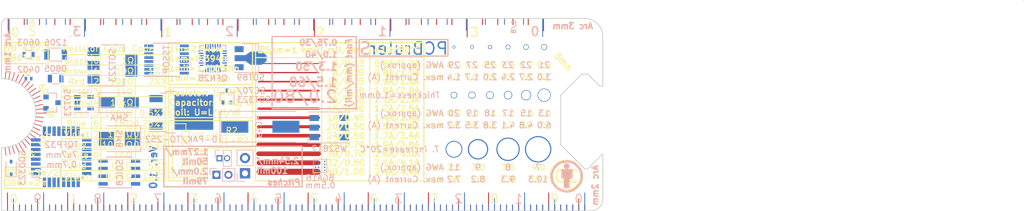
<source format=kicad_pcb>
(kicad_pcb (version 20170123) (host pcbnew "(2017-06-12 revision 8590a2299)-makepkg")

  (general
    (links 0)
    (no_connects 0)
    (area 79.04881 93.3675 255.075001 139.275)
    (thickness 1.6)
    (drawings 171)
    (tracks 15)
    (zones 0)
    (modules 34)
    (nets 1)
  )

  (page A4)
  (title_block
    (title PCBrulerS)
    (date 2017-06-14)
    (rev 1.0)
    (company "(C) J. Boehmer (JBtronics)")
    (comment 1 "Licensed under CC BY 3.0")
  )

  (layers
    (0 F.Cu signal)
    (31 B.Cu signal hide)
    (32 B.Adhes user)
    (33 F.Adhes user)
    (34 B.Paste user)
    (35 F.Paste user)
    (36 B.SilkS user)
    (37 F.SilkS user)
    (38 B.Mask user)
    (39 F.Mask user hide)
    (40 Dwgs.User user hide)
    (41 Cmts.User user)
    (42 Eco1.User user)
    (43 Eco2.User user)
    (44 Edge.Cuts user)
    (45 Margin user)
    (46 B.CrtYd user)
    (47 F.CrtYd user)
    (48 B.Fab user hide)
    (49 F.Fab user hide)
  )

  (setup
    (last_trace_width 0.25)
    (trace_clearance 0.2)
    (zone_clearance 0.508)
    (zone_45_only no)
    (trace_min 0.2)
    (segment_width 0.2)
    (edge_width 0.15)
    (via_size 0.8)
    (via_drill 0.4)
    (via_min_size 0.4)
    (via_min_drill 0.3)
    (uvia_size 0.3)
    (uvia_drill 0.1)
    (uvias_allowed no)
    (uvia_min_size 0.2)
    (uvia_min_drill 0.1)
    (pcb_text_width 0.3)
    (pcb_text_size 1.5 1.5)
    (mod_edge_width 0.15)
    (mod_text_size 1 1)
    (mod_text_width 0.15)
    (pad_size 5 5)
    (pad_drill 5)
    (pad_to_mask_clearance 0.2)
    (aux_axis_origin 0 0)
    (visible_elements 7FFFFE7F)
    (pcbplotparams
      (layerselection 0x00030_ffffffff)
      (usegerberextensions false)
      (excludeedgelayer true)
      (linewidth 0.100000)
      (plotframeref false)
      (viasonmask false)
      (mode 1)
      (useauxorigin false)
      (hpglpennumber 1)
      (hpglpenspeed 20)
      (hpglpendiameter 15)
      (psnegative false)
      (psa4output false)
      (plotreference true)
      (plotvalue true)
      (plotinvisibletext false)
      (padsonsilk false)
      (subtractmaskfromsilk false)
      (outputformat 1)
      (mirror false)
      (drillshape 1)
      (scaleselection 1)
      (outputdirectory export/svg/))
  )

  (net 0 "")

  (net_class Default "Dies ist die voreingestellte Netzklasse."
    (clearance 0.2)
    (trace_width 0.25)
    (via_dia 0.8)
    (via_drill 0.4)
    (uvia_dia 0.3)
    (uvia_drill 0.1)
  )

  (module PCBRulers:Symbol_CC-Attribution_SilkTop_Small (layer B.Cu) (tedit 594195EE) (tstamp 5942B0A9)
    (at 179 124.25 180)
    (descr "Symbol, CC-Share Alike, Copper Top, Small,")
    (tags "Symbol, CC-Share Alike, Copper Top, Small,")
    (fp_text reference REF** (at 0.59944 7.29996 180) (layer B.SilkS) hide
      (effects (font (size 1 1) (thickness 0.15)) (justify mirror))
    )
    (fp_text value Symbol_CC-Attribution_CopperTop_Small (at 0.59944 -8.001 180) (layer B.Fab)
      (effects (font (size 1 1) (thickness 0.15)) (justify mirror))
    )
    (fp_line (start 0.59944 2.4003) (end 0 2.49936) (layer B.SilkS) (width 0.381))
    (fp_line (start 1.00076 2.30124) (end 0.59944 2.4003) (layer B.SilkS) (width 0.381))
    (fp_line (start 1.50114 1.99898) (end 1.00076 2.30124) (layer B.SilkS) (width 0.381))
    (fp_line (start 1.99898 1.50114) (end 1.50114 1.99898) (layer B.SilkS) (width 0.381))
    (fp_line (start 2.30124 1.00076) (end 1.99898 1.50114) (layer B.SilkS) (width 0.381))
    (fp_line (start 2.49936 0.39878) (end 2.30124 1.00076) (layer B.SilkS) (width 0.381))
    (fp_line (start 2.49936 -0.20066) (end 2.49936 0.39878) (layer B.SilkS) (width 0.381))
    (fp_line (start 2.4003 -0.8001) (end 2.49936 -0.20066) (layer B.SilkS) (width 0.381))
    (fp_line (start 1.99898 -1.50114) (end 2.4003 -0.8001) (layer B.SilkS) (width 0.381))
    (fp_line (start 1.50114 -1.99898) (end 1.99898 -1.50114) (layer B.SilkS) (width 0.381))
    (fp_line (start 0.89916 -2.30124) (end 1.50114 -1.99898) (layer B.SilkS) (width 0.381))
    (fp_line (start 0.29972 -2.49936) (end 0.89916 -2.30124) (layer B.SilkS) (width 0.381))
    (fp_line (start -0.50038 -2.49936) (end 0.29972 -2.49936) (layer B.SilkS) (width 0.381))
    (fp_line (start -1.19888 -2.19964) (end -0.50038 -2.49936) (layer B.SilkS) (width 0.381))
    (fp_line (start -1.69926 -1.80086) (end -1.19888 -2.19964) (layer B.SilkS) (width 0.381))
    (fp_line (start -2.30124 -1.09982) (end -1.69926 -1.80086) (layer B.SilkS) (width 0.381))
    (fp_line (start -2.49936 -0.29972) (end -2.30124 -1.09982) (layer B.SilkS) (width 0.381))
    (fp_line (start -2.49936 0.29972) (end -2.49936 -0.29972) (layer B.SilkS) (width 0.381))
    (fp_line (start -2.4003 0.8001) (end -2.49936 0.29972) (layer B.SilkS) (width 0.381))
    (fp_line (start -2.19964 1.19888) (end -2.4003 0.8001) (layer B.SilkS) (width 0.381))
    (fp_line (start -1.69926 1.80086) (end -2.19964 1.19888) (layer B.SilkS) (width 0.381))
    (fp_line (start -1.19888 2.19964) (end -1.69926 1.80086) (layer B.SilkS) (width 0.381))
    (fp_line (start -0.70104 2.4003) (end -1.19888 2.19964) (layer B.SilkS) (width 0.381))
    (fp_line (start -0.09906 2.49936) (end -0.70104 2.4003) (layer B.SilkS) (width 0.381))
    (fp_line (start 0 2.49936) (end -0.09906 2.49936) (layer B.SilkS) (width 0.381))
    (fp_circle (center 0 1.69926) (end 0.09906 1.39954) (layer B.SilkS) (width 0.381))
    (fp_line (start -0.8001 -0.20066) (end -0.8001 1.00076) (layer B.SilkS) (width 0.381))
    (fp_line (start 0.70104 -0.20066) (end -0.8001 -0.20066) (layer B.SilkS) (width 0.381))
    (fp_line (start 0.70104 1.00076) (end 0.70104 -0.20066) (layer B.SilkS) (width 0.381))
    (fp_line (start -0.8001 1.00076) (end 0.70104 1.00076) (layer B.SilkS) (width 0.381))
    (fp_line (start -0.29972 -1.80086) (end 0.20066 -1.80086) (layer B.SilkS) (width 0.381))
    (fp_line (start -0.29972 -0.29972) (end -0.29972 -1.80086) (layer B.SilkS) (width 0.381))
    (fp_line (start 0.29972 -1.80086) (end 0.29972 -0.20066) (layer B.SilkS) (width 0.381))
    (fp_line (start 0.09906 -1.80086) (end 0.29972 -1.80086) (layer B.SilkS) (width 0.381))
    (fp_line (start 0 -0.29972) (end 0 -1.6002) (layer B.SilkS) (width 0.381))
    (fp_line (start -0.8001 0.09906) (end 0.50038 0.09906) (layer B.SilkS) (width 0.381))
    (fp_line (start 0.50038 0.39878) (end -0.70104 0.39878) (layer B.SilkS) (width 0.381))
    (fp_line (start -0.70104 0.70104) (end 0.59944 0.70104) (layer B.SilkS) (width 0.381))
    (fp_line (start 0 1.89992) (end 0 1.50114) (layer B.SilkS) (width 0.381))
  )

  (module PCBRulers:Symbol_CreativeCommons_SilkTop_Type2_Small (layer F.Cu) (tedit 594195D6) (tstamp 5942A9A7)
    (at 178.75 124.25)
    (descr "Symbol, Creative Commons, CopperTop, Type 2, Small,")
    (tags "Symbol, Creative Commons, CopperTop, Type 2, Small,")
    (fp_text reference REF** (at 0.59944 -7.29996) (layer F.SilkS) hide
      (effects (font (size 1 1) (thickness 0.15)))
    )
    (fp_text value Symbol_CreativeCommons_CopperTop_Type2_Small (at 0.59944 8.001) (layer F.Fab)
      (effects (font (size 1 1) (thickness 0.15)))
    )
    (fp_line (start 1.7502 -0.9001) (end 1.65114 -0.99916) (layer F.SilkS) (width 0.381))
    (fp_line (start 1.65114 -0.99916) (end 1.45048 -1.10076) (layer F.SilkS) (width 0.381))
    (fp_line (start 1.45048 -1.10076) (end 1.15076 -1.10076) (layer F.SilkS) (width 0.381))
    (fp_line (start 1.15076 -1.10076) (end 0.85104 -0.99916) (layer F.SilkS) (width 0.381))
    (fp_line (start 0.85104 -0.99916) (end 0.65038 -0.60038) (layer F.SilkS) (width 0.381))
    (fp_line (start 0.65038 -0.60038) (end 0.54878 -0.1) (layer F.SilkS) (width 0.381))
    (fp_line (start 0.54878 -0.1) (end 0.54878 0.29878) (layer F.SilkS) (width 0.381))
    (fp_line (start 0.54878 0.29878) (end 0.74944 0.7001) (layer F.SilkS) (width 0.381))
    (fp_line (start 0.74944 0.7001) (end 1.15076 0.90076) (layer F.SilkS) (width 0.381))
    (fp_line (start 1.15076 0.90076) (end 1.34888 0.90076) (layer F.SilkS) (width 0.381))
    (fp_line (start 1.34888 0.90076) (end 1.65114 0.90076) (layer F.SilkS) (width 0.381))
    (fp_line (start 1.65114 0.90076) (end 1.7502 0.7001) (layer F.SilkS) (width 0.381))
    (fp_line (start -0.24878 -0.9001) (end -0.35038 -0.99916) (layer F.SilkS) (width 0.381))
    (fp_line (start -0.35038 -0.99916) (end -0.6501 -1.10076) (layer F.SilkS) (width 0.381))
    (fp_line (start -0.6501 -1.10076) (end -1.04888 -0.99916) (layer F.SilkS) (width 0.381))
    (fp_line (start -1.04888 -0.99916) (end -1.35114 -0.80104) (layer F.SilkS) (width 0.381))
    (fp_line (start -1.35114 -0.80104) (end -1.4502 -0.39972) (layer F.SilkS) (width 0.381))
    (fp_line (start -1.4502 -0.39972) (end -1.4502 -0.00094) (layer F.SilkS) (width 0.381))
    (fp_line (start -1.4502 -0.00094) (end -1.35114 0.49944) (layer F.SilkS) (width 0.381))
    (fp_line (start -1.35114 0.49944) (end -1.15048 0.79916) (layer F.SilkS) (width 0.381))
    (fp_line (start -1.15048 0.79916) (end -0.85076 0.90076) (layer F.SilkS) (width 0.381))
    (fp_line (start -0.85076 0.90076) (end -0.44944 0.90076) (layer F.SilkS) (width 0.381))
    (fp_line (start -0.44944 0.90076) (end -0.24878 0.7001) (layer F.SilkS) (width 0.381))
    (fp_line (start 0.15 -2.59936) (end 0.05094 -2.59936) (layer F.SilkS) (width 0.381))
    (fp_line (start 0.05094 -2.59936) (end -0.55104 -2.5003) (layer F.SilkS) (width 0.381))
    (fp_line (start -0.55104 -2.5003) (end -1.04888 -2.29964) (layer F.SilkS) (width 0.381))
    (fp_line (start -1.04888 -2.29964) (end -1.54926 -1.90086) (layer F.SilkS) (width 0.381))
    (fp_line (start -1.54926 -1.90086) (end -2.04964 -1.29888) (layer F.SilkS) (width 0.381))
    (fp_line (start -2.04964 -1.29888) (end -2.2503 -0.9001) (layer F.SilkS) (width 0.381))
    (fp_line (start -2.2503 -0.9001) (end -2.34936 -0.39972) (layer F.SilkS) (width 0.381))
    (fp_line (start -2.34936 -0.39972) (end -2.34936 0.19972) (layer F.SilkS) (width 0.381))
    (fp_line (start -2.34936 0.19972) (end -2.15124 0.99982) (layer F.SilkS) (width 0.381))
    (fp_line (start -2.15124 0.99982) (end -1.54926 1.70086) (layer F.SilkS) (width 0.381))
    (fp_line (start -1.54926 1.70086) (end -1.04888 2.09964) (layer F.SilkS) (width 0.381))
    (fp_line (start -1.04888 2.09964) (end -0.35038 2.39936) (layer F.SilkS) (width 0.381))
    (fp_line (start -0.35038 2.39936) (end 0.44972 2.39936) (layer F.SilkS) (width 0.381))
    (fp_line (start 0.44972 2.39936) (end 1.04916 2.20124) (layer F.SilkS) (width 0.381))
    (fp_line (start 1.04916 2.20124) (end 1.65114 1.89898) (layer F.SilkS) (width 0.381))
    (fp_line (start 1.65114 1.89898) (end 2.14898 1.40114) (layer F.SilkS) (width 0.381))
    (fp_line (start 2.14898 1.40114) (end 2.5503 0.7001) (layer F.SilkS) (width 0.381))
    (fp_line (start 2.5503 0.7001) (end 2.64936 0.10066) (layer F.SilkS) (width 0.381))
    (fp_line (start 2.64936 0.10066) (end 2.64936 -0.49878) (layer F.SilkS) (width 0.381))
    (fp_line (start 2.64936 -0.49878) (end 2.45124 -1.10076) (layer F.SilkS) (width 0.381))
    (fp_line (start 2.45124 -1.10076) (end 2.14898 -1.60114) (layer F.SilkS) (width 0.381))
    (fp_line (start 2.14898 -1.60114) (end 1.65114 -2.09898) (layer F.SilkS) (width 0.381))
    (fp_line (start 1.65114 -2.09898) (end 1.15076 -2.40124) (layer F.SilkS) (width 0.381))
    (fp_line (start 1.15076 -2.40124) (end 0.74944 -2.5003) (layer F.SilkS) (width 0.381))
    (fp_line (start 0.74944 -2.5003) (end 0.15 -2.59936) (layer F.SilkS) (width 0.381))
  )

  (module Housings_BGA:BGA-16_4x4_1.92x1.92mm_Pitch0.5mm (layer B.Cu) (tedit 59418F5F) (tstamp 594283B0)
    (at 138 122.5)
    (descr "BGA-16, http://www.st.com/content/ccc/resource/technical/document/datasheet/group2/bc/cd/62/9e/8f/30/47/69/CD00151267/files/CD00151267.pdf/jcr:content/translations/en.CD00151267.pdf")
    (tags BGA-16)
    (attr smd)
    (fp_text reference BGA16 (at 0 2) (layer B.SilkS)
      (effects (font (size 1 1) (thickness 0.15)) (justify mirror))
    )
    (fp_text value BGA-16_4x4_1.92x1.92mm_Pitch0.5mm (at 0 -2.25) (layer B.Fab)
      (effects (font (size 1 1) (thickness 0.15)) (justify mirror))
    )
    (fp_text user %R (at 0 0) (layer B.Fab)
      (effects (font (size 1 1) (thickness 0.15)) (justify mirror))
    )
    (fp_line (start -1.1 1.1) (end -1.2 1.2) (layer B.SilkS) (width 0.12))
    (fp_line (start -0.5 1.1) (end -0.5 1.2) (layer B.SilkS) (width 0.12))
    (fp_line (start -0.5 1.2) (end -1.2 1.2) (layer B.SilkS) (width 0.12))
    (fp_line (start -1.2 1.2) (end -1.2 0.5) (layer B.SilkS) (width 0.12))
    (fp_line (start -1.2 0.5) (end -1.1 0.5) (layer B.SilkS) (width 0.12))
    (fp_line (start 1.1 1.1) (end 1.1 -1.1) (layer B.SilkS) (width 0.12))
    (fp_line (start 1.1 -1.1) (end -1.1 -1.1) (layer B.SilkS) (width 0.12))
    (fp_line (start -1.1 -1.1) (end -1.1 1.1) (layer B.SilkS) (width 0.12))
    (fp_line (start -1.1 1.1) (end 1.1 1.1) (layer B.SilkS) (width 0.12))
    (fp_line (start 0.95 0.95) (end 0.95 -0.95) (layer B.Fab) (width 0.1))
    (fp_line (start 0.95 -0.95) (end -0.95 -0.95) (layer B.Fab) (width 0.1))
    (fp_line (start -0.95 -0.95) (end -0.95 0.55) (layer B.Fab) (width 0.1))
    (fp_line (start -0.95 0.55) (end -0.55 0.95) (layer B.Fab) (width 0.1))
    (fp_line (start -0.55 0.95) (end 0.95 0.95) (layer B.Fab) (width 0.1))
    (fp_line (start -1.95 1.95) (end 1.95 1.95) (layer B.CrtYd) (width 0.05))
    (fp_line (start -1.95 1.95) (end -1.95 -1.95) (layer B.CrtYd) (width 0.05))
    (fp_line (start 1.95 -1.95) (end 1.95 1.95) (layer B.CrtYd) (width 0.05))
    (fp_line (start 1.95 -1.95) (end -1.95 -1.95) (layer B.CrtYd) (width 0.05))
    (pad D4 smd circle (at 0.75 -0.75) (size 0.25 0.25) (layers B.Cu B.Paste B.Mask))
    (pad C4 smd circle (at 0.75 -0.25) (size 0.25 0.25) (layers B.Cu B.Paste B.Mask))
    (pad B4 smd circle (at 0.75 0.25) (size 0.25 0.25) (layers B.Cu B.Paste B.Mask))
    (pad A4 smd circle (at 0.75 0.75) (size 0.25 0.25) (layers B.Cu B.Paste B.Mask))
    (pad D3 smd circle (at 0.25 -0.75) (size 0.25 0.25) (layers B.Cu B.Paste B.Mask))
    (pad C3 smd circle (at 0.25 -0.25) (size 0.25 0.25) (layers B.Cu B.Paste B.Mask))
    (pad B3 smd circle (at 0.25 0.25) (size 0.25 0.25) (layers B.Cu B.Paste B.Mask))
    (pad A3 smd circle (at 0.25 0.75) (size 0.25 0.25) (layers B.Cu B.Paste B.Mask))
    (pad D2 smd circle (at -0.25 -0.75) (size 0.25 0.25) (layers B.Cu B.Paste B.Mask))
    (pad C2 smd circle (at -0.25 -0.25) (size 0.25 0.25) (layers B.Cu B.Paste B.Mask))
    (pad B2 smd circle (at -0.25 0.25) (size 0.25 0.25) (layers B.Cu B.Paste B.Mask))
    (pad A2 smd circle (at -0.25 0.75) (size 0.25 0.25) (layers B.Cu B.Paste B.Mask))
    (pad D1 smd circle (at -0.75 -0.75) (size 0.25 0.25) (layers B.Cu B.Paste B.Mask))
    (pad C1 smd circle (at -0.75 -0.25) (size 0.25 0.25) (layers B.Cu B.Paste B.Mask))
    (pad B1 smd circle (at -0.75 0.25) (size 0.25 0.25) (layers B.Cu B.Paste B.Mask))
    (pad A1 smd circle (at -0.75 0.75) (size 0.25 0.25) (layers B.Cu B.Paste B.Mask))
    (model ${KISYS3DMOD}/Housings_BGA.3dshapes/BGA-16_4x4_1.92x1.92mm_Pitch0.5mm.wrl
      (at (xyz 0 0 0))
      (scale (xyz 1 1 1))
      (rotate (xyz 0 0 0))
    )
  )

  (module LEDs:LED_WS2812-PLCC6 (layer B.Cu) (tedit 59418EAF) (tstamp 594280AE)
    (at 139.5 116.15)
    (descr "http://www.world-semi.com/en/Driver/Lighting/WS2811/WS212B/WS2822S/, http://www.cree.com/~/media/Files/Cree/LED-Components-and-Modules/HB/Data-Sheets/CLX6AFKB.pdf")
    (tags "LED RGB PLCC-6")
    (attr smd)
    (fp_text reference WS2812 (at 0 3.5) (layer B.SilkS)
      (effects (font (size 1 1) (thickness 0.15)) (justify mirror))
    )
    (fp_text value LED_WS2812-PLCC6 (at 0 -4) (layer B.Fab)
      (effects (font (size 1 1) (thickness 0.15)) (justify mirror))
    )
    (fp_line (start 3.75 2.85) (end -3.75 2.85) (layer B.CrtYd) (width 0.05))
    (fp_line (start 3.75 -2.85) (end 3.75 2.85) (layer B.CrtYd) (width 0.05))
    (fp_line (start -3.75 -2.85) (end 3.75 -2.85) (layer B.CrtYd) (width 0.05))
    (fp_line (start -3.75 2.85) (end -3.75 -2.85) (layer B.CrtYd) (width 0.05))
    (fp_line (start -2.5 1.5) (end -1.5 2.5) (layer B.Fab) (width 0.1))
    (fp_line (start -2.5 2.5) (end 2.5 2.5) (layer B.Fab) (width 0.1))
    (fp_line (start 2.5 2.5) (end 2.5 -2.5) (layer B.Fab) (width 0.1))
    (fp_line (start 2.5 -2.5) (end -2.5 -2.5) (layer B.Fab) (width 0.1))
    (fp_line (start -2.5 -2.5) (end -2.5 2.5) (layer B.Fab) (width 0.1))
    (fp_line (start -3.5 -2.6) (end 3.5 -2.6) (layer B.SilkS) (width 0.12))
    (fp_line (start -3.5 1.55) (end -3.5 2.55) (layer B.SilkS) (width 0.12))
    (fp_line (start -3.5 2.55) (end 3.5 2.55) (layer B.SilkS) (width 0.12))
    (fp_circle (center 0 0) (end 0 2) (layer B.Fab) (width 0.1))
    (pad 4 smd rect (at 2.5 -1.6) (size 1.6 1) (layers B.Cu B.Paste B.Mask))
    (pad 5 smd rect (at 2.5 0) (size 1.6 1) (layers B.Cu B.Paste B.Mask))
    (pad 6 smd rect (at 2.5 1.6) (size 1.6 1) (layers B.Cu B.Paste B.Mask))
    (pad 3 smd rect (at -2.5 -1.6) (size 1.6 1) (layers B.Cu B.Paste B.Mask))
    (pad 2 smd rect (at -2.5 0) (size 1.6 1) (layers B.Cu B.Paste B.Mask))
    (pad 1 smd rect (at -2.5 1.6) (size 1.6 1) (layers B.Cu B.Paste B.Mask))
    (model LEDs.3dshapes/LED_WS2812-PLCC6.wrl
      (at (xyz 0 0 0))
      (scale (xyz 0.39 0.39 0.39))
      (rotate (xyz 0 0 0))
    )
  )

  (module TO_SOT_Packages_SMD:SOT-323_SC-70 (layer B.Cu) (tedit 59418DFF) (tstamp 594276F7)
    (at 122.5 111 90)
    (descr "SOT-323, SC-70")
    (tags "SOT-323 SC-70")
    (attr smd)
    (fp_text reference SC70/ (at 1 4 180) (layer B.SilkS)
      (effects (font (size 1 1) (thickness 0.15)) (justify mirror))
    )
    (fp_text value SOT-323_SC-70 (at -0.05 -2.05 90) (layer B.Fab)
      (effects (font (size 1 1) (thickness 0.15)) (justify mirror))
    )
    (fp_text user %R (at -0.005 0 90) (layer B.Fab)
      (effects (font (size 0.5 0.5) (thickness 0.075)) (justify mirror))
    )
    (fp_line (start 0.73 -0.5) (end 0.73 -1.16) (layer B.SilkS) (width 0.12))
    (fp_line (start 0.73 1.16) (end 0.73 0.5) (layer B.SilkS) (width 0.12))
    (fp_line (start 1.7 -1.3) (end -1.7 -1.3) (layer B.CrtYd) (width 0.05))
    (fp_line (start 1.7 1.3) (end 1.7 -1.3) (layer B.CrtYd) (width 0.05))
    (fp_line (start -1.7 1.3) (end 1.7 1.3) (layer B.CrtYd) (width 0.05))
    (fp_line (start -1.7 -1.3) (end -1.7 1.3) (layer B.CrtYd) (width 0.05))
    (fp_line (start 0.73 1.16) (end -1.3 1.16) (layer B.SilkS) (width 0.12))
    (fp_line (start -0.68 -1.16) (end 0.73 -1.16) (layer B.SilkS) (width 0.12))
    (fp_line (start 0.67 1.1) (end -0.18 1.1) (layer B.Fab) (width 0.1))
    (fp_line (start -0.68 0.6) (end -0.68 -1.1) (layer B.Fab) (width 0.1))
    (fp_line (start 0.67 1.1) (end 0.67 -1.1) (layer B.Fab) (width 0.1))
    (fp_line (start 0.67 -1.1) (end -0.68 -1.1) (layer B.Fab) (width 0.1))
    (fp_line (start -0.18 1.1) (end -0.68 0.6) (layer B.Fab) (width 0.1))
    (pad 1 smd rect (at -1 0.65 180) (size 0.45 0.7) (layers B.Cu B.Paste B.Mask))
    (pad 2 smd rect (at -1 -0.65 180) (size 0.45 0.7) (layers B.Cu B.Paste B.Mask))
    (pad 3 smd rect (at 1 0 180) (size 0.45 0.7) (layers B.Cu B.Paste B.Mask))
    (model ${KISYS3DMOD}/TO_SOT_Packages_SMD.3dshapes/SOT-323_SC-70.wrl
      (at (xyz 0 0 0))
      (scale (xyz 1 1 1))
      (rotate (xyz 0 0 0))
    )
  )

  (module TO_SOT_Packages_SMD:SOT-89-3 (layer B.Cu) (tedit 59418C03) (tstamp 59427605)
    (at 126 104.6)
    (descr SOT-89-3)
    (tags SOT-89-3)
    (attr smd)
    (fp_text reference SOT89 (at 0.45 3.2) (layer B.SilkS)
      (effects (font (size 1 1) (thickness 0.15)) (justify mirror))
    )
    (fp_text value SOT-89-3 (at 0.45 -3.25) (layer B.Fab)
      (effects (font (size 1 1) (thickness 0.15)) (justify mirror))
    )
    (fp_text user %R (at 0.38 0) (layer B.Fab)
      (effects (font (size 0.6 0.6) (thickness 0.09)) (justify mirror))
    )
    (fp_line (start 1.78 -1.2) (end 1.78 -2.4) (layer B.SilkS) (width 0.12))
    (fp_line (start 1.78 -2.4) (end -0.92 -2.4) (layer B.SilkS) (width 0.12))
    (fp_line (start -2.22 2.4) (end 1.78 2.4) (layer B.SilkS) (width 0.12))
    (fp_line (start 1.78 2.4) (end 1.78 1.2) (layer B.SilkS) (width 0.12))
    (fp_line (start -0.92 1.51) (end -0.13 2.3) (layer B.Fab) (width 0.1))
    (fp_line (start 1.68 2.3) (end 1.68 -2.3) (layer B.Fab) (width 0.1))
    (fp_line (start 1.68 -2.3) (end -0.92 -2.3) (layer B.Fab) (width 0.1))
    (fp_line (start -0.92 -2.3) (end -0.92 1.51) (layer B.Fab) (width 0.1))
    (fp_line (start -0.13 2.3) (end 1.68 2.3) (layer B.Fab) (width 0.1))
    (fp_line (start 3.23 2.55) (end 3.23 -2.55) (layer B.CrtYd) (width 0.05))
    (fp_line (start 3.23 2.55) (end -2.48 2.55) (layer B.CrtYd) (width 0.05))
    (fp_line (start -2.48 -2.55) (end 3.23 -2.55) (layer B.CrtYd) (width 0.05))
    (fp_line (start -2.48 -2.55) (end -2.48 2.55) (layer B.CrtYd) (width 0.05))
    (pad 2 smd trapezoid (at 2.667 0 90) (size 1.6 0.85) (rect_delta 0 -0.6 ) (layers B.Cu B.Paste B.Mask))
    (pad 1 smd rect (at -1.48 1.5 90) (size 1 1.5) (layers B.Cu B.Paste B.Mask))
    (pad 2 smd rect (at -1.3335 0 90) (size 1 1.8) (layers B.Cu B.Paste B.Mask))
    (pad 3 smd rect (at -1.48 -1.5 90) (size 1 1.5) (layers B.Cu B.Paste B.Mask))
    (pad 2 smd rect (at 1.3335 0 90) (size 2.2 1.84) (layers B.Cu B.Paste B.Mask))
    (pad 2 smd trapezoid (at -0.0762 0 270) (size 1.5 1) (rect_delta 0 -0.7 ) (layers B.Cu B.Paste B.Mask))
    (model ${KISYS3DMOD}/TO_SOT_Packages_SMD.3dshapes/SOT-89-3.wrl
      (at (xyz 0 0 0))
      (scale (xyz 1 1 1))
      (rotate (xyz 0 0 0))
    )
  )

  (module Housings_DFN_QFN:QFN-28-1EP_4x4mm_Pitch0.4mm (layer B.Cu) (tedit 59418999) (tstamp 59426B0C)
    (at 120.15 104.6)
    (descr "28-Lead Plastic Quad Flat, No Lead Package (MK) - 4x4x0.9 mm Body [QFN]; (see Microchip Packaging Specification 00000049BS.pdf)")
    (tags "QFN 0.4")
    (attr smd)
    (fp_text reference QFN28 (at 0 3.35) (layer B.SilkS)
      (effects (font (size 1 1) (thickness 0.15)) (justify mirror))
    )
    (fp_text value QFN-28-1EP_4x4mm_Pitch0.4mm (at 0 -3.35) (layer B.Fab)
      (effects (font (size 1 1) (thickness 0.15)) (justify mirror))
    )
    (fp_line (start -1 2) (end 2 2) (layer B.Fab) (width 0.15))
    (fp_line (start 2 2) (end 2 -2) (layer B.Fab) (width 0.15))
    (fp_line (start 2 -2) (end -2 -2) (layer B.Fab) (width 0.15))
    (fp_line (start -2 -2) (end -2 1) (layer B.Fab) (width 0.15))
    (fp_line (start -2 1) (end -1 2) (layer B.Fab) (width 0.15))
    (fp_line (start -2.6 2.6) (end -2.6 -2.6) (layer B.CrtYd) (width 0.05))
    (fp_line (start 2.6 2.6) (end 2.6 -2.6) (layer B.CrtYd) (width 0.05))
    (fp_line (start -2.6 2.6) (end 2.6 2.6) (layer B.CrtYd) (width 0.05))
    (fp_line (start -2.6 -2.6) (end 2.6 -2.6) (layer B.CrtYd) (width 0.05))
    (fp_line (start 2.15 2.15) (end 2.15 1.525) (layer B.SilkS) (width 0.15))
    (fp_line (start -2.15 -2.15) (end -2.15 -1.525) (layer B.SilkS) (width 0.15))
    (fp_line (start 2.15 -2.15) (end 2.15 -1.525) (layer B.SilkS) (width 0.15))
    (fp_line (start -2.15 2.15) (end -1.525 2.15) (layer B.SilkS) (width 0.15))
    (fp_line (start -2.15 -2.15) (end -1.525 -2.15) (layer B.SilkS) (width 0.15))
    (fp_line (start 2.15 -2.15) (end 1.525 -2.15) (layer B.SilkS) (width 0.15))
    (fp_line (start 2.15 2.15) (end 1.525 2.15) (layer B.SilkS) (width 0.15))
    (pad 1 smd rect (at -1.95 1.2) (size 0.8 0.2) (layers B.Cu B.Paste B.Mask))
    (pad 2 smd rect (at -1.95 0.8) (size 0.8 0.2) (layers B.Cu B.Paste B.Mask))
    (pad 3 smd rect (at -1.95 0.4) (size 0.8 0.2) (layers B.Cu B.Paste B.Mask))
    (pad 4 smd rect (at -1.95 0) (size 0.8 0.2) (layers B.Cu B.Paste B.Mask))
    (pad 5 smd rect (at -1.95 -0.4) (size 0.8 0.2) (layers B.Cu B.Paste B.Mask))
    (pad 6 smd rect (at -1.95 -0.8) (size 0.8 0.2) (layers B.Cu B.Paste B.Mask))
    (pad 7 smd rect (at -1.95 -1.2) (size 0.8 0.2) (layers B.Cu B.Paste B.Mask))
    (pad 8 smd rect (at -1.2 -1.95 270) (size 0.8 0.2) (layers B.Cu B.Paste B.Mask))
    (pad 9 smd rect (at -0.8 -1.95 270) (size 0.8 0.2) (layers B.Cu B.Paste B.Mask))
    (pad 10 smd rect (at -0.4 -1.95 270) (size 0.8 0.2) (layers B.Cu B.Paste B.Mask))
    (pad 11 smd rect (at 0 -1.95 270) (size 0.8 0.2) (layers B.Cu B.Paste B.Mask))
    (pad 12 smd rect (at 0.4 -1.95 270) (size 0.8 0.2) (layers B.Cu B.Paste B.Mask))
    (pad 13 smd rect (at 0.8 -1.95 270) (size 0.8 0.2) (layers B.Cu B.Paste B.Mask))
    (pad 14 smd rect (at 1.2 -1.95 270) (size 0.8 0.2) (layers B.Cu B.Paste B.Mask))
    (pad 15 smd rect (at 1.95 -1.2) (size 0.8 0.2) (layers B.Cu B.Paste B.Mask))
    (pad 16 smd rect (at 1.95 -0.8) (size 0.8 0.2) (layers B.Cu B.Paste B.Mask))
    (pad 17 smd rect (at 1.95 -0.4) (size 0.8 0.2) (layers B.Cu B.Paste B.Mask))
    (pad 18 smd rect (at 1.95 0) (size 0.8 0.2) (layers B.Cu B.Paste B.Mask))
    (pad 19 smd rect (at 1.95 0.4) (size 0.8 0.2) (layers B.Cu B.Paste B.Mask))
    (pad 20 smd rect (at 1.95 0.8) (size 0.8 0.2) (layers B.Cu B.Paste B.Mask))
    (pad 21 smd rect (at 1.95 1.2) (size 0.8 0.2) (layers B.Cu B.Paste B.Mask))
    (pad 22 smd rect (at 1.2 1.95 270) (size 0.8 0.2) (layers B.Cu B.Paste B.Mask))
    (pad 23 smd rect (at 0.8 1.95 270) (size 0.8 0.2) (layers B.Cu B.Paste B.Mask))
    (pad 24 smd rect (at 0.4 1.95 270) (size 0.8 0.2) (layers B.Cu B.Paste B.Mask))
    (pad 25 smd rect (at 0 1.95 270) (size 0.8 0.2) (layers B.Cu B.Paste B.Mask))
    (pad 26 smd rect (at -0.4 1.95 270) (size 0.8 0.2) (layers B.Cu B.Paste B.Mask))
    (pad 27 smd rect (at -0.8 1.95 270) (size 0.8 0.2) (layers B.Cu B.Paste B.Mask))
    (pad 28 smd rect (at -1.2 1.95 270) (size 0.8 0.2) (layers B.Cu B.Paste B.Mask))
    (pad 29 smd rect (at 0.6 -0.6) (size 1.2 1.2) (layers B.Cu B.Paste B.Mask)
      (solder_paste_margin_ratio -0.2))
    (pad 29 smd rect (at 0.6 0.6) (size 1.2 1.2) (layers B.Cu B.Paste B.Mask)
      (solder_paste_margin_ratio -0.2))
    (pad 29 smd rect (at -0.6 -0.6) (size 1.2 1.2) (layers B.Cu B.Paste B.Mask)
      (solder_paste_margin_ratio -0.2))
    (pad 29 smd rect (at -0.6 0.6) (size 1.2 1.2) (layers B.Cu B.Paste B.Mask)
      (solder_paste_margin_ratio -0.2))
    (model Housings_DFN_QFN.3dshapes/QFN-28-1EP_4x4mm_Pitch0.4mm.wrl
      (at (xyz 0 0 0))
      (scale (xyz 1 1 1))
      (rotate (xyz 0 0 0))
    )
  )

  (module Housings_QFP:TQFP-32_7x7mm_Pitch0.8mm (layer B.Cu) (tedit 5941673E) (tstamp 59426770)
    (at 94.95 121)
    (descr "32-Lead Plastic Thin Quad Flatpack (PT) - 7x7x1.0 mm Body, 2.00 mm [TQFP] (see Microchip Packaging Specification 00000049BS.pdf)")
    (tags "QFP 0.8")
    (attr smd)
    (fp_text reference TQFP32 (at 0.05 -2) (layer B.SilkS)
      (effects (font (size 1 1) (thickness 0.15)) (justify mirror))
    )
    (fp_text value TQFP-32_7x7mm_Pitch0.8mm (at 0 -6.05) (layer B.Fab)
      (effects (font (size 1 1) (thickness 0.15)) (justify mirror))
    )
    (fp_text user %R (at 0 0) (layer B.Fab)
      (effects (font (size 1 1) (thickness 0.15)) (justify mirror))
    )
    (fp_line (start -2.5 3.5) (end 3.5 3.5) (layer B.Fab) (width 0.15))
    (fp_line (start 3.5 3.5) (end 3.5 -3.5) (layer B.Fab) (width 0.15))
    (fp_line (start 3.5 -3.5) (end -3.5 -3.5) (layer B.Fab) (width 0.15))
    (fp_line (start -3.5 -3.5) (end -3.5 2.5) (layer B.Fab) (width 0.15))
    (fp_line (start -3.5 2.5) (end -2.5 3.5) (layer B.Fab) (width 0.15))
    (fp_line (start -5.3 5.3) (end -5.3 -5.3) (layer B.CrtYd) (width 0.05))
    (fp_line (start 5.3 5.3) (end 5.3 -5.3) (layer B.CrtYd) (width 0.05))
    (fp_line (start -5.3 5.3) (end 5.3 5.3) (layer B.CrtYd) (width 0.05))
    (fp_line (start -5.3 -5.3) (end 5.3 -5.3) (layer B.CrtYd) (width 0.05))
    (fp_line (start -3.625 3.625) (end -3.625 3.4) (layer B.SilkS) (width 0.15))
    (fp_line (start 3.625 3.625) (end 3.625 3.3) (layer B.SilkS) (width 0.15))
    (fp_line (start 3.625 -3.625) (end 3.625 -3.3) (layer B.SilkS) (width 0.15))
    (fp_line (start -3.625 -3.625) (end -3.625 -3.3) (layer B.SilkS) (width 0.15))
    (fp_line (start -3.625 3.625) (end -3.3 3.625) (layer B.SilkS) (width 0.15))
    (fp_line (start -3.625 -3.625) (end -3.3 -3.625) (layer B.SilkS) (width 0.15))
    (fp_line (start 3.625 -3.625) (end 3.3 -3.625) (layer B.SilkS) (width 0.15))
    (fp_line (start 3.625 3.625) (end 3.3 3.625) (layer B.SilkS) (width 0.15))
    (fp_line (start -3.625 3.4) (end -5.05 3.4) (layer B.SilkS) (width 0.15))
    (pad 1 smd rect (at -4.25 2.8) (size 1.6 0.55) (layers B.Cu B.Paste B.Mask))
    (pad 2 smd rect (at -4.25 2) (size 1.6 0.55) (layers B.Cu B.Paste B.Mask))
    (pad 3 smd rect (at -4.25 1.2) (size 1.6 0.55) (layers B.Cu B.Paste B.Mask))
    (pad 4 smd rect (at -4.25 0.4) (size 1.6 0.55) (layers B.Cu B.Paste B.Mask))
    (pad 5 smd rect (at -4.25 -0.4) (size 1.6 0.55) (layers B.Cu B.Paste B.Mask))
    (pad 6 smd rect (at -4.25 -1.2) (size 1.6 0.55) (layers B.Cu B.Paste B.Mask))
    (pad 7 smd rect (at -4.25 -2) (size 1.6 0.55) (layers B.Cu B.Paste B.Mask))
    (pad 8 smd rect (at -4.25 -2.8) (size 1.6 0.55) (layers B.Cu B.Paste B.Mask))
    (pad 9 smd rect (at -2.8 -4.25 270) (size 1.6 0.55) (layers B.Cu B.Paste B.Mask))
    (pad 10 smd rect (at -2 -4.25 270) (size 1.6 0.55) (layers B.Cu B.Paste B.Mask))
    (pad 11 smd rect (at -1.2 -4.25 270) (size 1.6 0.55) (layers B.Cu B.Paste B.Mask))
    (pad 12 smd rect (at -0.4 -4.25 270) (size 1.6 0.55) (layers B.Cu B.Paste B.Mask))
    (pad 13 smd rect (at 0.4 -4.25 270) (size 1.6 0.55) (layers B.Cu B.Paste B.Mask))
    (pad 14 smd rect (at 1.2 -4.25 270) (size 1.6 0.55) (layers B.Cu B.Paste B.Mask))
    (pad 15 smd rect (at 2 -4.25 270) (size 1.6 0.55) (layers B.Cu B.Paste B.Mask))
    (pad 16 smd rect (at 2.8 -4.25 270) (size 1.6 0.55) (layers B.Cu B.Paste B.Mask))
    (pad 17 smd rect (at 4.25 -2.8) (size 1.6 0.55) (layers B.Cu B.Paste B.Mask))
    (pad 18 smd rect (at 4.25 -2) (size 1.6 0.55) (layers B.Cu B.Paste B.Mask))
    (pad 19 smd rect (at 4.25 -1.2) (size 1.6 0.55) (layers B.Cu B.Paste B.Mask))
    (pad 20 smd rect (at 4.25 -0.4) (size 1.6 0.55) (layers B.Cu B.Paste B.Mask))
    (pad 21 smd rect (at 4.25 0.4) (size 1.6 0.55) (layers B.Cu B.Paste B.Mask))
    (pad 22 smd rect (at 4.25 1.2) (size 1.6 0.55) (layers B.Cu B.Paste B.Mask))
    (pad 23 smd rect (at 4.25 2) (size 1.6 0.55) (layers B.Cu B.Paste B.Mask))
    (pad 24 smd rect (at 4.25 2.8) (size 1.6 0.55) (layers B.Cu B.Paste B.Mask))
    (pad 25 smd rect (at 2.8 4.25 270) (size 1.6 0.55) (layers B.Cu B.Paste B.Mask))
    (pad 26 smd rect (at 2 4.25 270) (size 1.6 0.55) (layers B.Cu B.Paste B.Mask))
    (pad 27 smd rect (at 1.2 4.25 270) (size 1.6 0.55) (layers B.Cu B.Paste B.Mask))
    (pad 28 smd rect (at 0.4 4.25 270) (size 1.6 0.55) (layers B.Cu B.Paste B.Mask))
    (pad 29 smd rect (at -0.4 4.25 270) (size 1.6 0.55) (layers B.Cu B.Paste B.Mask))
    (pad 30 smd rect (at -1.2 4.25 270) (size 1.6 0.55) (layers B.Cu B.Paste B.Mask))
    (pad 31 smd rect (at -2 4.25 270) (size 1.6 0.55) (layers B.Cu B.Paste B.Mask))
    (pad 32 smd rect (at -2.8 4.25 270) (size 1.6 0.55) (layers B.Cu B.Paste B.Mask))
    (model Housings_QFP.3dshapes/TQFP-32_7x7mm_Pitch0.8mm.wrl
      (at (xyz 0 0 0))
      (scale (xyz 1 1 1))
      (rotate (xyz 0 0 0))
    )
  )

  (module Housings_SOIC:SOIC-8_3.9x4.9mm_Pitch1.27mm (layer B.Cu) (tedit 594189C5) (tstamp 5942650D)
    (at 104.6 123.6)
    (descr "8-Lead Plastic Small Outline (SN) - Narrow, 3.90 mm Body [SOIC] (see Microchip Packaging Specification 00000049BS.pdf)")
    (tags "SOIC 1.27")
    (attr smd)
    (fp_text reference SOIC8 (at 0.05 0.05 90) (layer B.SilkS)
      (effects (font (size 1 1) (thickness 0.15)) (justify mirror))
    )
    (fp_text value SOIC-8_3.9x4.9mm_Pitch1.27mm (at 0 -3.5) (layer B.Fab)
      (effects (font (size 1 1) (thickness 0.15)) (justify mirror))
    )
    (fp_text user %R (at 0 0) (layer B.Fab)
      (effects (font (size 1 1) (thickness 0.15)) (justify mirror))
    )
    (fp_line (start -0.95 2.45) (end 1.95 2.45) (layer B.Fab) (width 0.1))
    (fp_line (start 1.95 2.45) (end 1.95 -2.45) (layer B.Fab) (width 0.1))
    (fp_line (start 1.95 -2.45) (end -1.95 -2.45) (layer B.Fab) (width 0.1))
    (fp_line (start -1.95 -2.45) (end -1.95 1.45) (layer B.Fab) (width 0.1))
    (fp_line (start -1.95 1.45) (end -0.95 2.45) (layer B.Fab) (width 0.1))
    (fp_line (start -3.73 2.7) (end -3.73 -2.7) (layer B.CrtYd) (width 0.05))
    (fp_line (start 3.73 2.7) (end 3.73 -2.7) (layer B.CrtYd) (width 0.05))
    (fp_line (start -3.73 2.7) (end 3.73 2.7) (layer B.CrtYd) (width 0.05))
    (fp_line (start -3.73 -2.7) (end 3.73 -2.7) (layer B.CrtYd) (width 0.05))
    (fp_line (start -2.075 2.575) (end -2.075 2.525) (layer B.SilkS) (width 0.15))
    (fp_line (start 2.075 2.575) (end 2.075 2.43) (layer B.SilkS) (width 0.15))
    (fp_line (start 2.075 -2.575) (end 2.075 -2.43) (layer B.SilkS) (width 0.15))
    (fp_line (start -2.075 -2.575) (end -2.075 -2.43) (layer B.SilkS) (width 0.15))
    (fp_line (start -2.075 2.575) (end 2.075 2.575) (layer B.SilkS) (width 0.15))
    (fp_line (start -2.075 -2.575) (end 2.075 -2.575) (layer B.SilkS) (width 0.15))
    (fp_line (start -2.075 2.525) (end -3.475 2.525) (layer B.SilkS) (width 0.15))
    (pad 1 smd rect (at -2.7 1.905) (size 1.55 0.6) (layers B.Cu B.Paste B.Mask))
    (pad 2 smd rect (at -2.7 0.635) (size 1.55 0.6) (layers B.Cu B.Paste B.Mask))
    (pad 3 smd rect (at -2.7 -0.635) (size 1.55 0.6) (layers B.Cu B.Paste B.Mask))
    (pad 4 smd rect (at -2.7 -1.905) (size 1.55 0.6) (layers B.Cu B.Paste B.Mask))
    (pad 5 smd rect (at 2.7 -1.905) (size 1.55 0.6) (layers B.Cu B.Paste B.Mask))
    (pad 6 smd rect (at 2.7 -0.635) (size 1.55 0.6) (layers B.Cu B.Paste B.Mask))
    (pad 7 smd rect (at 2.7 0.635) (size 1.55 0.6) (layers B.Cu B.Paste B.Mask))
    (pad 8 smd rect (at 2.7 1.905) (size 1.55 0.6) (layers B.Cu B.Paste B.Mask))
    (model Housings_SOIC.3dshapes/SOIC-8_3.9x4.9mm_Pitch1.27mm.wrl
      (at (xyz 0 0 0))
      (scale (xyz 1 1 1))
      (rotate (xyz 0 0 0))
    )
  )

  (module TO_SOT_Packages_SMD:TO-252-3_TabPin2 (layer B.Cu) (tedit 594165A3) (tstamp 5942638F)
    (at 114.9 113.6)
    (descr "TO-252 / DPAK SMD package, http://www.infineon.com/cms/en/product/packages/PG-TO252/PG-TO252-3-1/")
    (tags "DPAK TO-252 DPAK-3 TO-252-3 SOT-428")
    (attr smd)
    (fp_text reference D-PAK/TO-252 (at 0 4.5) (layer B.SilkS)
      (effects (font (size 1 1) (thickness 0.15)) (justify mirror))
    )
    (fp_text value TO-252-3_TabPin2 (at 0 -4.5) (layer B.Fab)
      (effects (font (size 1 1) (thickness 0.15)) (justify mirror))
    )
    (fp_line (start 3.95 2.7) (end 4.95 2.7) (layer B.Fab) (width 0.1))
    (fp_line (start 4.95 2.7) (end 4.95 -2.7) (layer B.Fab) (width 0.1))
    (fp_line (start 4.95 -2.7) (end 3.95 -2.7) (layer B.Fab) (width 0.1))
    (fp_line (start 3.95 3.25) (end 3.95 -3.25) (layer B.Fab) (width 0.1))
    (fp_line (start 3.95 -3.25) (end -2.27 -3.25) (layer B.Fab) (width 0.1))
    (fp_line (start -2.27 -3.25) (end -2.27 2.25) (layer B.Fab) (width 0.1))
    (fp_line (start -2.27 2.25) (end -1.27 3.25) (layer B.Fab) (width 0.1))
    (fp_line (start -1.27 3.25) (end 3.95 3.25) (layer B.Fab) (width 0.1))
    (fp_line (start -1.865 2.655) (end -4.97 2.655) (layer B.Fab) (width 0.1))
    (fp_line (start -4.97 2.655) (end -4.97 1.905) (layer B.Fab) (width 0.1))
    (fp_line (start -4.97 1.905) (end -2.27 1.905) (layer B.Fab) (width 0.1))
    (fp_line (start -2.27 0.375) (end -4.97 0.375) (layer B.Fab) (width 0.1))
    (fp_line (start -4.97 0.375) (end -4.97 -0.375) (layer B.Fab) (width 0.1))
    (fp_line (start -4.97 -0.375) (end -2.27 -0.375) (layer B.Fab) (width 0.1))
    (fp_line (start -2.27 -1.905) (end -4.97 -1.905) (layer B.Fab) (width 0.1))
    (fp_line (start -4.97 -1.905) (end -4.97 -2.655) (layer B.Fab) (width 0.1))
    (fp_line (start -4.97 -2.655) (end -2.27 -2.655) (layer B.Fab) (width 0.1))
    (fp_line (start -0.97 3.45) (end -2.47 3.45) (layer B.SilkS) (width 0.12))
    (fp_line (start -2.47 3.45) (end -2.47 3.18) (layer B.SilkS) (width 0.12))
    (fp_line (start -2.47 3.18) (end -5.3 3.18) (layer B.SilkS) (width 0.12))
    (fp_line (start -0.97 -3.45) (end -2.47 -3.45) (layer B.SilkS) (width 0.12))
    (fp_line (start -2.47 -3.45) (end -2.47 -3.18) (layer B.SilkS) (width 0.12))
    (fp_line (start -2.47 -3.18) (end -3.57 -3.18) (layer B.SilkS) (width 0.12))
    (fp_line (start -5.55 3.5) (end -5.55 -3.5) (layer B.CrtYd) (width 0.05))
    (fp_line (start -5.55 -3.5) (end 5.55 -3.5) (layer B.CrtYd) (width 0.05))
    (fp_line (start 5.55 -3.5) (end 5.55 3.5) (layer B.CrtYd) (width 0.05))
    (fp_line (start 5.55 3.5) (end -5.55 3.5) (layer B.CrtYd) (width 0.05))
    (fp_text user %R (at 0 0) (layer B.Fab)
      (effects (font (size 1 1) (thickness 0.15)) (justify mirror))
    )
    (pad 1 smd rect (at -4.2 2.28) (size 2.2 1.2) (layers B.Cu B.Paste B.Mask))
    (pad 2 smd rect (at -4.2 0) (size 2.2 1.2) (layers B.Cu B.Paste B.Mask))
    (pad 3 smd rect (at -4.2 -2.28) (size 2.2 1.2) (layers B.Cu B.Paste B.Mask))
    (pad 2 smd rect (at 2.1 0) (size 6.4 5.8) (layers B.Cu B.Mask))
    (pad 2 smd rect (at 3.775 -1.525) (size 3.05 2.75) (layers B.Cu B.Paste))
    (pad 2 smd rect (at 0.425 1.525) (size 3.05 2.75) (layers B.Cu B.Paste))
    (pad 2 smd rect (at 3.775 1.525) (size 3.05 2.75) (layers B.Cu B.Paste))
    (pad 2 smd rect (at 0.425 -1.525) (size 3.05 2.75) (layers B.Cu B.Paste))
    (model ${KISYS3DMOD}/TO_SOT_Packages_SMD.3dshapes/TO-252-3_TabPin2.wrl
      (at (xyz 0 0 0))
      (scale (xyz 1 1 1))
      (rotate (xyz 0 0 0))
    )
  )

  (module Crystals:Crystal_SMD_HC49-SD (layer B.Cu) (tedit 59416521) (tstamp 59425478)
    (at 128.05 116)
    (descr "SMD Crystal HC-49-SD http://cdn-reichelt.de/documents/datenblatt/B400/xxx-HC49-SMD.pdf, 11.4x4.7mm^2 package")
    (tags "SMD SMT crystal")
    (attr smd)
    (fp_text reference HC49 (at -0.25 0 90) (layer B.SilkS)
      (effects (font (size 1 1) (thickness 0.15)) (justify mirror))
    )
    (fp_text value Crystal_SMD_HC49-SD (at 0 -3.55) (layer B.Fab)
      (effects (font (size 1 1) (thickness 0.15)) (justify mirror))
    )
    (fp_text user %R (at 0 0) (layer B.Fab)
      (effects (font (size 1 1) (thickness 0.15)) (justify mirror))
    )
    (fp_line (start -5.7 2.35) (end -5.7 -2.35) (layer B.Fab) (width 0.1))
    (fp_line (start -5.7 -2.35) (end 5.7 -2.35) (layer B.Fab) (width 0.1))
    (fp_line (start 5.7 -2.35) (end 5.7 2.35) (layer B.Fab) (width 0.1))
    (fp_line (start 5.7 2.35) (end -5.7 2.35) (layer B.Fab) (width 0.1))
    (fp_line (start -3.015 2.115) (end 3.015 2.115) (layer B.Fab) (width 0.1))
    (fp_line (start -3.015 -2.115) (end 3.015 -2.115) (layer B.Fab) (width 0.1))
    (fp_line (start 5.9 2.55) (end -6.7 2.55) (layer B.SilkS) (width 0.12))
    (fp_line (start -6.7 2.55) (end -6.7 -2.55) (layer B.SilkS) (width 0.12))
    (fp_line (start -6.7 -2.55) (end 5.9 -2.55) (layer B.SilkS) (width 0.12))
    (fp_line (start -6.8 2.6) (end -6.8 -2.6) (layer B.CrtYd) (width 0.05))
    (fp_line (start -6.8 -2.6) (end 6.8 -2.6) (layer B.CrtYd) (width 0.05))
    (fp_line (start 6.8 -2.6) (end 6.8 2.6) (layer B.CrtYd) (width 0.05))
    (fp_line (start 6.8 2.6) (end -6.8 2.6) (layer B.CrtYd) (width 0.05))
    (fp_arc (start -3.015 0) (end -3.015 2.115) (angle 180) (layer B.Fab) (width 0.1))
    (fp_arc (start 3.015 0) (end 3.015 2.115) (angle -180) (layer B.Fab) (width 0.1))
    (pad 1 smd rect (at -4.25 0) (size 4.5 2) (layers B.Cu B.Paste B.Mask))
    (pad 2 smd rect (at 4.25 0) (size 4.5 2) (layers B.Cu B.Paste B.Mask))
    (model ${KISYS3DMOD}/Crystals.3dshapes/Crystal_SMD_HC49-SD.wrl
      (at (xyz 0 0 0))
      (scale (xyz 1 1 1))
      (rotate (xyz 0 0 0))
    )
  )

  (module TO_SOT_Packages_SMD:SOT-23-5 (layer B.Cu) (tedit 59418A7F) (tstamp 594251F8)
    (at 98.7 112)
    (descr "5-pin SOT23 package")
    (tags SOT-23-5)
    (attr smd)
    (fp_text reference SOT23-5 (at 0.1 2.55) (layer B.SilkS) hide
      (effects (font (size 1 1) (thickness 0.15)) (justify mirror))
    )
    (fp_text value SOT-23-5 (at 0 -2.9) (layer B.Fab)
      (effects (font (size 1 1) (thickness 0.15)) (justify mirror))
    )
    (fp_text user %R (at 0 0) (layer B.Fab)
      (effects (font (size 0.5 0.5) (thickness 0.075)) (justify mirror))
    )
    (fp_line (start -0.9 -1.61) (end 0.9 -1.61) (layer B.SilkS) (width 0.12))
    (fp_line (start 0.9 1.61) (end -1.55 1.61) (layer B.SilkS) (width 0.12))
    (fp_line (start -1.9 1.8) (end 1.9 1.8) (layer B.CrtYd) (width 0.05))
    (fp_line (start 1.9 1.8) (end 1.9 -1.8) (layer B.CrtYd) (width 0.05))
    (fp_line (start 1.9 -1.8) (end -1.9 -1.8) (layer B.CrtYd) (width 0.05))
    (fp_line (start -1.9 -1.8) (end -1.9 1.8) (layer B.CrtYd) (width 0.05))
    (fp_line (start -0.9 0.9) (end -0.25 1.55) (layer B.Fab) (width 0.1))
    (fp_line (start 0.9 1.55) (end -0.25 1.55) (layer B.Fab) (width 0.1))
    (fp_line (start -0.9 0.9) (end -0.9 -1.55) (layer B.Fab) (width 0.1))
    (fp_line (start 0.9 -1.55) (end -0.9 -1.55) (layer B.Fab) (width 0.1))
    (fp_line (start 0.9 1.55) (end 0.9 -1.55) (layer B.Fab) (width 0.1))
    (pad 1 smd rect (at -1.1 0.95) (size 1.06 0.65) (layers B.Cu B.Paste B.Mask))
    (pad 2 smd rect (at -1.1 0) (size 1.06 0.65) (layers B.Cu B.Paste B.Mask))
    (pad 3 smd rect (at -1.1 -0.95) (size 1.06 0.65) (layers B.Cu B.Paste B.Mask))
    (pad 4 smd rect (at 1.1 -0.95) (size 1.06 0.65) (layers B.Cu B.Paste B.Mask))
    (pad 5 smd rect (at 1.1 0.95) (size 1.06 0.65) (layers B.Cu B.Paste B.Mask))
    (model ${KISYS3DMOD}/TO_SOT_Packages_SMD.3dshapes/SOT-23-5.wrl
      (at (xyz 0 0 0))
      (scale (xyz 1 1 1))
      (rotate (xyz 0 0 0))
    )
  )

  (module TO_SOT_Packages_SMD:SOT-23 (layer B.Cu) (tedit 594164B7) (tstamp 5942510F)
    (at 93.4 112)
    (descr "SOT-23, Standard")
    (tags SOT-23)
    (attr smd)
    (fp_text reference SOT23 (at 2.6 0 90) (layer B.SilkS)
      (effects (font (size 1 1) (thickness 0.15)) (justify mirror))
    )
    (fp_text value SOT-23 (at 0 -2.5) (layer B.Fab)
      (effects (font (size 1 1) (thickness 0.15)) (justify mirror))
    )
    (fp_text user %R (at 0 0) (layer B.Fab)
      (effects (font (size 0.5 0.5) (thickness 0.075)) (justify mirror))
    )
    (fp_line (start -0.7 0.95) (end -0.7 -1.5) (layer B.Fab) (width 0.1))
    (fp_line (start -0.15 1.52) (end 0.7 1.52) (layer B.Fab) (width 0.1))
    (fp_line (start -0.7 0.95) (end -0.15 1.52) (layer B.Fab) (width 0.1))
    (fp_line (start 0.7 1.52) (end 0.7 -1.52) (layer B.Fab) (width 0.1))
    (fp_line (start -0.7 -1.52) (end 0.7 -1.52) (layer B.Fab) (width 0.1))
    (fp_line (start 0.76 -1.58) (end 0.76 -0.65) (layer B.SilkS) (width 0.12))
    (fp_line (start 0.76 1.58) (end 0.76 0.65) (layer B.SilkS) (width 0.12))
    (fp_line (start -1.7 1.75) (end 1.7 1.75) (layer B.CrtYd) (width 0.05))
    (fp_line (start 1.7 1.75) (end 1.7 -1.75) (layer B.CrtYd) (width 0.05))
    (fp_line (start 1.7 -1.75) (end -1.7 -1.75) (layer B.CrtYd) (width 0.05))
    (fp_line (start -1.7 -1.75) (end -1.7 1.75) (layer B.CrtYd) (width 0.05))
    (fp_line (start 0.76 1.58) (end -1.4 1.58) (layer B.SilkS) (width 0.12))
    (fp_line (start 0.76 -1.58) (end -0.7 -1.58) (layer B.SilkS) (width 0.12))
    (pad 1 smd rect (at -1 0.95) (size 0.9 0.8) (layers B.Cu B.Paste B.Mask))
    (pad 2 smd rect (at -1 -0.95) (size 0.9 0.8) (layers B.Cu B.Paste B.Mask))
    (pad 3 smd rect (at 1 0) (size 0.9 0.8) (layers B.Cu B.Paste B.Mask))
    (model ${KISYS3DMOD}/TO_SOT_Packages_SMD.3dshapes/SOT-23.wrl
      (at (xyz 0 0 0))
      (scale (xyz 1 1 1))
      (rotate (xyz 0 0 0))
    )
  )

  (module TO_SOT_Packages_SMD:SOT-223 (layer B.Cu) (tedit 5941648F) (tstamp 5942500A)
    (at 103.45 105.8)
    (descr "module CMS SOT223 4 pins")
    (tags "CMS SOT")
    (attr smd)
    (fp_text reference SOT223 (at 0 0 90) (layer B.SilkS)
      (effects (font (size 1 1) (thickness 0.15)) (justify mirror))
    )
    (fp_text value SOT-223 (at 0 -4.5) (layer B.Fab)
      (effects (font (size 1 1) (thickness 0.15)) (justify mirror))
    )
    (fp_text user %R (at 0 0) (layer B.Fab)
      (effects (font (size 0.8 0.8) (thickness 0.12)) (justify mirror))
    )
    (fp_line (start -1.85 2.3) (end -0.8 3.35) (layer B.Fab) (width 0.1))
    (fp_line (start 1.91 -3.41) (end 1.91 -2.15) (layer B.SilkS) (width 0.12))
    (fp_line (start 1.91 3.41) (end 1.91 2.15) (layer B.SilkS) (width 0.12))
    (fp_line (start 4.4 3.6) (end -4.4 3.6) (layer B.CrtYd) (width 0.05))
    (fp_line (start 4.4 -3.6) (end 4.4 3.6) (layer B.CrtYd) (width 0.05))
    (fp_line (start -4.4 -3.6) (end 4.4 -3.6) (layer B.CrtYd) (width 0.05))
    (fp_line (start -4.4 3.6) (end -4.4 -3.6) (layer B.CrtYd) (width 0.05))
    (fp_line (start -1.85 2.3) (end -1.85 -3.35) (layer B.Fab) (width 0.1))
    (fp_line (start -1.85 -3.41) (end 1.91 -3.41) (layer B.SilkS) (width 0.12))
    (fp_line (start -0.8 3.35) (end 1.85 3.35) (layer B.Fab) (width 0.1))
    (fp_line (start -4.1 3.41) (end 1.91 3.41) (layer B.SilkS) (width 0.12))
    (fp_line (start -1.85 -3.35) (end 1.85 -3.35) (layer B.Fab) (width 0.1))
    (fp_line (start 1.85 3.35) (end 1.85 -3.35) (layer B.Fab) (width 0.1))
    (pad 4 smd rect (at 3.15 0) (size 2 3.8) (layers B.Cu B.Paste B.Mask))
    (pad 2 smd rect (at -3.15 0) (size 2 1.5) (layers B.Cu B.Paste B.Mask))
    (pad 3 smd rect (at -3.15 -2.3) (size 2 1.5) (layers B.Cu B.Paste B.Mask))
    (pad 1 smd rect (at -3.15 2.3) (size 2 1.5) (layers B.Cu B.Paste B.Mask))
    (model ${KISYS3DMOD}/TO_SOT_Packages_SMD.3dshapes/SOT-223.wrl
      (at (xyz 0 0 0))
      (scale (xyz 1 1 1))
      (rotate (xyz 0 0 0))
    )
  )

  (module Diodes_SMD:D_SMB (layer B.Cu) (tedit 59416376) (tstamp 59424BBF)
    (at 104.6 118 180)
    (descr "Diode SMB")
    (tags "Diode SMB")
    (attr smd)
    (fp_text reference SMB (at 0 0 270) (layer B.SilkS)
      (effects (font (size 1 1) (thickness 0.15)) (justify mirror))
    )
    (fp_text value D_SMB (at 0 -3.1 180) (layer B.Fab)
      (effects (font (size 1 1) (thickness 0.15)) (justify mirror))
    )
    (fp_text user %R (at 0 3 180) (layer B.Fab)
      (effects (font (size 1 1) (thickness 0.15)) (justify mirror))
    )
    (fp_line (start -3.55 2.15) (end -3.55 -2.15) (layer B.SilkS) (width 0.12))
    (fp_line (start 2.3 -2) (end -2.3 -2) (layer B.Fab) (width 0.1))
    (fp_line (start -2.3 -2) (end -2.3 2) (layer B.Fab) (width 0.1))
    (fp_line (start 2.3 2) (end 2.3 -2) (layer B.Fab) (width 0.1))
    (fp_line (start 2.3 2) (end -2.3 2) (layer B.Fab) (width 0.1))
    (fp_line (start -3.65 2.25) (end 3.65 2.25) (layer B.CrtYd) (width 0.05))
    (fp_line (start 3.65 2.25) (end 3.65 -2.25) (layer B.CrtYd) (width 0.05))
    (fp_line (start 3.65 -2.25) (end -3.65 -2.25) (layer B.CrtYd) (width 0.05))
    (fp_line (start -3.65 -2.25) (end -3.65 2.25) (layer B.CrtYd) (width 0.05))
    (fp_line (start -0.64944 -0.00102) (end -1.55114 -0.00102) (layer B.Fab) (width 0.1))
    (fp_line (start 0.50118 -0.00102) (end 1.4994 -0.00102) (layer B.Fab) (width 0.1))
    (fp_line (start -0.64944 0.79908) (end -0.64944 -0.80112) (layer B.Fab) (width 0.1))
    (fp_line (start 0.50118 -0.75032) (end 0.50118 0.79908) (layer B.Fab) (width 0.1))
    (fp_line (start -0.64944 -0.00102) (end 0.50118 -0.75032) (layer B.Fab) (width 0.1))
    (fp_line (start -0.64944 -0.00102) (end 0.50118 0.79908) (layer B.Fab) (width 0.1))
    (fp_line (start -3.55 -2.15) (end 2.15 -2.15) (layer B.SilkS) (width 0.12))
    (fp_line (start -3.55 2.15) (end 2.15 2.15) (layer B.SilkS) (width 0.12))
    (pad 1 smd rect (at -2.15 0 180) (size 2.5 2.3) (layers B.Cu B.Paste B.Mask))
    (pad 2 smd rect (at 2.15 0 180) (size 2.5 2.3) (layers B.Cu B.Paste B.Mask))
    (model ${KISYS3DMOD}/Diodes_SMD.3dshapes/D_SMB.wrl
      (at (xyz 0 0 0))
      (scale (xyz 1 1 1))
      (rotate (xyz 0 0 0))
    )
  )

  (module Diodes_SMD:D_SMA (layer B.Cu) (tedit 5941635C) (tstamp 59424B50)
    (at 104.6 112)
    (descr "Diode SMA")
    (tags "Diode SMA")
    (attr smd)
    (fp_text reference SMA (at 0 2.5) (layer B.SilkS)
      (effects (font (size 1 1) (thickness 0.15)) (justify mirror))
    )
    (fp_text value D_SMA (at 0 -2.6) (layer B.Fab)
      (effects (font (size 1 1) (thickness 0.15)) (justify mirror))
    )
    (fp_text user %R (at 0 2.5) (layer B.Fab)
      (effects (font (size 1 1) (thickness 0.15)) (justify mirror))
    )
    (fp_line (start -3.4 1.65) (end -3.4 -1.65) (layer B.SilkS) (width 0.12))
    (fp_line (start 2.3 -1.5) (end -2.3 -1.5) (layer B.Fab) (width 0.1))
    (fp_line (start -2.3 -1.5) (end -2.3 1.5) (layer B.Fab) (width 0.1))
    (fp_line (start 2.3 1.5) (end 2.3 -1.5) (layer B.Fab) (width 0.1))
    (fp_line (start 2.3 1.5) (end -2.3 1.5) (layer B.Fab) (width 0.1))
    (fp_line (start -3.5 1.75) (end 3.5 1.75) (layer B.CrtYd) (width 0.05))
    (fp_line (start 3.5 1.75) (end 3.5 -1.75) (layer B.CrtYd) (width 0.05))
    (fp_line (start 3.5 -1.75) (end -3.5 -1.75) (layer B.CrtYd) (width 0.05))
    (fp_line (start -3.5 -1.75) (end -3.5 1.75) (layer B.CrtYd) (width 0.05))
    (fp_line (start -0.64944 -0.00102) (end -1.55114 -0.00102) (layer B.Fab) (width 0.1))
    (fp_line (start 0.50118 -0.00102) (end 1.4994 -0.00102) (layer B.Fab) (width 0.1))
    (fp_line (start -0.64944 0.79908) (end -0.64944 -0.80112) (layer B.Fab) (width 0.1))
    (fp_line (start 0.50118 -0.75032) (end 0.50118 0.79908) (layer B.Fab) (width 0.1))
    (fp_line (start -0.64944 -0.00102) (end 0.50118 -0.75032) (layer B.Fab) (width 0.1))
    (fp_line (start -0.64944 -0.00102) (end 0.50118 0.79908) (layer B.Fab) (width 0.1))
    (fp_line (start -3.4 -1.65) (end 2 -1.65) (layer B.SilkS) (width 0.12))
    (fp_line (start -3.4 1.65) (end 2 1.65) (layer B.SilkS) (width 0.12))
    (pad 1 smd rect (at -2 0) (size 2.5 1.8) (layers B.Cu B.Paste B.Mask))
    (pad 2 smd rect (at 2 0) (size 2.5 1.8) (layers B.Cu B.Paste B.Mask))
    (model ${KISYS3DMOD}/Diodes_SMD.3dshapes/D_SMA.wrl
      (at (xyz 0 0 0))
      (scale (xyz 1 1 1))
      (rotate (xyz 0 0 0))
    )
  )

  (module Diodes_SMD:D_SOD-323 (layer B.Cu) (tedit 59416327) (tstamp 59424AE2)
    (at 86.6 122.85 90)
    (descr SOD-323)
    (tags SOD-323)
    (attr smd)
    (fp_text reference SOD323 (at 0 1.85 90) (layer B.SilkS)
      (effects (font (size 1 1) (thickness 0.15)) (justify mirror))
    )
    (fp_text value D_SOD-323 (at 0.1 -1.9 90) (layer B.Fab)
      (effects (font (size 1 1) (thickness 0.15)) (justify mirror))
    )
    (fp_text user %R (at 0 1.85 90) (layer B.Fab)
      (effects (font (size 1 1) (thickness 0.15)) (justify mirror))
    )
    (fp_line (start -1.5 0.85) (end -1.5 -0.85) (layer B.SilkS) (width 0.12))
    (fp_line (start 0.2 0) (end 0.45 0) (layer B.Fab) (width 0.1))
    (fp_line (start 0.2 -0.35) (end -0.3 0) (layer B.Fab) (width 0.1))
    (fp_line (start 0.2 0.35) (end 0.2 -0.35) (layer B.Fab) (width 0.1))
    (fp_line (start -0.3 0) (end 0.2 0.35) (layer B.Fab) (width 0.1))
    (fp_line (start -0.3 0) (end -0.5 0) (layer B.Fab) (width 0.1))
    (fp_line (start -0.3 0.35) (end -0.3 -0.35) (layer B.Fab) (width 0.1))
    (fp_line (start -0.9 -0.7) (end -0.9 0.7) (layer B.Fab) (width 0.1))
    (fp_line (start 0.9 -0.7) (end -0.9 -0.7) (layer B.Fab) (width 0.1))
    (fp_line (start 0.9 0.7) (end 0.9 -0.7) (layer B.Fab) (width 0.1))
    (fp_line (start -0.9 0.7) (end 0.9 0.7) (layer B.Fab) (width 0.1))
    (fp_line (start -1.6 0.95) (end 1.6 0.95) (layer B.CrtYd) (width 0.05))
    (fp_line (start 1.6 0.95) (end 1.6 -0.95) (layer B.CrtYd) (width 0.05))
    (fp_line (start -1.6 -0.95) (end 1.6 -0.95) (layer B.CrtYd) (width 0.05))
    (fp_line (start -1.6 0.95) (end -1.6 -0.95) (layer B.CrtYd) (width 0.05))
    (fp_line (start -1.5 -0.85) (end 1.05 -0.85) (layer B.SilkS) (width 0.12))
    (fp_line (start -1.5 0.85) (end 1.05 0.85) (layer B.SilkS) (width 0.12))
    (pad 1 smd rect (at -1.05 0 90) (size 0.6 0.45) (layers B.Cu B.Paste B.Mask))
    (pad 2 smd rect (at 1.05 0 90) (size 0.6 0.45) (layers B.Cu B.Paste B.Mask))
    (model ${KISYS3DMOD}/Diodes_SMD.3dshapes/D_SOD-323.wrl
      (at (xyz 0 0 0))
      (scale (xyz 1 1 1))
      (rotate (xyz 0 0 0))
    )
  )

  (module PCBRulers:Drills (layer F.Cu) (tedit 59416265) (tstamp 59418C53)
    (at 165.25 98.75)
    (fp_text reference REF** (at 0 -2.5) (layer F.SilkS) hide
      (effects (font (size 1 1) (thickness 0.15)))
    )
    (fp_text value Drills (at 0 -3.5) (layer F.Fab) hide
      (effects (font (size 1 1) (thickness 0.15)))
    )
    (fp_text user "T. increase=20°C" (at -14 21) (layer B.SilkS)
      (effects (font (size 1 1) (thickness 0.15) italic) (justify mirror))
    )
    (fp_text user Thickness=1.6mm (at -14 12) (layer B.SilkS)
      (effects (font (size 1 1) (thickness 0.15) italic) (justify mirror))
    )
    (fp_text user "max. Current (A)" (at -13 26) (layer B.SilkS)
      (effects (font (size 1 1) (thickness 0.15)) (justify mirror))
    )
    (fp_text user "max. Current (A)" (at -13 17) (layer B.SilkS)
      (effects (font (size 1 1) (thickness 0.15)) (justify mirror))
    )
    (fp_text user 10.3 (at 9 26) (layer B.SilkS)
      (effects (font (size 1 1) (thickness 0.15)) (justify mirror))
    )
    (fp_text user 9.3 (at 4 26) (layer B.SilkS)
      (effects (font (size 1 1) (thickness 0.15)) (justify mirror))
    )
    (fp_text user 6.0 (at 10 17) (layer B.SilkS)
      (effects (font (size 1 1) (thickness 0.15)) (justify mirror))
    )
    (fp_text user 8.2 (at -1 26) (layer B.SilkS)
      (effects (font (size 1 1) (thickness 0.15)) (justify mirror))
    )
    (fp_text user 7.2 (at -5 26) (layer B.SilkS)
      (effects (font (size 1 1) (thickness 0.15)) (justify mirror))
    )
    (fp_text user 4.8 (at 7 17) (layer B.SilkS)
      (effects (font (size 1 1) (thickness 0.15)) (justify mirror))
    )
    (fp_text user 4.1 (at 4 17) (layer B.SilkS)
      (effects (font (size 1 1) (thickness 0.15)) (justify mirror))
    )
    (fp_text user 3.8 (at 1 17) (layer B.SilkS)
      (effects (font (size 1 1) (thickness 0.15)) (justify mirror))
    )
    (fp_text user 3.5 (at -2 17) (layer B.SilkS)
      (effects (font (size 1 1) (thickness 0.15)) (justify mirror))
    )
    (fp_text user 3.2 (at -5 17) (layer B.SilkS)
      (effects (font (size 1 1) (thickness 0.15)) (justify mirror))
    )
    (fp_text user 3.0 (at 10 9) (layer B.SilkS)
      (effects (font (size 1 1) (thickness 0.15)) (justify mirror))
    )
    (fp_text user 2.7 (at 7 9) (layer B.SilkS)
      (effects (font (size 1 1) (thickness 0.15)) (justify mirror))
    )
    (fp_text user 2.4 (at 4 9) (layer B.SilkS)
      (effects (font (size 1 1) (thickness 0.15)) (justify mirror))
    )
    (fp_text user 2.0 (at 1 9) (layer B.SilkS)
      (effects (font (size 1 1) (thickness 0.15)) (justify mirror))
    )
    (fp_text user 1.7 (at -2 9) (layer B.SilkS)
      (effects (font (size 1 1) (thickness 0.15)) (justify mirror))
    )
    (fp_text user 1.4 (at -5 9) (layer B.SilkS)
      (effects (font (size 1 1) (thickness 0.15)) (justify mirror))
    )
    (fp_text user "max. Current (A)" (at -13 9) (layer B.SilkS)
      (effects (font (size 1 1) (thickness 0.15)) (justify mirror))
    )
    (fp_text user 11 (at -5 24) (layer B.SilkS)
      (effects (font (size 1 1) (thickness 0.15)) (justify mirror))
    )
    (fp_text user 9 (at -1 24) (layer B.SilkS)
      (effects (font (size 1 1) (thickness 0.15)) (justify mirror))
    )
    (fp_text user 8 (at 4 24) (layer B.SilkS)
      (effects (font (size 1 1) (thickness 0.15)) (justify mirror))
    )
    (fp_text user 7 (at 9 24) (layer B.SilkS)
      (effects (font (size 1 1) (thickness 0.15)) (justify mirror))
    )
    (fp_text user "AWG (approx.)" (at -12 24) (layer B.SilkS)
      (effects (font (size 1 1) (thickness 0.15)) (justify mirror))
    )
    (fp_text user 20 (at -5 15) (layer B.SilkS)
      (effects (font (size 1 1) (thickness 0.15)) (justify mirror))
    )
    (fp_text user 19 (at -2 15) (layer B.SilkS)
      (effects (font (size 1 1) (thickness 0.15)) (justify mirror))
    )
    (fp_text user 18 (at 1 15) (layer B.SilkS)
      (effects (font (size 1 1) (thickness 0.15)) (justify mirror))
    )
    (fp_text user 17 (at 4 15) (layer B.SilkS)
      (effects (font (size 1 1) (thickness 0.15)) (justify mirror))
    )
    (fp_text user 15 (at 7 15) (layer B.SilkS)
      (effects (font (size 1 1) (thickness 0.15)) (justify mirror))
    )
    (fp_text user 13 (at 10 15) (layer B.SilkS)
      (effects (font (size 1 1) (thickness 0.15)) (justify mirror))
    )
    (fp_text user "AWG (approx.)" (at -12 15) (layer B.SilkS)
      (effects (font (size 1 1) (thickness 0.15)) (justify mirror))
    )
    (fp_text user 29 (at -5 7) (layer B.SilkS)
      (effects (font (size 1 1) (thickness 0.15)) (justify mirror))
    )
    (fp_text user 27 (at -2 7) (layer B.SilkS)
      (effects (font (size 1 1) (thickness 0.15)) (justify mirror))
    )
    (fp_text user 25 (at 1 7) (layer B.SilkS)
      (effects (font (size 1 1) (thickness 0.15)) (justify mirror))
    )
    (fp_text user 23 (at 4 7) (layer B.SilkS)
      (effects (font (size 1 1) (thickness 0.15)) (justify mirror))
    )
    (fp_text user 22 (at 7 7) (layer B.SilkS)
      (effects (font (size 1 1) (thickness 0.15)) (justify mirror))
    )
    (fp_text user 21 (at 10 7) (layer B.SilkS)
      (effects (font (size 1 1) (thickness 0.15)) (justify mirror))
    )
    (fp_text user "AWG (approx.)" (at -12 7) (layer B.SilkS)
      (effects (font (size 1 1) (thickness 0.15)) (justify mirror))
    )
    (fp_text user mm (at -8 15) (layer F.SilkS)
      (effects (font (size 1 1) (thickness 0.15)))
    )
    (fp_text user mil (at -8 17) (layer F.SilkS)
      (effects (font (size 1 1) (thickness 0.15)))
    )
    (fp_text user 157 (at 9 26) (layer F.SilkS)
      (effects (font (size 1 1) (thickness 0.15)))
    )
    (fp_text user 4.0 (at 9 24) (layer F.SilkS)
      (effects (font (size 1 1) (thickness 0.15)))
    )
    (fp_text user 138 (at 4 26) (layer F.SilkS)
      (effects (font (size 1 1) (thickness 0.15)))
    )
    (fp_text user 3.5 (at 4 24) (layer F.SilkS)
      (effects (font (size 1 1) (thickness 0.15)))
    )
    (fp_text user 118 (at -1 26) (layer F.SilkS)
      (effects (font (size 1 1) (thickness 0.15)))
    )
    (fp_text user 3.0 (at -1 24) (layer F.SilkS)
      (effects (font (size 1 1) (thickness 0.15)))
    )
    (fp_text user 98 (at -5 26) (layer F.SilkS)
      (effects (font (size 1 1) (thickness 0.15)))
    )
    (fp_text user 2.5 (at -5 24) (layer F.SilkS)
      (effects (font (size 1 1) (thickness 0.15)))
    )
    (fp_text user 2.0 (at 10 15) (layer F.SilkS)
      (effects (font (size 1 1) (thickness 0.15)))
    )
    (fp_text user 79 (at 10 17) (layer F.SilkS)
      (effects (font (size 1 1) (thickness 0.15)))
    )
    (fp_text user 1.5 (at 7 15) (layer F.SilkS)
      (effects (font (size 1 1) (thickness 0.15)))
    )
    (fp_text user 59 (at 7 17) (layer F.SilkS)
      (effects (font (size 1 1) (thickness 0.15)))
    )
    (fp_text user 1.2 (at 4 15) (layer F.SilkS)
      (effects (font (size 1 1) (thickness 0.15)))
    )
    (fp_text user 47 (at 4 17) (layer F.SilkS)
      (effects (font (size 1 1) (thickness 0.15)))
    )
    (fp_text user 1.1 (at 1 15) (layer F.SilkS)
      (effects (font (size 1 1) (thickness 0.15)))
    )
    (fp_text user 43 (at 1 17) (layer F.SilkS)
      (effects (font (size 1 1) (thickness 0.15)))
    )
    (fp_text user mm (at -8 24) (layer F.SilkS)
      (effects (font (size 1 1) (thickness 0.15)))
    )
    (fp_text user mil (at -8 26) (layer F.SilkS)
      (effects (font (size 1 1) (thickness 0.15)))
    )
    (fp_text user 1.0 (at -2 15) (layer F.SilkS)
      (effects (font (size 1 1) (thickness 0.15)))
    )
    (fp_text user 39 (at -2 17) (layer F.SilkS)
      (effects (font (size 1 1) (thickness 0.15)))
    )
    (fp_text user 35 (at -5 17) (layer F.SilkS)
      (effects (font (size 1 1) (thickness 0.15)))
    )
    (fp_text user 0.9 (at -5 15) (layer F.SilkS)
      (effects (font (size 1 1) (thickness 0.15)))
    )
    (fp_text user 31 (at 10 9) (layer F.SilkS)
      (effects (font (size 1 1) (thickness 0.15)))
    )
    (fp_text user 0.8 (at 10 7) (layer F.SilkS)
      (effects (font (size 1 1) (thickness 0.15)))
    )
    (fp_text user 0.7 (at 7 7) (layer F.SilkS)
      (effects (font (size 1 1) (thickness 0.15)))
    )
    (fp_text user 28 (at 7 9) (layer F.SilkS)
      (effects (font (size 1 1) (thickness 0.15)))
    )
    (fp_text user 0.6 (at 4 7) (layer F.SilkS)
      (effects (font (size 1 1) (thickness 0.15)))
    )
    (fp_text user 24 (at 4 9) (layer F.SilkS)
      (effects (font (size 1 1) (thickness 0.15)))
    )
    (fp_text user 0.5 (at 1 7) (layer F.SilkS)
      (effects (font (size 1 1) (thickness 0.15)))
    )
    (fp_text user 20 (at 1 9) (layer F.SilkS)
      (effects (font (size 1 1) (thickness 0.15)))
    )
    (fp_text user 0.4 (at -2 7) (layer F.SilkS)
      (effects (font (size 1 1) (thickness 0.15)))
    )
    (fp_text user 16 (at -2 9) (layer F.SilkS)
      (effects (font (size 1 1) (thickness 0.15)))
    )
    (fp_text user 12 (at -5 9) (layer F.SilkS)
      (effects (font (size 1 1) (thickness 0.15)))
    )
    (fp_text user 0.3 (at -5 7) (layer F.SilkS)
      (effects (font (size 1 1) (thickness 0.15)))
    )
    (fp_text user mil (at -8 9) (layer F.SilkS)
      (effects (font (size 1 1) (thickness 0.15)))
    )
    (fp_text user mm (at -8 7) (layer F.SilkS)
      (effects (font (size 1 1) (thickness 0.15)))
    )
    (pad "" np_thru_hole circle (at 9 21) (size 4.4 4.4) (drill 4) (layers B.Cu B.Mask))
    (pad "" np_thru_hole circle (at 4 21) (size 3.9 3.9) (drill 3.5) (layers B.Cu B.Mask))
    (pad "" np_thru_hole circle (at 1 12) (size 1.3 1.3) (drill 1.1) (layers B.Cu B.Mask))
    (pad "" np_thru_hole circle (at -2 12) (size 1.2 1.2) (drill 1) (layers B.Cu B.Mask))
    (pad "" np_thru_hole circle (at -1 21) (size 3.4 3.4) (drill 3) (layers B.Cu B.Mask))
    (pad "" np_thru_hole circle (at -5 21) (size 2.8 2.8) (drill 2.5) (layers B.Cu B.Mask))
    (pad "" np_thru_hole circle (at 10 12) (size 2.2 2.2) (drill 2) (layers B.Cu B.Mask))
    (pad "" np_thru_hole circle (at 7 12) (size 1.7 1.7) (drill 1.5) (layers B.Cu B.Mask))
    (pad "" np_thru_hole circle (at 4 12) (size 1.4 1.4) (drill 1.2) (layers B.Cu B.Mask))
    (pad "" np_thru_hole circle (at -5 12) (size 1.1 1.1) (drill 0.9) (layers B.Cu B.Mask))
    (pad "" np_thru_hole circle (at 10 4) (size 1 1) (drill 0.8) (layers B.Cu B.Mask))
    (pad "" np_thru_hole circle (at 7 4) (size 0.9 0.9) (drill 0.7) (layers B.Cu B.Mask))
    (pad "" np_thru_hole circle (at 4 4) (size 0.8 0.8) (drill 0.6) (layers B.Cu B.Mask))
    (pad "" np_thru_hole circle (at 1 4) (size 0.7 0.7) (drill 0.5) (layers B.Cu B.Mask))
    (pad "" np_thru_hole circle (at -2 4) (size 0.6 0.6) (drill 0.4) (layers B.Cu B.Mask))
    (pad "" np_thru_hole circle (at -5 4) (size 0.5 0.5) (drill 0.3048) (layers B.Cu B.Mask))
  )

  (module Housings_SSOP:TSSOP-16_4.4x5mm_Pitch0.65mm (layer B.Cu) (tedit 5941235E) (tstamp 5941F525)
    (at 112.45 104.825)
    (descr "16-Lead Plastic Thin Shrink Small Outline (ST)-4.4 mm Body [TSSOP] (see Microchip Packaging Specification 00000049BS.pdf)")
    (tags "SSOP 0.65")
    (attr smd)
    (fp_text reference TSSOP (at 0 0 90) (layer B.SilkS)
      (effects (font (size 1 1) (thickness 0.15)) (justify mirror))
    )
    (fp_text value TSSOP-16_4.4x5mm_Pitch0.65mm (at 0 -3.55) (layer B.Fab)
      (effects (font (size 1 1) (thickness 0.15)) (justify mirror))
    )
    (fp_line (start -1.2 2.5) (end 2.2 2.5) (layer B.Fab) (width 0.15))
    (fp_line (start 2.2 2.5) (end 2.2 -2.5) (layer B.Fab) (width 0.15))
    (fp_line (start 2.2 -2.5) (end -2.2 -2.5) (layer B.Fab) (width 0.15))
    (fp_line (start -2.2 -2.5) (end -2.2 1.5) (layer B.Fab) (width 0.15))
    (fp_line (start -2.2 1.5) (end -1.2 2.5) (layer B.Fab) (width 0.15))
    (fp_line (start -3.95 2.9) (end -3.95 -2.8) (layer B.CrtYd) (width 0.05))
    (fp_line (start 3.95 2.9) (end 3.95 -2.8) (layer B.CrtYd) (width 0.05))
    (fp_line (start -3.95 2.9) (end 3.95 2.9) (layer B.CrtYd) (width 0.05))
    (fp_line (start -3.95 -2.8) (end 3.95 -2.8) (layer B.CrtYd) (width 0.05))
    (fp_line (start -2.2 -2.725) (end 2.2 -2.725) (layer B.SilkS) (width 0.15))
    (fp_line (start -3.775 2.8) (end 2.2 2.8) (layer B.SilkS) (width 0.15))
    (fp_text user %R (at 0 0) (layer B.Fab)
      (effects (font (size 0.8 0.8) (thickness 0.15)) (justify mirror))
    )
    (pad 1 smd rect (at -2.95 2.275) (size 1.5 0.45) (layers B.Cu B.Paste B.Mask))
    (pad 2 smd rect (at -2.95 1.625) (size 1.5 0.45) (layers B.Cu B.Paste B.Mask))
    (pad 3 smd rect (at -2.95 0.975) (size 1.5 0.45) (layers B.Cu B.Paste B.Mask))
    (pad 4 smd rect (at -2.95 0.325) (size 1.5 0.45) (layers B.Cu B.Paste B.Mask))
    (pad 5 smd rect (at -2.95 -0.325) (size 1.5 0.45) (layers B.Cu B.Paste B.Mask))
    (pad 6 smd rect (at -2.95 -0.975) (size 1.5 0.45) (layers B.Cu B.Paste B.Mask))
    (pad 7 smd rect (at -2.95 -1.625) (size 1.5 0.45) (layers B.Cu B.Paste B.Mask))
    (pad 8 smd rect (at -2.95 -2.275) (size 1.5 0.45) (layers B.Cu B.Paste B.Mask))
    (pad 9 smd rect (at 2.95 -2.275) (size 1.5 0.45) (layers B.Cu B.Paste B.Mask))
    (pad 10 smd rect (at 2.95 -1.625) (size 1.5 0.45) (layers B.Cu B.Paste B.Mask))
    (pad 11 smd rect (at 2.95 -0.975) (size 1.5 0.45) (layers B.Cu B.Paste B.Mask))
    (pad 12 smd rect (at 2.95 -0.325) (size 1.5 0.45) (layers B.Cu B.Paste B.Mask))
    (pad 13 smd rect (at 2.95 0.325) (size 1.5 0.45) (layers B.Cu B.Paste B.Mask))
    (pad 14 smd rect (at 2.95 0.975) (size 1.5 0.45) (layers B.Cu B.Paste B.Mask))
    (pad 15 smd rect (at 2.95 1.625) (size 1.5 0.45) (layers B.Cu B.Paste B.Mask))
    (pad 16 smd rect (at 2.95 2.275) (size 1.5 0.45) (layers B.Cu B.Paste B.Mask))
    (model ${KISYS3DMOD}/Housings_SSOP.3dshapes/TSSOP-16_4.4x5mm_Pitch0.65mm.wrl
      (at (xyz 0 0 0))
      (scale (xyz 1 1 1))
      (rotate (xyz 0 0 0))
    )
  )

  (module Resistors_SMD:R_0402 (layer B.Cu) (tedit 594122A0) (tstamp 5941F19A)
    (at 89.5 108)
    (descr "Resistor SMD 0402, reflow soldering, Vishay (see dcrcw.pdf)")
    (tags "resistor 0402")
    (attr smd)
    (fp_text reference 0402 (at 0 -1.5) (layer B.SilkS)
      (effects (font (size 1 1) (thickness 0.15)) (justify mirror))
    )
    (fp_text value R_0402 (at 0 -1.45) (layer B.Fab)
      (effects (font (size 1 1) (thickness 0.15)) (justify mirror))
    )
    (fp_text user %R (at 0 1.35) (layer B.Fab)
      (effects (font (size 1 1) (thickness 0.15)) (justify mirror))
    )
    (fp_line (start -0.5 -0.25) (end -0.5 0.25) (layer B.Fab) (width 0.1))
    (fp_line (start 0.5 -0.25) (end -0.5 -0.25) (layer B.Fab) (width 0.1))
    (fp_line (start 0.5 0.25) (end 0.5 -0.25) (layer B.Fab) (width 0.1))
    (fp_line (start -0.5 0.25) (end 0.5 0.25) (layer B.Fab) (width 0.1))
    (fp_line (start 0.25 0.53) (end -0.25 0.53) (layer B.SilkS) (width 0.12))
    (fp_line (start -0.25 -0.53) (end 0.25 -0.53) (layer B.SilkS) (width 0.12))
    (fp_line (start -0.8 0.45) (end 0.8 0.45) (layer B.CrtYd) (width 0.05))
    (fp_line (start -0.8 0.45) (end -0.8 -0.45) (layer B.CrtYd) (width 0.05))
    (fp_line (start 0.8 -0.45) (end 0.8 0.45) (layer B.CrtYd) (width 0.05))
    (fp_line (start 0.8 -0.45) (end -0.8 -0.45) (layer B.CrtYd) (width 0.05))
    (pad 1 smd rect (at -0.45 0) (size 0.4 0.6) (layers B.Cu B.Paste B.Mask))
    (pad 2 smd rect (at 0.45 0) (size 0.4 0.6) (layers B.Cu B.Paste B.Mask))
    (model ${KISYS3DMOD}/Resistors_SMD.3dshapes/R_0402.wrl
      (at (xyz 0 0 0))
      (scale (xyz 1 1 1))
      (rotate (xyz 0 0 0))
    )
  )

  (module Resistors_SMD:R_0603 (layer B.Cu) (tedit 59412257) (tstamp 5941EFDF)
    (at 89.5 104)
    (descr "Resistor SMD 0603, reflow soldering, Vishay (see dcrcw.pdf)")
    (tags "resistor 0603")
    (attr smd)
    (fp_text reference 0603 (at 0 -2) (layer B.SilkS)
      (effects (font (size 1 1) (thickness 0.15)) (justify mirror))
    )
    (fp_text value R_0603 (at 0 -1.5) (layer B.Fab)
      (effects (font (size 1 1) (thickness 0.15)) (justify mirror))
    )
    (fp_text user %R (at 0 0) (layer B.Fab)
      (effects (font (size 0.5 0.5) (thickness 0.075)) (justify mirror))
    )
    (fp_line (start -0.8 -0.4) (end -0.8 0.4) (layer B.Fab) (width 0.1))
    (fp_line (start 0.8 -0.4) (end -0.8 -0.4) (layer B.Fab) (width 0.1))
    (fp_line (start 0.8 0.4) (end 0.8 -0.4) (layer B.Fab) (width 0.1))
    (fp_line (start -0.8 0.4) (end 0.8 0.4) (layer B.Fab) (width 0.1))
    (fp_line (start 0.5 -0.68) (end -0.5 -0.68) (layer B.SilkS) (width 0.12))
    (fp_line (start -0.5 0.68) (end 0.5 0.68) (layer B.SilkS) (width 0.12))
    (fp_line (start -1.25 0.7) (end 1.25 0.7) (layer B.CrtYd) (width 0.05))
    (fp_line (start -1.25 0.7) (end -1.25 -0.7) (layer B.CrtYd) (width 0.05))
    (fp_line (start 1.25 -0.7) (end 1.25 0.7) (layer B.CrtYd) (width 0.05))
    (fp_line (start 1.25 -0.7) (end -1.25 -0.7) (layer B.CrtYd) (width 0.05))
    (pad 1 smd rect (at -0.75 0) (size 0.5 0.9) (layers B.Cu B.Paste B.Mask))
    (pad 2 smd rect (at 0.75 0) (size 0.5 0.9) (layers B.Cu B.Paste B.Mask))
    (model ${KISYS3DMOD}/Resistors_SMD.3dshapes/R_0603.wrl
      (at (xyz 0 0 0))
      (scale (xyz 1 1 1))
      (rotate (xyz 0 0 0))
    )
  )

  (module Resistors_SMD:R_0805 (layer B.Cu) (tedit 594121EC) (tstamp 5941EF0A)
    (at 94 108 180)
    (descr "Resistor SMD 0805, reflow soldering, Vishay (see dcrcw.pdf)")
    (tags "resistor 0805")
    (attr smd)
    (fp_text reference 0805 (at 0 1.65 180) (layer B.SilkS)
      (effects (font (size 1 1) (thickness 0.15)) (justify mirror))
    )
    (fp_text value R_0805 (at 0 -1.75 180) (layer B.Fab)
      (effects (font (size 1 1) (thickness 0.15)) (justify mirror))
    )
    (fp_text user %R (at 0 0 180) (layer B.Fab)
      (effects (font (size 0.5 0.5) (thickness 0.075)) (justify mirror))
    )
    (fp_line (start -1 -0.62) (end -1 0.62) (layer B.Fab) (width 0.1))
    (fp_line (start 1 -0.62) (end -1 -0.62) (layer B.Fab) (width 0.1))
    (fp_line (start 1 0.62) (end 1 -0.62) (layer B.Fab) (width 0.1))
    (fp_line (start -1 0.62) (end 1 0.62) (layer B.Fab) (width 0.1))
    (fp_line (start 0.6 -0.88) (end -0.6 -0.88) (layer B.SilkS) (width 0.12))
    (fp_line (start -0.6 0.88) (end 0.6 0.88) (layer B.SilkS) (width 0.12))
    (fp_line (start -1.55 0.9) (end 1.55 0.9) (layer B.CrtYd) (width 0.05))
    (fp_line (start -1.55 0.9) (end -1.55 -0.9) (layer B.CrtYd) (width 0.05))
    (fp_line (start 1.55 -0.9) (end 1.55 0.9) (layer B.CrtYd) (width 0.05))
    (fp_line (start 1.55 -0.9) (end -1.55 -0.9) (layer B.CrtYd) (width 0.05))
    (pad 1 smd rect (at -0.95 0 180) (size 0.7 1.3) (layers B.Cu B.Paste B.Mask))
    (pad 2 smd rect (at 0.95 0 180) (size 0.7 1.3) (layers B.Cu B.Paste B.Mask))
    (model ${KISYS3DMOD}/Resistors_SMD.3dshapes/R_0805.wrl
      (at (xyz 0 0 0))
      (scale (xyz 1 1 1))
      (rotate (xyz 0 0 0))
    )
  )

  (module Resistors_SMD:R_1206 (layer B.Cu) (tedit 594121DC) (tstamp 5941EE3C)
    (at 94 104 180)
    (descr "Resistor SMD 1206, reflow soldering, Vishay (see dcrcw.pdf)")
    (tags "resistor 1206")
    (attr smd)
    (fp_text reference 1206 (at 0 2 180) (layer B.SilkS)
      (effects (font (size 1 1) (thickness 0.15)) (justify mirror))
    )
    (fp_text value R_1206 (at 0 -1.95 180) (layer B.Fab) hide
      (effects (font (size 1 1) (thickness 0.15)) (justify mirror))
    )
    (fp_text user %R (at 0 0 180) (layer B.Fab) hide
      (effects (font (size 0.7 0.7) (thickness 0.105)) (justify mirror))
    )
    (fp_line (start -1.6 -0.8) (end -1.6 0.8) (layer B.Fab) (width 0.1))
    (fp_line (start 1.6 -0.8) (end -1.6 -0.8) (layer B.Fab) (width 0.1))
    (fp_line (start 1.6 0.8) (end 1.6 -0.8) (layer B.Fab) (width 0.1))
    (fp_line (start -1.6 0.8) (end 1.6 0.8) (layer B.Fab) (width 0.1))
    (fp_line (start 1 -1.07) (end -1 -1.07) (layer B.SilkS) (width 0.12))
    (fp_line (start -1 1.07) (end 1 1.07) (layer B.SilkS) (width 0.12))
    (fp_line (start -2.15 1.11) (end 2.15 1.11) (layer B.CrtYd) (width 0.05))
    (fp_line (start -2.15 1.11) (end -2.15 -1.1) (layer B.CrtYd) (width 0.05))
    (fp_line (start 2.15 -1.1) (end 2.15 1.11) (layer B.CrtYd) (width 0.05))
    (fp_line (start 2.15 -1.1) (end -2.15 -1.1) (layer B.CrtYd) (width 0.05))
    (pad 1 smd rect (at -1.45 0 180) (size 0.9 1.7) (layers B.Cu B.Paste B.Mask))
    (pad 2 smd rect (at 1.45 0 180) (size 0.9 1.7) (layers B.Cu B.Paste B.Mask))
    (model ${KISYS3DMOD}/Resistors_SMD.3dshapes/R_1206.wrl
      (at (xyz 0 0 0))
      (scale (xyz 1 1 1))
      (rotate (xyz 0 0 0))
    )
  )

  (module PCBRulers:Pitch2.00mm (layer B.Cu) (tedit 59411F28) (tstamp 5941E4E5)
    (at 120.75 124 270)
    (descr "Through hole straight pin header, 1x02, 2.00mm pitch, single row")
    (tags "Through hole pin header THT 1x02 2.00mm single row")
    (fp_text reference REF** (at 0 3 270) (layer B.SilkS) hide
      (effects (font (size 1 1) (thickness 0.15)) (justify mirror))
    )
    (fp_text value Pin_Header_Straight_1x02_Pitch2.00mm (at 0 -4.06 270) (layer B.Fab) hide
      (effects (font (size 1 1) (thickness 0.15)) (justify mirror))
    )
    (fp_text user %R (at 0 3 270) (layer B.Fab) hide
      (effects (font (size 1 1) (thickness 0.15)) (justify mirror))
    )
    (fp_line (start -1.06 1.06) (end 0 1.06) (layer B.SilkS) (width 0.12))
    (fp_line (start -1.06 0) (end -1.06 1.06) (layer B.SilkS) (width 0.12))
    (fp_line (start 1.06 -1) (end -1.06 -1) (layer B.SilkS) (width 0.12))
    (fp_line (start 1.06 -3.06) (end 1.06 -1) (layer B.SilkS) (width 0.12))
    (fp_line (start -1.06 -3.06) (end 1.06 -3.06) (layer B.SilkS) (width 0.12))
    (fp_line (start -1.06 -1) (end -1.06 -3.06) (layer B.SilkS) (width 0.12))
    (fp_line (start 1 1) (end -1 1) (layer B.Fab) (width 0.1))
    (fp_line (start 1 -3) (end 1 1) (layer B.Fab) (width 0.1))
    (fp_line (start -1 -3) (end 1 -3) (layer B.Fab) (width 0.1))
    (fp_line (start -1 1) (end -1 -3) (layer B.Fab) (width 0.1))
    (pad 2 thru_hole oval (at 0 -2 270) (size 1.35 1.35) (drill 0.8) (layers *.Cu *.Mask))
    (pad 1 thru_hole rect (at 0 0 270) (size 1.35 1.35) (drill 0.8) (layers *.Cu *.Mask))
    (model ${KISYS3DMOD}/Pin_Headers.3dshapes/Pin_Header_Straight_1x02_Pitch2.00mm.wrl
      (at (xyz 0 0 0))
      (scale (xyz 1 1 1))
      (rotate (xyz 0 0 0))
    )
  )

  (module PCBRulers:Pitch1.27mm (layer B.Cu) (tedit 59411EC0) (tstamp 5941DEF5)
    (at 121.25 121.25 270)
    (descr "Through hole straight pin header, 1x02, 1.27mm pitch, single row")
    (tags "Through hole pin header THT 1x02 1.27mm single row")
    (fp_text reference REF** (at 0 3 270) (layer B.SilkS) hide
      (effects (font (size 1 1) (thickness 0.15) italic) (justify mirror))
    )
    (fp_text value Pin_Header_Straight_1x02_Pitch1.27mm (at 0 -4 270) (layer B.Fab) hide
      (effects (font (size 1 1) (thickness 0.15)) (justify mirror))
    )
    (fp_line (start -1.33 0.695) (end 0 0.695) (layer B.SilkS) (width 0.12))
    (fp_line (start -1.33 0) (end -1.33 0.695) (layer B.SilkS) (width 0.12))
    (fp_line (start 1.33 -0.635) (end -1.33 -0.635) (layer B.SilkS) (width 0.12))
    (fp_line (start 1.33 -1.965) (end 1.33 -0.635) (layer B.SilkS) (width 0.12))
    (fp_line (start -1.33 -1.965) (end 1.33 -1.965) (layer B.SilkS) (width 0.12))
    (fp_line (start -1.33 -0.635) (end -1.33 -1.965) (layer B.SilkS) (width 0.12))
    (fp_line (start 1.27 0.635) (end -1.27 0.635) (layer B.Fab) (width 0.1))
    (fp_line (start 1.27 -1.905) (end 1.27 0.635) (layer B.Fab) (width 0.1))
    (fp_line (start -1.27 -1.905) (end 1.27 -1.905) (layer B.Fab) (width 0.1))
    (fp_line (start -1.27 0.635) (end -1.27 -1.905) (layer B.Fab) (width 0.1))
    (pad 2 thru_hole oval (at 0 -1.27 270) (size 1 1) (drill 0.65) (layers *.Cu *.Mask))
    (pad 1 thru_hole rect (at 0 0 270) (size 1 1) (drill 0.65) (layers *.Cu *.Mask))
    (model ${KISYS3DMOD}/Pin_Headers.3dshapes/Pin_Header_Straight_1x02_Pitch1.27mm.wrl
      (at (xyz 0 0 0))
      (scale (xyz 1 1 1))
      (rotate (xyz 0 0 0))
    )
  )

  (module PCBRulers:Pitch2.54mm (layer B.Cu) (tedit 59411E4C) (tstamp 5941DEB4)
    (at 125.5 123.75)
    (descr "Through hole straight pin header, 1x02, 2.54mm pitch, single row")
    (tags "Through hole pin header THT 1x02 2.54mm single row")
    (fp_text reference REF** (at 0 3) (layer B.SilkS) hide
      (effects (font (size 1 1) (thickness 0.15)) (justify mirror))
    )
    (fp_text value Pin_Header_Straight_1x02_Pitch2.54mm (at 0 -4.87) (layer B.Fab) hide
      (effects (font (size 1 1) (thickness 0.15)) (justify mirror))
    )
    (fp_line (start -1.33 1.33) (end 0 1.33) (layer B.SilkS) (width 0.12))
    (fp_line (start -1.33 0) (end -1.33 1.33) (layer B.SilkS) (width 0.12))
    (fp_line (start 1.33 -1.27) (end -1.33 -1.27) (layer B.SilkS) (width 0.12))
    (fp_line (start 1.33 -3.87) (end 1.33 -1.27) (layer B.SilkS) (width 0.12))
    (fp_line (start -1.33 -3.87) (end 1.33 -3.87) (layer B.SilkS) (width 0.12))
    (fp_line (start -1.33 -1.27) (end -1.33 -3.87) (layer B.SilkS) (width 0.12))
    (fp_line (start 1.27 1.27) (end -1.27 1.27) (layer B.Fab) (width 0.1))
    (fp_line (start 1.27 -3.81) (end 1.27 1.27) (layer B.Fab) (width 0.1))
    (fp_line (start -1.27 -3.81) (end 1.27 -3.81) (layer B.Fab) (width 0.1))
    (fp_line (start -1.27 1.27) (end -1.27 -3.81) (layer B.Fab) (width 0.1))
    (pad 2 thru_hole oval (at 0 -2.54) (size 1.7 1.7) (drill 1) (layers *.Cu *.Mask))
    (pad 1 thru_hole rect (at 0 0) (size 1.7 1.7) (drill 1) (layers *.Cu *.Mask))
    (model ${KISYS3DMOD}/Pin_Headers.3dshapes/Pin_Header_Straight_1x02_Pitch2.54mm.wrl
      (at (xyz 0 -0.05 0))
      (scale (xyz 1 1 1))
      (rotate (xyz 0 0 90))
    )
  )

  (module PCBRulers:Metric_Ruler_96mm (layer F.Cu) (tedit 59411BC7) (tstamp 5940C68A)
    (at 93 126)
    (fp_text reference REF** (at 0 0.5) (layer F.SilkS) hide
      (effects (font (size 1 1) (thickness 0.15)))
    )
    (fp_text value Metric_Ruler_90mm (at 0 -0.5) (layer F.Fab) hide
      (effects (font (size 1 1) (thickness 0.15)))
    )
    (fp_line (start 89 4) (end 89 3) (layer F.Mask) (width 0.15))
    (fp_line (start 89 4) (end 89 3) (layer F.Cu) (width 0.15))
    (fp_line (start 85 4) (end 85 3) (layer F.Mask) (width 0.15))
    (fp_line (start 86 4) (end 86 3) (layer F.Mask) (width 0.15))
    (fp_line (start 88 4) (end 88 2) (layer F.Cu) (width 0.15))
    (fp_line (start 84 4) (end 84 3) (layer F.Cu) (width 0.15))
    (fp_line (start 88 4) (end 88 2) (layer F.Mask) (width 0.15))
    (fp_line (start 84 4) (end 84 3) (layer F.Mask) (width 0.15))
    (fp_line (start 85 4) (end 85 3) (layer F.Cu) (width 0.15))
    (fp_line (start 87 4) (end 87 3) (layer F.Mask) (width 0.15))
    (fp_line (start 86 4) (end 86 3) (layer F.Cu) (width 0.15))
    (fp_line (start 87 4) (end 87 3) (layer F.Cu) (width 0.15))
    (fp_line (start 76 4) (end 76 3) (layer F.Mask) (width 0.15))
    (fp_line (start 79 4) (end 79 3) (layer F.Mask) (width 0.15))
    (fp_line (start 81 4) (end 81 3) (layer F.Mask) (width 0.15))
    (fp_line (start 75 4) (end 75 3) (layer F.Mask) (width 0.15))
    (fp_line (start 74 4) (end 74 3) (layer F.Mask) (width 0.15))
    (fp_line (start 78 4) (end 78 2) (layer F.Mask) (width 0.15))
    (fp_line (start 77 4) (end 77 3) (layer F.Mask) (width 0.15))
    (fp_line (start 82 4) (end 82 3) (layer F.Mask) (width 0.15))
    (fp_line (start 80 4) (end 80 3) (layer F.Mask) (width 0.15))
    (fp_line (start 83 4) (end 83 1) (layer F.Mask) (width 0.15))
    (fp_line (start 81 4) (end 81 3) (layer F.Cu) (width 0.15))
    (fp_line (start 80 4) (end 80 3) (layer F.Cu) (width 0.15))
    (fp_line (start 78 4) (end 78 2) (layer F.Cu) (width 0.15))
    (fp_line (start 79 4) (end 79 3) (layer F.Cu) (width 0.15))
    (fp_line (start 83 4) (end 83 1) (layer F.Cu) (width 0.15))
    (fp_line (start 76 4) (end 76 3) (layer F.Cu) (width 0.15))
    (fp_line (start 74 4) (end 74 3) (layer F.Cu) (width 0.15))
    (fp_line (start 75 4) (end 75 3) (layer F.Cu) (width 0.15))
    (fp_line (start 82 4) (end 82 3) (layer F.Cu) (width 0.15))
    (fp_line (start 77 4) (end 77 3) (layer F.Cu) (width 0.15))
    (fp_text user 9 (at 84 2) (layer F.SilkS)
      (effects (font (size 1.5 1.5) (thickness 0.15)))
    )
    (fp_text user 8 (at 74 2) (layer F.SilkS)
      (effects (font (size 1.5 1.5) (thickness 0.15)))
    )
    (fp_text user 7 (at 64 2) (layer F.SilkS)
      (effects (font (size 1.5 1.5) (thickness 0.15)))
    )
    (fp_text user 6 (at 54 2) (layer F.SilkS)
      (effects (font (size 1.5 1.5) (thickness 0.15)))
    )
    (fp_text user 5 (at 44 2) (layer F.SilkS)
      (effects (font (size 1.5 1.5) (thickness 0.15)))
    )
    (fp_text user 4 (at 34 2) (layer F.SilkS)
      (effects (font (size 1.5 1.5) (thickness 0.15)))
    )
    (fp_text user 3 (at 24 2) (layer F.SilkS)
      (effects (font (size 1.5 1.5) (thickness 0.15)))
    )
    (fp_text user 2 (at 14 2) (layer F.SilkS)
      (effects (font (size 1.5 1.5) (thickness 0.15)))
    )
    (fp_text user 1 (at 4 2) (layer F.SilkS)
      (effects (font (size 1.5 1.5) (thickness 0.15)))
    )
    (fp_text user 0 (at -6 2) (layer F.SilkS)
      (effects (font (size 1.5 1.5) (thickness 0.15)))
    )
    (fp_line (start 56 4) (end 56 3) (layer F.Mask) (width 0.15))
    (fp_line (start 55 4) (end 55 3) (layer F.Mask) (width 0.15))
    (fp_line (start 71 4) (end 71 3) (layer F.Mask) (width 0.15))
    (fp_line (start 65 4) (end 65 3) (layer F.Mask) (width 0.15))
    (fp_line (start 54 4) (end 54 3) (layer F.Mask) (width 0.15))
    (fp_line (start 63 4) (end 63 1) (layer F.Mask) (width 0.15))
    (fp_line (start 70 4) (end 70 3) (layer F.Mask) (width 0.15))
    (fp_line (start 68 4) (end 68 2) (layer F.Mask) (width 0.15))
    (fp_line (start 69 4) (end 69 3) (layer F.Mask) (width 0.15))
    (fp_line (start 59 4) (end 59 3) (layer F.Mask) (width 0.15))
    (fp_line (start 58 4) (end 58 2) (layer F.Mask) (width 0.15))
    (fp_line (start 67 4) (end 67 3) (layer F.Mask) (width 0.15))
    (fp_line (start 64 4) (end 64 3) (layer F.Mask) (width 0.15))
    (fp_line (start 60 4) (end 60 3) (layer F.Mask) (width 0.15))
    (fp_line (start 57 4) (end 57 3) (layer F.Mask) (width 0.15))
    (fp_line (start 73 4) (end 73 1) (layer F.Mask) (width 0.15))
    (fp_line (start 72 4) (end 72 3) (layer F.Mask) (width 0.15))
    (fp_line (start 61 4) (end 61 3) (layer F.Mask) (width 0.15))
    (fp_line (start 62 4) (end 62 3) (layer F.Mask) (width 0.15))
    (fp_line (start 66 4) (end 66 3) (layer F.Mask) (width 0.15))
    (fp_line (start 43 4) (end 43 1) (layer F.Mask) (width 0.15))
    (fp_line (start 49 4) (end 49 3) (layer F.Mask) (width 0.15))
    (fp_line (start 42 4) (end 42 3) (layer F.Mask) (width 0.15))
    (fp_line (start 35 4) (end 35 3) (layer F.Mask) (width 0.15))
    (fp_line (start 51 4) (end 51 3) (layer F.Mask) (width 0.15))
    (fp_line (start 41 4) (end 41 3) (layer F.Mask) (width 0.15))
    (fp_line (start 46 4) (end 46 3) (layer F.Mask) (width 0.15))
    (fp_line (start 39 4) (end 39 3) (layer F.Mask) (width 0.15))
    (fp_line (start 37 4) (end 37 3) (layer F.Mask) (width 0.15))
    (fp_line (start 47 4) (end 47 3) (layer F.Mask) (width 0.15))
    (fp_line (start 44 4) (end 44 3) (layer F.Mask) (width 0.15))
    (fp_line (start 48 4) (end 48 2) (layer F.Mask) (width 0.15))
    (fp_line (start 40 4) (end 40 3) (layer F.Mask) (width 0.15))
    (fp_line (start 36 4) (end 36 3) (layer F.Mask) (width 0.15))
    (fp_line (start 52 4) (end 52 3) (layer F.Mask) (width 0.15))
    (fp_line (start 53 4) (end 53 1) (layer F.Mask) (width 0.15))
    (fp_line (start 50 4) (end 50 3) (layer F.Mask) (width 0.15))
    (fp_line (start 34 4) (end 34 3) (layer F.Mask) (width 0.15))
    (fp_line (start 45 4) (end 45 3) (layer F.Mask) (width 0.15))
    (fp_line (start 38 4) (end 38 2) (layer F.Mask) (width 0.15))
    (fp_line (start 18 4) (end 18 2) (layer F.Mask) (width 0.15))
    (fp_line (start 25 4) (end 25 3) (layer F.Mask) (width 0.15))
    (fp_line (start 23 4) (end 23 1) (layer F.Mask) (width 0.15))
    (fp_line (start 29 4) (end 29 3) (layer F.Mask) (width 0.15))
    (fp_line (start 20 4) (end 20 3) (layer F.Mask) (width 0.15))
    (fp_line (start 31 4) (end 31 3) (layer F.Mask) (width 0.15))
    (fp_line (start 16 4) (end 16 3) (layer F.Mask) (width 0.15))
    (fp_line (start 17 4) (end 17 3) (layer F.Mask) (width 0.15))
    (fp_line (start 21 4) (end 21 3) (layer F.Mask) (width 0.15))
    (fp_line (start 32 4) (end 32 3) (layer F.Mask) (width 0.15))
    (fp_line (start 27 4) (end 27 3) (layer F.Mask) (width 0.15))
    (fp_line (start 22 4) (end 22 3) (layer F.Mask) (width 0.15))
    (fp_line (start 33 4) (end 33 1) (layer F.Mask) (width 0.15))
    (fp_line (start 24 4) (end 24 3) (layer F.Mask) (width 0.15))
    (fp_line (start 19 4) (end 19 3) (layer F.Mask) (width 0.15))
    (fp_line (start 26 4) (end 26 3) (layer F.Mask) (width 0.15))
    (fp_line (start 28 4) (end 28 2) (layer F.Mask) (width 0.15))
    (fp_line (start 30 4) (end 30 3) (layer F.Mask) (width 0.15))
    (fp_line (start 14 4) (end 14 3) (layer F.Mask) (width 0.15))
    (fp_line (start 15 4) (end 15 3) (layer F.Mask) (width 0.15))
    (fp_line (start 13 4) (end 13 1) (layer F.Mask) (width 0.15))
    (fp_line (start 12 4) (end 12 3) (layer F.Mask) (width 0.15))
    (fp_line (start 11 4) (end 11 3) (layer F.Mask) (width 0.15))
    (fp_line (start 10 4) (end 10 3) (layer F.Mask) (width 0.15))
    (fp_line (start 9 4) (end 9 3) (layer F.Mask) (width 0.15))
    (fp_line (start 8 4) (end 8 2) (layer F.Mask) (width 0.15))
    (fp_line (start 7 4) (end 7 3) (layer F.Mask) (width 0.15))
    (fp_line (start 6 4) (end 6 3) (layer F.Mask) (width 0.15))
    (fp_line (start 5 4) (end 5 3) (layer F.Mask) (width 0.15))
    (fp_line (start 4 4) (end 4 3) (layer F.Mask) (width 0.15))
    (fp_line (start 3 4) (end 3 1) (layer F.Mask) (width 0.15))
    (fp_line (start 2 4) (end 2 3) (layer F.Mask) (width 0.15))
    (fp_line (start 1 4) (end 1 3) (layer F.Mask) (width 0.15))
    (fp_line (start 0 4) (end 0 3) (layer F.Mask) (width 0.15))
    (fp_line (start -1 4) (end -1 3) (layer F.Mask) (width 0.15))
    (fp_line (start -2 4) (end -2 2) (layer F.Mask) (width 0.15))
    (fp_line (start -3 4) (end -3 3) (layer F.Mask) (width 0.15))
    (fp_line (start -4 4) (end -4 3) (layer F.Mask) (width 0.15))
    (fp_line (start -5 4) (end -5 3) (layer F.Mask) (width 0.15))
    (fp_line (start -6 4) (end -6 3) (layer F.Mask) (width 0.15))
    (fp_line (start -7 1) (end -7 1) (layer F.Mask) (width 0.15))
    (fp_line (start -7 4) (end -7 1) (layer F.Mask) (width 0.15))
    (fp_line (start 64 4) (end 64 3) (layer F.Cu) (width 0.15))
    (fp_line (start 65 4) (end 65 3) (layer F.Cu) (width 0.15))
    (fp_line (start 70 4) (end 70 3) (layer F.Cu) (width 0.15))
    (fp_line (start 68 4) (end 68 2) (layer F.Cu) (width 0.15))
    (fp_line (start 73 4) (end 73 1) (layer F.Cu) (width 0.15))
    (fp_line (start 72 4) (end 72 3) (layer F.Cu) (width 0.15))
    (fp_line (start 66 4) (end 66 3) (layer F.Cu) (width 0.15))
    (fp_line (start 69 4) (end 69 3) (layer F.Cu) (width 0.15))
    (fp_line (start 67 4) (end 67 3) (layer F.Cu) (width 0.15))
    (fp_line (start 71 4) (end 71 3) (layer F.Cu) (width 0.15))
    (fp_line (start 56 4) (end 56 3) (layer F.Cu) (width 0.15))
    (fp_line (start 54 4) (end 54 3) (layer F.Cu) (width 0.15))
    (fp_line (start 61 4) (end 61 3) (layer F.Cu) (width 0.15))
    (fp_line (start 57 4) (end 57 3) (layer F.Cu) (width 0.15))
    (fp_line (start 60 4) (end 60 3) (layer F.Cu) (width 0.15))
    (fp_line (start 55 4) (end 55 3) (layer F.Cu) (width 0.15))
    (fp_line (start 58 4) (end 58 2) (layer F.Cu) (width 0.15))
    (fp_line (start 63 4) (end 63 1) (layer F.Cu) (width 0.15))
    (fp_line (start 59 4) (end 59 3) (layer F.Cu) (width 0.15))
    (fp_line (start 62 4) (end 62 3) (layer F.Cu) (width 0.15))
    (fp_line (start 48 4) (end 48 2) (layer F.Cu) (width 0.15))
    (fp_line (start 51 4) (end 51 3) (layer F.Cu) (width 0.15))
    (fp_line (start 44 4) (end 44 3) (layer F.Cu) (width 0.15))
    (fp_line (start 47 4) (end 47 3) (layer F.Cu) (width 0.15))
    (fp_line (start 50 4) (end 50 3) (layer F.Cu) (width 0.15))
    (fp_line (start 45 4) (end 45 3) (layer F.Cu) (width 0.15))
    (fp_line (start 53 4) (end 53 1) (layer F.Cu) (width 0.15))
    (fp_line (start 52 4) (end 52 3) (layer F.Cu) (width 0.15))
    (fp_line (start 49 4) (end 49 3) (layer F.Cu) (width 0.15))
    (fp_line (start 46 4) (end 46 3) (layer F.Cu) (width 0.15))
    (fp_line (start 42 4) (end 42 3) (layer F.Cu) (width 0.15))
    (fp_line (start 39 4) (end 39 3) (layer F.Cu) (width 0.15))
    (fp_line (start 41 4) (end 41 3) (layer F.Cu) (width 0.15))
    (fp_line (start 38 4) (end 38 2) (layer F.Cu) (width 0.15))
    (fp_line (start 36 4) (end 36 3) (layer F.Cu) (width 0.15))
    (fp_line (start 37 4) (end 37 3) (layer F.Cu) (width 0.15))
    (fp_line (start 34 4) (end 34 3) (layer F.Cu) (width 0.15))
    (fp_line (start 40 4) (end 40 3) (layer F.Cu) (width 0.15))
    (fp_line (start 35 4) (end 35 3) (layer F.Cu) (width 0.15))
    (fp_line (start 43 4) (end 43 1) (layer F.Cu) (width 0.15))
    (fp_line (start 24 4) (end 24 3) (layer F.Cu) (width 0.15))
    (fp_line (start 25 4) (end 25 3) (layer F.Cu) (width 0.15))
    (fp_line (start 30 4) (end 30 3) (layer F.Cu) (width 0.15))
    (fp_line (start 33 4) (end 33 1) (layer F.Cu) (width 0.15))
    (fp_line (start 32 4) (end 32 3) (layer F.Cu) (width 0.15))
    (fp_line (start 29 4) (end 29 3) (layer F.Cu) (width 0.15))
    (fp_line (start 31 4) (end 31 3) (layer F.Cu) (width 0.15))
    (fp_line (start 28 4) (end 28 2) (layer F.Cu) (width 0.15))
    (fp_line (start 26 4) (end 26 3) (layer F.Cu) (width 0.15))
    (fp_line (start 27 4) (end 27 3) (layer F.Cu) (width 0.15))
    (fp_line (start 20 4) (end 20 3) (layer F.Cu) (width 0.15))
    (fp_line (start 22 4) (end 22 3) (layer F.Cu) (width 0.15))
    (fp_line (start 21 4) (end 21 3) (layer F.Cu) (width 0.15))
    (fp_line (start 19 4) (end 19 3) (layer F.Cu) (width 0.15))
    (fp_line (start 23 4) (end 23 1) (layer F.Cu) (width 0.15))
    (fp_line (start 18 4) (end 18 2) (layer F.Cu) (width 0.15))
    (fp_line (start 14 4) (end 14 3) (layer F.Cu) (width 0.15))
    (fp_line (start 15 4) (end 15 3) (layer F.Cu) (width 0.15))
    (fp_line (start 17 4) (end 17 3) (layer F.Cu) (width 0.15))
    (fp_line (start 16 4) (end 16 3) (layer F.Cu) (width 0.15))
    (fp_line (start 11 4) (end 11 3) (layer F.Cu) (width 0.15))
    (fp_line (start 10 4) (end 10 3) (layer F.Cu) (width 0.15))
    (fp_line (start 13 4) (end 13 1) (layer F.Cu) (width 0.15))
    (fp_line (start 12 4) (end 12 3) (layer F.Cu) (width 0.15))
    (fp_line (start 9 4) (end 9 3) (layer F.Cu) (width 0.15))
    (fp_line (start 5 4) (end 5 3) (layer F.Cu) (width 0.15))
    (fp_line (start 8 4) (end 8 2) (layer F.Cu) (width 0.15))
    (fp_line (start 7 4) (end 7 3) (layer F.Cu) (width 0.15))
    (fp_line (start 4 4) (end 4 3) (layer F.Cu) (width 0.15))
    (fp_line (start 6 4) (end 6 3) (layer F.Cu) (width 0.15))
    (fp_line (start -1 4) (end -1 3) (layer F.Cu) (width 0.15))
    (fp_line (start 0 4) (end 0 3) (layer F.Cu) (width 0.15))
    (fp_line (start 3 4) (end 3 1) (layer F.Cu) (width 0.15))
    (fp_line (start 1 4) (end 1 3) (layer F.Cu) (width 0.15))
    (fp_line (start 2 4) (end 2 3) (layer F.Cu) (width 0.15))
    (fp_line (start -2 4) (end -2 2) (layer F.Cu) (width 0.15))
    (fp_line (start -3 4) (end -3 3) (layer F.Cu) (width 0.15))
    (fp_line (start -4 4) (end -4 3) (layer F.Cu) (width 0.15))
    (fp_line (start -5 4) (end -5 3) (layer F.Cu) (width 0.15))
    (fp_line (start -6 4) (end -6 3) (layer F.Cu) (width 0.15))
    (fp_line (start -7 4) (end -7 1) (layer F.Cu) (width 0.15))
  )

  (module PCBRulers:Metric_Ruler_96mm (layer B.Cu) (tedit 59411BCF) (tstamp 59412E74)
    (at 175 126 180)
    (fp_text reference REF** (at 0 -0.5 180) (layer B.SilkS) hide
      (effects (font (size 1 1) (thickness 0.15)) (justify mirror))
    )
    (fp_text value Metric_Ruler_90mm (at 0 0.5 180) (layer B.Fab) hide
      (effects (font (size 1 1) (thickness 0.15)) (justify mirror))
    )
    (fp_line (start 89 -4) (end 89 -3) (layer B.Mask) (width 0.15))
    (fp_line (start 89 -4) (end 89 -3) (layer B.Cu) (width 0.15))
    (fp_line (start 85 -4) (end 85 -3) (layer B.Mask) (width 0.15))
    (fp_line (start 86 -4) (end 86 -3) (layer B.Mask) (width 0.15))
    (fp_line (start 88 -4) (end 88 -2) (layer B.Cu) (width 0.15))
    (fp_line (start 84 -4) (end 84 -3) (layer B.Cu) (width 0.15))
    (fp_line (start 88 -4) (end 88 -2) (layer B.Mask) (width 0.15))
    (fp_line (start 84 -4) (end 84 -3) (layer B.Mask) (width 0.15))
    (fp_line (start 85 -4) (end 85 -3) (layer B.Cu) (width 0.15))
    (fp_line (start 87 -4) (end 87 -3) (layer B.Mask) (width 0.15))
    (fp_line (start 86 -4) (end 86 -3) (layer B.Cu) (width 0.15))
    (fp_line (start 87 -4) (end 87 -3) (layer B.Cu) (width 0.15))
    (fp_line (start 76 -4) (end 76 -3) (layer B.Mask) (width 0.15))
    (fp_line (start 79 -4) (end 79 -3) (layer B.Mask) (width 0.15))
    (fp_line (start 81 -4) (end 81 -3) (layer B.Mask) (width 0.15))
    (fp_line (start 75 -4) (end 75 -3) (layer B.Mask) (width 0.15))
    (fp_line (start 74 -4) (end 74 -3) (layer B.Mask) (width 0.15))
    (fp_line (start 78 -4) (end 78 -2) (layer B.Mask) (width 0.15))
    (fp_line (start 77 -4) (end 77 -3) (layer B.Mask) (width 0.15))
    (fp_line (start 82 -4) (end 82 -3) (layer B.Mask) (width 0.15))
    (fp_line (start 80 -4) (end 80 -3) (layer B.Mask) (width 0.15))
    (fp_line (start 83 -4) (end 83 -1) (layer B.Mask) (width 0.15))
    (fp_line (start 81 -4) (end 81 -3) (layer B.Cu) (width 0.15))
    (fp_line (start 80 -4) (end 80 -3) (layer B.Cu) (width 0.15))
    (fp_line (start 78 -4) (end 78 -2) (layer B.Cu) (width 0.15))
    (fp_line (start 79 -4) (end 79 -3) (layer B.Cu) (width 0.15))
    (fp_line (start 83 -4) (end 83 -1) (layer B.Cu) (width 0.15))
    (fp_line (start 76 -4) (end 76 -3) (layer B.Cu) (width 0.15))
    (fp_line (start 74 -4) (end 74 -3) (layer B.Cu) (width 0.15))
    (fp_line (start 75 -4) (end 75 -3) (layer B.Cu) (width 0.15))
    (fp_line (start 82 -4) (end 82 -3) (layer B.Cu) (width 0.15))
    (fp_line (start 77 -4) (end 77 -3) (layer B.Cu) (width 0.15))
    (fp_text user 9 (at 84 -2 180) (layer B.SilkS)
      (effects (font (size 1.5 1.5) (thickness 0.15)) (justify mirror))
    )
    (fp_text user 8 (at 74 -2 180) (layer B.SilkS)
      (effects (font (size 1.5 1.5) (thickness 0.15)) (justify mirror))
    )
    (fp_text user 7 (at 64 -2 180) (layer B.SilkS)
      (effects (font (size 1.5 1.5) (thickness 0.15)) (justify mirror))
    )
    (fp_text user 6 (at 54 -2 180) (layer B.SilkS)
      (effects (font (size 1.5 1.5) (thickness 0.15)) (justify mirror))
    )
    (fp_text user 5 (at 44 -2 180) (layer B.SilkS)
      (effects (font (size 1.5 1.5) (thickness 0.15)) (justify mirror))
    )
    (fp_text user 4 (at 34 -2 180) (layer B.SilkS)
      (effects (font (size 1.5 1.5) (thickness 0.15)) (justify mirror))
    )
    (fp_text user 3 (at 24 -2 180) (layer B.SilkS)
      (effects (font (size 1.5 1.5) (thickness 0.15)) (justify mirror))
    )
    (fp_text user 2 (at 14 -2 180) (layer B.SilkS)
      (effects (font (size 1.5 1.5) (thickness 0.15)) (justify mirror))
    )
    (fp_text user 1 (at 4 -2 180) (layer B.SilkS)
      (effects (font (size 1.5 1.5) (thickness 0.15)) (justify mirror))
    )
    (fp_text user 0 (at -6 -2 180) (layer B.SilkS)
      (effects (font (size 1.5 1.5) (thickness 0.15)) (justify mirror))
    )
    (fp_line (start 56 -4) (end 56 -3) (layer B.Mask) (width 0.15))
    (fp_line (start 55 -4) (end 55 -3) (layer B.Mask) (width 0.15))
    (fp_line (start 71 -4) (end 71 -3) (layer B.Mask) (width 0.15))
    (fp_line (start 65 -4) (end 65 -3) (layer B.Mask) (width 0.15))
    (fp_line (start 54 -4) (end 54 -3) (layer B.Mask) (width 0.15))
    (fp_line (start 63 -4) (end 63 -1) (layer B.Mask) (width 0.15))
    (fp_line (start 70 -4) (end 70 -3) (layer B.Mask) (width 0.15))
    (fp_line (start 68 -4) (end 68 -2) (layer B.Mask) (width 0.15))
    (fp_line (start 69 -4) (end 69 -3) (layer B.Mask) (width 0.15))
    (fp_line (start 59 -4) (end 59 -3) (layer B.Mask) (width 0.15))
    (fp_line (start 58 -4) (end 58 -2) (layer B.Mask) (width 0.15))
    (fp_line (start 67 -4) (end 67 -3) (layer B.Mask) (width 0.15))
    (fp_line (start 64 -4) (end 64 -3) (layer B.Mask) (width 0.15))
    (fp_line (start 60 -4) (end 60 -3) (layer B.Mask) (width 0.15))
    (fp_line (start 57 -4) (end 57 -3) (layer B.Mask) (width 0.15))
    (fp_line (start 73 -4) (end 73 -1) (layer B.Mask) (width 0.15))
    (fp_line (start 72 -4) (end 72 -3) (layer B.Mask) (width 0.15))
    (fp_line (start 61 -4) (end 61 -3) (layer B.Mask) (width 0.15))
    (fp_line (start 62 -4) (end 62 -3) (layer B.Mask) (width 0.15))
    (fp_line (start 66 -4) (end 66 -3) (layer B.Mask) (width 0.15))
    (fp_line (start 43 -4) (end 43 -1) (layer B.Mask) (width 0.15))
    (fp_line (start 49 -4) (end 49 -3) (layer B.Mask) (width 0.15))
    (fp_line (start 42 -4) (end 42 -3) (layer B.Mask) (width 0.15))
    (fp_line (start 35 -4) (end 35 -3) (layer B.Mask) (width 0.15))
    (fp_line (start 51 -4) (end 51 -3) (layer B.Mask) (width 0.15))
    (fp_line (start 41 -4) (end 41 -3) (layer B.Mask) (width 0.15))
    (fp_line (start 46 -4) (end 46 -3) (layer B.Mask) (width 0.15))
    (fp_line (start 39 -4) (end 39 -3) (layer B.Mask) (width 0.15))
    (fp_line (start 37 -4) (end 37 -3) (layer B.Mask) (width 0.15))
    (fp_line (start 47 -4) (end 47 -3) (layer B.Mask) (width 0.15))
    (fp_line (start 44 -4) (end 44 -3) (layer B.Mask) (width 0.15))
    (fp_line (start 48 -4) (end 48 -2) (layer B.Mask) (width 0.15))
    (fp_line (start 40 -4) (end 40 -3) (layer B.Mask) (width 0.15))
    (fp_line (start 36 -4) (end 36 -3) (layer B.Mask) (width 0.15))
    (fp_line (start 52 -4) (end 52 -3) (layer B.Mask) (width 0.15))
    (fp_line (start 53 -4) (end 53 -1) (layer B.Mask) (width 0.15))
    (fp_line (start 50 -4) (end 50 -3) (layer B.Mask) (width 0.15))
    (fp_line (start 34 -4) (end 34 -3) (layer B.Mask) (width 0.15))
    (fp_line (start 45 -4) (end 45 -3) (layer B.Mask) (width 0.15))
    (fp_line (start 38 -4) (end 38 -2) (layer B.Mask) (width 0.15))
    (fp_line (start 18 -4) (end 18 -2) (layer B.Mask) (width 0.15))
    (fp_line (start 25 -4) (end 25 -3) (layer B.Mask) (width 0.15))
    (fp_line (start 23 -4) (end 23 -1) (layer B.Mask) (width 0.15))
    (fp_line (start 29 -4) (end 29 -3) (layer B.Mask) (width 0.15))
    (fp_line (start 20 -4) (end 20 -3) (layer B.Mask) (width 0.15))
    (fp_line (start 31 -4) (end 31 -3) (layer B.Mask) (width 0.15))
    (fp_line (start 16 -4) (end 16 -3) (layer B.Mask) (width 0.15))
    (fp_line (start 17 -4) (end 17 -3) (layer B.Mask) (width 0.15))
    (fp_line (start 21 -4) (end 21 -3) (layer B.Mask) (width 0.15))
    (fp_line (start 32 -4) (end 32 -3) (layer B.Mask) (width 0.15))
    (fp_line (start 27 -4) (end 27 -3) (layer B.Mask) (width 0.15))
    (fp_line (start 22 -4) (end 22 -3) (layer B.Mask) (width 0.15))
    (fp_line (start 33 -4) (end 33 -1) (layer B.Mask) (width 0.15))
    (fp_line (start 24 -4) (end 24 -3) (layer B.Mask) (width 0.15))
    (fp_line (start 19 -4) (end 19 -3) (layer B.Mask) (width 0.15))
    (fp_line (start 26 -4) (end 26 -3) (layer B.Mask) (width 0.15))
    (fp_line (start 28 -4) (end 28 -2) (layer B.Mask) (width 0.15))
    (fp_line (start 30 -4) (end 30 -3) (layer B.Mask) (width 0.15))
    (fp_line (start 14 -4) (end 14 -3) (layer B.Mask) (width 0.15))
    (fp_line (start 15 -4) (end 15 -3) (layer B.Mask) (width 0.15))
    (fp_line (start 13 -4) (end 13 -1) (layer B.Mask) (width 0.15))
    (fp_line (start 12 -4) (end 12 -3) (layer B.Mask) (width 0.15))
    (fp_line (start 11 -4) (end 11 -3) (layer B.Mask) (width 0.15))
    (fp_line (start 10 -4) (end 10 -3) (layer B.Mask) (width 0.15))
    (fp_line (start 9 -4) (end 9 -3) (layer B.Mask) (width 0.15))
    (fp_line (start 8 -4) (end 8 -2) (layer B.Mask) (width 0.15))
    (fp_line (start 7 -4) (end 7 -3) (layer B.Mask) (width 0.15))
    (fp_line (start 6 -4) (end 6 -3) (layer B.Mask) (width 0.15))
    (fp_line (start 5 -4) (end 5 -3) (layer B.Mask) (width 0.15))
    (fp_line (start 4 -4) (end 4 -3) (layer B.Mask) (width 0.15))
    (fp_line (start 3 -4) (end 3 -1) (layer B.Mask) (width 0.15))
    (fp_line (start 2 -4) (end 2 -3) (layer B.Mask) (width 0.15))
    (fp_line (start 1 -4) (end 1 -3) (layer B.Mask) (width 0.15))
    (fp_line (start 0 -4) (end 0 -3) (layer B.Mask) (width 0.15))
    (fp_line (start -1 -4) (end -1 -3) (layer B.Mask) (width 0.15))
    (fp_line (start -2 -4) (end -2 -2) (layer B.Mask) (width 0.15))
    (fp_line (start -3 -4) (end -3 -3) (layer B.Mask) (width 0.15))
    (fp_line (start -4 -4) (end -4 -3) (layer B.Mask) (width 0.15))
    (fp_line (start -5 -4) (end -5 -3) (layer B.Mask) (width 0.15))
    (fp_line (start -6 -4) (end -6 -3) (layer B.Mask) (width 0.15))
    (fp_line (start -7 -1) (end -7 -1) (layer B.Mask) (width 0.15))
    (fp_line (start -7 -4) (end -7 -1) (layer B.Mask) (width 0.15))
    (fp_line (start 64 -4) (end 64 -3) (layer B.Cu) (width 0.15))
    (fp_line (start 65 -4) (end 65 -3) (layer B.Cu) (width 0.15))
    (fp_line (start 70 -4) (end 70 -3) (layer B.Cu) (width 0.15))
    (fp_line (start 68 -4) (end 68 -2) (layer B.Cu) (width 0.15))
    (fp_line (start 73 -4) (end 73 -1) (layer B.Cu) (width 0.15))
    (fp_line (start 72 -4) (end 72 -3) (layer B.Cu) (width 0.15))
    (fp_line (start 66 -4) (end 66 -3) (layer B.Cu) (width 0.15))
    (fp_line (start 69 -4) (end 69 -3) (layer B.Cu) (width 0.15))
    (fp_line (start 67 -4) (end 67 -3) (layer B.Cu) (width 0.15))
    (fp_line (start 71 -4) (end 71 -3) (layer B.Cu) (width 0.15))
    (fp_line (start 56 -4) (end 56 -3) (layer B.Cu) (width 0.15))
    (fp_line (start 54 -4) (end 54 -3) (layer B.Cu) (width 0.15))
    (fp_line (start 61 -4) (end 61 -3) (layer B.Cu) (width 0.15))
    (fp_line (start 57 -4) (end 57 -3) (layer B.Cu) (width 0.15))
    (fp_line (start 60 -4) (end 60 -3) (layer B.Cu) (width 0.15))
    (fp_line (start 55 -4) (end 55 -3) (layer B.Cu) (width 0.15))
    (fp_line (start 58 -4) (end 58 -2) (layer B.Cu) (width 0.15))
    (fp_line (start 63 -4) (end 63 -1) (layer B.Cu) (width 0.15))
    (fp_line (start 59 -4) (end 59 -3) (layer B.Cu) (width 0.15))
    (fp_line (start 62 -4) (end 62 -3) (layer B.Cu) (width 0.15))
    (fp_line (start 48 -4) (end 48 -2) (layer B.Cu) (width 0.15))
    (fp_line (start 51 -4) (end 51 -3) (layer B.Cu) (width 0.15))
    (fp_line (start 44 -4) (end 44 -3) (layer B.Cu) (width 0.15))
    (fp_line (start 47 -4) (end 47 -3) (layer B.Cu) (width 0.15))
    (fp_line (start 50 -4) (end 50 -3) (layer B.Cu) (width 0.15))
    (fp_line (start 45 -4) (end 45 -3) (layer B.Cu) (width 0.15))
    (fp_line (start 53 -4) (end 53 -1) (layer B.Cu) (width 0.15))
    (fp_line (start 52 -4) (end 52 -3) (layer B.Cu) (width 0.15))
    (fp_line (start 49 -4) (end 49 -3) (layer B.Cu) (width 0.15))
    (fp_line (start 46 -4) (end 46 -3) (layer B.Cu) (width 0.15))
    (fp_line (start 42 -4) (end 42 -3) (layer B.Cu) (width 0.15))
    (fp_line (start 39 -4) (end 39 -3) (layer B.Cu) (width 0.15))
    (fp_line (start 41 -4) (end 41 -3) (layer B.Cu) (width 0.15))
    (fp_line (start 38 -4) (end 38 -2) (layer B.Cu) (width 0.15))
    (fp_line (start 36 -4) (end 36 -3) (layer B.Cu) (width 0.15))
    (fp_line (start 37 -4) (end 37 -3) (layer B.Cu) (width 0.15))
    (fp_line (start 34 -4) (end 34 -3) (layer B.Cu) (width 0.15))
    (fp_line (start 40 -4) (end 40 -3) (layer B.Cu) (width 0.15))
    (fp_line (start 35 -4) (end 35 -3) (layer B.Cu) (width 0.15))
    (fp_line (start 43 -4) (end 43 -1) (layer B.Cu) (width 0.15))
    (fp_line (start 24 -4) (end 24 -3) (layer B.Cu) (width 0.15))
    (fp_line (start 25 -4) (end 25 -3) (layer B.Cu) (width 0.15))
    (fp_line (start 30 -4) (end 30 -3) (layer B.Cu) (width 0.15))
    (fp_line (start 33 -4) (end 33 -1) (layer B.Cu) (width 0.15))
    (fp_line (start 32 -4) (end 32 -3) (layer B.Cu) (width 0.15))
    (fp_line (start 29 -4) (end 29 -3) (layer B.Cu) (width 0.15))
    (fp_line (start 31 -4) (end 31 -3) (layer B.Cu) (width 0.15))
    (fp_line (start 28 -4) (end 28 -2) (layer B.Cu) (width 0.15))
    (fp_line (start 26 -4) (end 26 -3) (layer B.Cu) (width 0.15))
    (fp_line (start 27 -4) (end 27 -3) (layer B.Cu) (width 0.15))
    (fp_line (start 20 -4) (end 20 -3) (layer B.Cu) (width 0.15))
    (fp_line (start 22 -4) (end 22 -3) (layer B.Cu) (width 0.15))
    (fp_line (start 21 -4) (end 21 -3) (layer B.Cu) (width 0.15))
    (fp_line (start 19 -4) (end 19 -3) (layer B.Cu) (width 0.15))
    (fp_line (start 23 -4) (end 23 -1) (layer B.Cu) (width 0.15))
    (fp_line (start 18 -4) (end 18 -2) (layer B.Cu) (width 0.15))
    (fp_line (start 14 -4) (end 14 -3) (layer B.Cu) (width 0.15))
    (fp_line (start 15 -4) (end 15 -3) (layer B.Cu) (width 0.15))
    (fp_line (start 17 -4) (end 17 -3) (layer B.Cu) (width 0.15))
    (fp_line (start 16 -4) (end 16 -3) (layer B.Cu) (width 0.15))
    (fp_line (start 11 -4) (end 11 -3) (layer B.Cu) (width 0.15))
    (fp_line (start 10 -4) (end 10 -3) (layer B.Cu) (width 0.15))
    (fp_line (start 13 -4) (end 13 -1) (layer B.Cu) (width 0.15))
    (fp_line (start 12 -4) (end 12 -3) (layer B.Cu) (width 0.15))
    (fp_line (start 9 -4) (end 9 -3) (layer B.Cu) (width 0.15))
    (fp_line (start 5 -4) (end 5 -3) (layer B.Cu) (width 0.15))
    (fp_line (start 8 -4) (end 8 -2) (layer B.Cu) (width 0.15))
    (fp_line (start 7 -4) (end 7 -3) (layer B.Cu) (width 0.15))
    (fp_line (start 4 -4) (end 4 -3) (layer B.Cu) (width 0.15))
    (fp_line (start 6 -4) (end 6 -3) (layer B.Cu) (width 0.15))
    (fp_line (start -1 -4) (end -1 -3) (layer B.Cu) (width 0.15))
    (fp_line (start 0 -4) (end 0 -3) (layer B.Cu) (width 0.15))
    (fp_line (start 3 -4) (end 3 -1) (layer B.Cu) (width 0.15))
    (fp_line (start 1 -4) (end 1 -3) (layer B.Cu) (width 0.15))
    (fp_line (start 2 -4) (end 2 -3) (layer B.Cu) (width 0.15))
    (fp_line (start -2 -4) (end -2 -2) (layer B.Cu) (width 0.15))
    (fp_line (start -3 -4) (end -3 -3) (layer B.Cu) (width 0.15))
    (fp_line (start -4 -4) (end -4 -3) (layer B.Cu) (width 0.15))
    (fp_line (start -5 -4) (end -5 -3) (layer B.Cu) (width 0.15))
    (fp_line (start -6 -4) (end -6 -3) (layer B.Cu) (width 0.15))
    (fp_line (start -7 -4) (end -7 -1) (layer B.Cu) (width 0.15))
  )

  (module PCBRulers:Degree_Scale (layer F.Cu) (tedit 59411A59) (tstamp 5941B93C)
    (at 85 113.75)
    (fp_text reference REF** (at -0.7 -13.4) (layer F.SilkS) hide
      (effects (font (size 1 1) (thickness 0.15)))
    )
    (fp_text value Degree_Scale (at -0.7 -14.4) (layer F.Fab) hide
      (effects (font (size 1 1) (thickness 0.15)))
    )
    (fp_line (start 2.839016 4.893065) (end 3.748108 6.467641) (layer Dwgs.User) (width 0.1))
    (fp_line (start 2.309135 5.163066) (end 2.863711 6.408809) (layer Dwgs.User) (width 0.1))
    (fp_line (start 4.220517 3.774329) (end 5.233905 4.686782) (layer Dwgs.User) (width 0.1))
    (fp_line (start 5.555772 1.153749) (end 6.889609 1.437259) (layer Dwgs.User) (width 0.1))
    (fp_line (start 5.188704 -2.338553) (end 6.434447 -2.893194) (layer Dwgs.User) (width 0.1))
    (fp_line (start 5.648798 -0.621459) (end 7.004963 -0.763983) (layer Dwgs.User) (width 0.1))
    (fp_line (start 5.40183 -1.783336) (end 6.698733 -2.204687) (layer Dwgs.User) (width 0.1))
    (fp_line (start 4.918702 2.813372) (end 6.493305 3.722464) (layer Dwgs.User) (width 0.1))
    (fp_line (start -0.001919 5.654282) (end -0.001919 7.472448) (layer Dwgs.User) (width 0.1))
    (fp_line (start 1.179393 5.530108) (end 1.462904 6.863945) (layer Dwgs.User) (width 0.1))
    (fp_line (start 4.594789 3.312157) (end 5.697982 4.113663) (layer Dwgs.User) (width 0.1))
    (fp_line (start 3.337789 4.569145) (end 4.139313 5.672351) (layer Dwgs.User) (width 0.1))
    (fp_line (start 5.40183 1.728235) (end 6.698733 2.149626) (layer Dwgs.User) (width 0.1))
    (fp_line (start 5.67992 -0.027564) (end 7.498109 -0.027564) (layer Dwgs.User) (width 0.1))
    (fp_line (start 5.188704 2.283472) (end 6.434447 2.838099) (layer Dwgs.User) (width 0.1))
    (fp_line (start 4.594789 -3.367207) (end 5.697982 -4.168795) (layer Dwgs.User) (width 0.1))
    (fp_line (start 1.753854 5.376192) (end 2.175269 6.67307) (layer Dwgs.User) (width 0.1))
    (fp_line (start 5.555772 -1.208876) (end 6.889609 -1.492385) (layer Dwgs.User) (width 0.1))
    (fp_line (start 4.918702 -2.868435) (end 6.493305 -3.777527) (layer Dwgs.User) (width 0.1))
    (fp_line (start 5.648798 0.566332) (end 7.004963 0.708921) (layer Dwgs.User) (width 0.1))
    (fp_line (start 0.592041 5.623141) (end 0.734565 6.979325) (layer Dwgs.User) (width 0.1))
    (fp_line (start 3.8 4.194867) (end 4.712426 5.208241) (layer Dwgs.User) (width 0.1))
    (fp_line (start 3.337789 -4.624272) (end 4.139313 -5.727458) (layer Dwgs.User) (width 0.1))
    (fp_line (start 1.753854 -5.431313) (end 2.175269 -6.728146) (layer Dwgs.User) (width 0.1))
    (fp_line (start -0.001919 -5.70937) (end -0.001919 -7.527552) (layer Dwgs.User) (width 0.1))
    (fp_line (start 0.592041 -5.678261) (end 0.734565 -7.034425) (layer Dwgs.User) (width 0.1))
    (fp_line (start 1.179393 -5.585191) (end 1.462904 -6.919034) (layer Dwgs.User) (width 0.1))
    (fp_line (start 2.309135 -5.218166) (end 2.863711 -6.463879) (layer Dwgs.User) (width 0.1))
    (fp_line (start 2.839016 -4.948127) (end 3.748108 -6.522761) (layer Dwgs.User) (width 0.1))
    (fp_line (start 4.220517 -3.829418) (end 5.233905 -4.741909) (layer Dwgs.User) (width 0.1))
    (fp_line (start 3.8 -4.25) (end 4.712426 -5.263323) (layer Dwgs.User) (width 0.1))
    (fp_text user 120 (at 7.75 4 -90) (layer F.SilkS) hide
      (effects (font (size 1 1) (thickness 0.15)))
    )
    (fp_text user 150 (at 4.5 7.25 -90) (layer F.SilkS) hide
      (effects (font (size 1 1) (thickness 0.15)))
    )
    (fp_text user 60 (at 7 -4.025 -60) (layer F.SilkS)
      (effects (font (size 1 1) (thickness 0.15)))
    )
    (fp_text user 30 (at 4 -7.025 -30) (layer F.SilkS)
      (effects (font (size 1 1) (thickness 0.15)))
    )
    (fp_text user 90 (at 8.25 -0.025 -90) (layer F.SilkS)
      (effects (font (size 1 1) (thickness 0.15)))
    )
    (fp_line (start 5.403749 -1.762618) (end 6.700652 -2.183969) (layer F.Mask) (width 0.1))
    (fp_line (start 5.190623 2.30419) (end 6.436366 2.858817) (layer F.Mask) (width 0.1))
    (fp_line (start 2.311054 -5.197448) (end 2.86563 -6.443161) (layer F.Mask) (width 0.1))
    (fp_line (start 3.801919 -4.229282) (end 4.714345 -5.242605) (layer F.Mask) (width 0.1))
    (fp_line (start 4.596708 3.332875) (end 5.699901 4.134381) (layer F.Mask) (width 0.1))
    (fp_line (start 5.681839 -0.006846) (end 7.500028 -0.006846) (layer F.Mask) (width 0.1))
    (fp_line (start 4.222436 -3.8087) (end 5.235824 -4.721191) (layer F.Mask) (width 0.1))
    (fp_line (start 2.840935 -4.927409) (end 3.750027 -6.502043) (layer F.Mask) (width 0.1))
    (fp_line (start 5.650717 0.58705) (end 7.006882 0.729639) (layer F.Mask) (width 0.1))
    (fp_line (start 3.339708 -4.603554) (end 4.141232 -5.70674) (layer F.Mask) (width 0.1))
    (fp_line (start 4.596708 -3.346489) (end 5.699901 -4.148077) (layer F.Mask) (width 0.1))
    (fp_line (start 5.557691 1.174467) (end 6.891528 1.457977) (layer F.Mask) (width 0.1))
    (fp_line (start 1.181312 -5.564473) (end 1.464823 -6.898316) (layer F.Mask) (width 0.1))
    (fp_line (start 4.920621 2.83409) (end 6.495224 3.743182) (layer F.Mask) (width 0.1))
    (fp_line (start 5.190623 -2.317835) (end 6.436366 -2.872476) (layer F.Mask) (width 0.1))
    (fp_line (start 0.59396 -5.657543) (end 0.736484 -7.013707) (layer F.Mask) (width 0.1))
    (fp_line (start 5.650717 -0.600741) (end 7.006882 -0.743265) (layer F.Mask) (width 0.1))
    (fp_line (start 1.755773 -5.410595) (end 2.177188 -6.707428) (layer F.Mask) (width 0.1))
    (fp_line (start 5.403749 1.748953) (end 6.700652 2.170344) (layer F.Mask) (width 0.1))
    (fp_line (start 4.920621 -2.847717) (end 6.495224 -3.756809) (layer F.Mask) (width 0.1))
    (fp_line (start 5.557691 -1.188158) (end 6.891528 -1.471667) (layer F.Mask) (width 0.1))
    (fp_line (start 4.222436 3.795047) (end 5.235824 4.7075) (layer F.Mask) (width 0.1))
    (fp_line (start 2.311054 5.183784) (end 2.86563 6.429527) (layer F.Mask) (width 0.1))
    (fp_line (start 1.755773 5.39691) (end 2.177188 6.693788) (layer F.Mask) (width 0.1))
    (fp_line (start 2.840935 4.913783) (end 3.750027 6.488359) (layer F.Mask) (width 0.1))
    (fp_line (start 0.59396 5.643859) (end 0.736484 7.000043) (layer F.Mask) (width 0.1))
    (fp_line (start 3.801919 4.215585) (end 4.714345 5.228959) (layer F.Mask) (width 0.1))
    (fp_line (start 3.339708 4.589863) (end 4.141232 5.693069) (layer F.Mask) (width 0.1))
    (fp_line (start 1.181312 5.550826) (end 1.464823 6.884663) (layer F.Mask) (width 0.1))
    (fp_line (start 5.403749 -1.762618) (end 6.700652 -2.183969) (layer F.Cu) (width 0.1))
    (fp_line (start 5.190623 2.30419) (end 6.436366 2.858817) (layer F.Cu) (width 0.1))
    (fp_line (start 2.311054 -5.197448) (end 2.86563 -6.443161) (layer F.Cu) (width 0.1))
    (fp_line (start 3.801919 -4.229282) (end 4.714345 -5.242605) (layer F.Cu) (width 0.1))
    (fp_line (start 4.596708 3.332875) (end 5.699901 4.134381) (layer F.Cu) (width 0.1))
    (fp_line (start 5.681839 -0.006846) (end 7.500028 -0.006846) (layer F.Cu) (width 0.1))
    (fp_line (start 4.222436 -3.8087) (end 5.235824 -4.721191) (layer F.Cu) (width 0.1))
    (fp_line (start 2.840935 -4.927409) (end 3.750027 -6.502043) (layer F.Cu) (width 0.1))
    (fp_line (start 5.650717 0.58705) (end 7.006882 0.729639) (layer F.Cu) (width 0.1))
    (fp_line (start 3.339708 -4.603554) (end 4.141232 -5.70674) (layer F.Cu) (width 0.1))
    (fp_line (start 4.596708 -3.346489) (end 5.699901 -4.148077) (layer F.Cu) (width 0.1))
    (fp_line (start 5.557691 1.174467) (end 6.891528 1.457977) (layer F.Cu) (width 0.1))
    (fp_line (start 1.181312 -5.564473) (end 1.464823 -6.898316) (layer F.Cu) (width 0.1))
    (fp_line (start 4.920621 2.83409) (end 6.495224 3.743182) (layer F.Cu) (width 0.1))
    (fp_line (start 5.190623 -2.317835) (end 6.436366 -2.872476) (layer F.Cu) (width 0.1))
    (fp_line (start 0.59396 -5.657543) (end 0.736484 -7.013707) (layer F.Cu) (width 0.1))
    (fp_line (start 5.650717 -0.600741) (end 7.006882 -0.743265) (layer F.Cu) (width 0.1))
    (fp_line (start 1.755773 -5.410595) (end 2.177188 -6.707428) (layer F.Cu) (width 0.1))
    (fp_line (start 5.403749 1.748953) (end 6.700652 2.170344) (layer F.Cu) (width 0.1))
    (fp_line (start 4.920621 -2.847717) (end 6.495224 -3.756809) (layer F.Cu) (width 0.1))
    (fp_line (start 5.557691 -1.188158) (end 6.891528 -1.471667) (layer F.Cu) (width 0.1))
    (fp_line (start 4.222436 3.795047) (end 5.235824 4.7075) (layer F.Cu) (width 0.1))
    (fp_line (start 2.311054 5.183784) (end 2.86563 6.429527) (layer F.Cu) (width 0.1))
    (fp_line (start 1.755773 5.39691) (end 2.177188 6.693788) (layer F.Cu) (width 0.1))
    (fp_line (start 2.840935 4.913783) (end 3.750027 6.488359) (layer F.Cu) (width 0.1))
    (fp_line (start 0.59396 5.643859) (end 0.736484 7.000043) (layer F.Cu) (width 0.1))
    (fp_line (start 3.801919 4.215585) (end 4.714345 5.228959) (layer F.Cu) (width 0.1))
    (fp_line (start 3.339708 4.589863) (end 4.141232 5.693069) (layer F.Cu) (width 0.1))
    (fp_line (start 1.181312 5.550826) (end 1.464823 6.884663) (layer F.Cu) (width 0.1))
  )

  (module PCBRulers:Inch_Ruler_3.5in_8 (layer B.Cu) (tedit 59401731) (tstamp 59417578)
    (at 175 98 180)
    (fp_text reference REF** (at 6.35 2.675 180) (layer B.SilkS) hide
      (effects (font (size 1 1) (thickness 0.15)) (justify mirror))
    )
    (fp_text value Inch_Ruler_3.5in_8 (at 6.35 3.675 180) (layer B.Fab) hide
      (effects (font (size 1 1) (thickness 0.15)) (justify mirror))
    )
    (fp_text user 1/8 (at 4.826 -1.397 90) (layer B.SilkS)
      (effects (font (size 0.75 0.75) (thickness 0.15)) (justify mirror))
    )
    (fp_text user 3 (at 77.47 -2.159 180) (layer B.SilkS)
      (effects (font (size 1.5 1.5) (thickness 0.25)) (justify mirror))
    )
    (fp_text user 2 (at 52.07 -2.159 180) (layer B.SilkS)
      (effects (font (size 1.5 1.5) (thickness 0.25)) (justify mirror))
    )
    (fp_text user 1 (at 26.67 -2.159 180) (layer B.SilkS)
      (effects (font (size 1.5 1.5) (thickness 0.25)) (justify mirror))
    )
    (fp_text user 0 (at 1.27 -2.159 180) (layer B.SilkS)
      (effects (font (size 1.5 1.5) (thickness 0.25)) (justify mirror))
    )
    (fp_line (start 88.9 0) (end 88.9 -2) (layer B.Cu) (width 0.15))
    (fp_line (start 82.55 0) (end 82.55 -1) (layer B.Mask) (width 0.15))
    (fp_line (start 88.9 0) (end 88.9 -2) (layer B.Mask) (width 0.15))
    (fp_line (start 85.725 0) (end 85.725 -1) (layer B.Mask) (width 0.15))
    (fp_line (start 79.375 0) (end 79.375 -1) (layer B.Cu) (width 0.15))
    (fp_line (start 79.375 0) (end 79.375 -1) (layer B.Mask) (width 0.15))
    (fp_line (start 82.55 0) (end 82.55 -1) (layer B.Cu) (width 0.15))
    (fp_line (start 85.725 0) (end 85.725 -1) (layer B.Cu) (width 0.15))
    (fp_line (start 69.85 0) (end 69.85 -1) (layer B.Mask) (width 0.15))
    (fp_line (start 53.975 0) (end 53.975 -1) (layer B.Cu) (width 0.15))
    (fp_line (start 60.325 0) (end 60.325 -1) (layer B.Mask) (width 0.15))
    (fp_line (start 53.975 0) (end 53.975 -1) (layer B.Mask) (width 0.15))
    (fp_line (start 76.2 0) (end 76.2 -3) (layer B.Cu) (width 0.15))
    (fp_line (start 76.2 0) (end 76.2 -3) (layer B.Mask) (width 0.15))
    (fp_line (start 73.025 0) (end 73.025 -1) (layer B.Mask) (width 0.15))
    (fp_line (start 63.5 0) (end 63.5 -2) (layer B.Cu) (width 0.15))
    (fp_line (start 66.675 0) (end 66.675 -1) (layer B.Cu) (width 0.15))
    (fp_line (start 63.5 0) (end 63.5 -2) (layer B.Mask) (width 0.15))
    (fp_line (start 57.15 0) (end 57.15 -1) (layer B.Cu) (width 0.15))
    (fp_line (start 73.025 0) (end 73.025 -1) (layer B.Cu) (width 0.15))
    (fp_line (start 69.85 0) (end 69.85 -1) (layer B.Cu) (width 0.15))
    (fp_line (start 57.15 0) (end 57.15 -1) (layer B.Mask) (width 0.15))
    (fp_line (start 60.325 0) (end 60.325 -1) (layer B.Cu) (width 0.15))
    (fp_line (start 66.675 0) (end 66.675 -1) (layer B.Mask) (width 0.15))
    (fp_line (start 38.1 0) (end 38.1 -2) (layer B.Cu) (width 0.15))
    (fp_line (start 38.1 0) (end 38.1 -2) (layer B.Mask) (width 0.15))
    (fp_line (start 31.75 0) (end 31.75 -1) (layer B.Mask) (width 0.15))
    (fp_line (start 34.925 0) (end 34.925 -1) (layer B.Cu) (width 0.15))
    (fp_line (start 50.8 0) (end 50.8 -3) (layer B.Cu) (width 0.15))
    (fp_line (start 34.925 0) (end 34.925 -1) (layer B.Mask) (width 0.15))
    (fp_line (start 31.75 0) (end 31.75 -1) (layer B.Cu) (width 0.15))
    (fp_line (start 50.8 0) (end 50.8 -3) (layer B.Mask) (width 0.15))
    (fp_line (start 41.275 0) (end 41.275 -1) (layer B.Cu) (width 0.15))
    (fp_line (start 41.275 0) (end 41.275 -1) (layer B.Mask) (width 0.15))
    (fp_line (start 47.625 0) (end 47.625 -1) (layer B.Cu) (width 0.15))
    (fp_line (start 44.45 0) (end 44.45 -1) (layer B.Cu) (width 0.15))
    (fp_line (start 44.45 0) (end 44.45 -1) (layer B.Mask) (width 0.15))
    (fp_line (start 47.625 0) (end 47.625 -1) (layer B.Mask) (width 0.15))
    (fp_line (start 28.575 0) (end 28.575 -1) (layer B.Mask) (width 0.15))
    (fp_line (start 28.575 0) (end 28.575 -1) (layer B.Cu) (width 0.15))
    (fp_line (start 25.4 0) (end 25.4 -3) (layer B.Mask) (width 0.15))
    (fp_line (start 25.4 0) (end 25.4 -3) (layer B.Cu) (width 0.15))
    (fp_line (start 19.05 0) (end 19.05 -1) (layer B.Mask) (width 0.15))
    (fp_line (start 22.225 0) (end 22.225 -1) (layer B.Cu) (width 0.15))
    (fp_line (start 22.225 0) (end 22.225 -1) (layer B.Mask) (width 0.15))
    (fp_line (start 19.05 0) (end 19.05 -1) (layer B.Cu) (width 0.15))
    (fp_line (start 15.875 0) (end 15.875 -1) (layer B.Mask) (width 0.15))
    (fp_line (start 15.875 0) (end 15.875 -1) (layer B.Cu) (width 0.15))
    (fp_line (start 12.7 0) (end 12.7 -2) (layer B.Cu) (width 0.15))
    (fp_line (start 12.7 0) (end 12.7 -2) (layer B.Mask) (width 0.15))
    (fp_line (start 9.525 0) (end 9.525 -1) (layer B.Mask) (width 0.15))
    (fp_line (start 9.525 0) (end 9.525 -1) (layer B.Cu) (width 0.15))
    (fp_line (start 6.35 0) (end 6.35 -1) (layer B.Mask) (width 0.15))
    (fp_line (start 6.35 0) (end 6.35 -1) (layer B.Cu) (width 0.15))
    (fp_line (start 3.175 0) (end 3.175 -1) (layer B.Mask) (width 0.15))
    (fp_line (start 0 0) (end 0 -3) (layer B.Mask) (width 0.15))
    (fp_line (start 3.175 0) (end 3.175 -1) (layer B.Cu) (width 0.15))
    (fp_line (start 0 0) (end 0 -3) (layer B.Cu) (width 0.15))
  )

  (module Mounting_Holes:MountingHole_4mm (layer F.Cu) (tedit 5941186A) (tstamp 59412B4C)
    (at 181 103 270)
    (descr "Mounting Hole 4mm, no annular")
    (tags "mounting hole 4mm no annular")
    (fp_text reference REF** (at 0 -5 270) (layer F.SilkS) hide
      (effects (font (size 1 1) (thickness 0.15)))
    )
    (fp_text value MountingHole_4mm (at 0 5 270) (layer F.Fab) hide
      (effects (font (size 1 1) (thickness 0.15)))
    )
    (fp_circle (center 0 0) (end 4 0) (layer Cmts.User) (width 0.15))
    (fp_circle (center 0 0) (end 4.25 0) (layer F.CrtYd) (width 0.05))
    (pad "" np_thru_hole circle (at 0 0 270) (size 5 5) (drill 5) (layers *.Cu *.Mask))
  )

  (module PCBRulers:Voltage_Divider (layer F.Cu) (tedit 593FD5F2) (tstamp 5941178F)
    (at 113.5 115.5)
    (fp_text reference REF** (at 2.159 -2.04) (layer F.SilkS) hide
      (effects (font (size 1 1) (thickness 0.15)))
    )
    (fp_text value "Voltage Divider" (at 2.159 -3.04) (layer F.Fab) hide
      (effects (font (size 1 1) (thickness 0.15)))
    )
    (fp_text user R1+R2 (at 10.033 2.794) (layer F.SilkS)
      (effects (font (size 1 1) (thickness 0.15)))
    )
    (fp_line (start 10.795 1.905) (end 10.795 1.905) (layer F.SilkS) (width 0.15))
    (fp_line (start 7.62 1.905) (end 12.319 1.905) (layer F.SilkS) (width 0.15))
    (fp_text user R2 (at 9.779 1.143) (layer F.SilkS)
      (effects (font (size 1 1) (thickness 0.15)))
    )
    (fp_text user U2=U (at 5.334 2.032) (layer F.SilkS)
      (effects (font (size 1 1) (thickness 0.15)))
    )
    (fp_text user U2 (at 3.937 6.5405) (layer F.SilkS)
      (effects (font (size 1 1) (thickness 0.15)))
    )
    (fp_line (start 4.953 8.1915) (end 5.3975 7.747) (layer F.SilkS) (width 0.15))
    (fp_line (start 4.953 5.0165) (end 4.953 8.1915) (layer F.SilkS) (width 0.15))
    (fp_line (start 4.953 8.1915) (end 4.5085 7.747) (layer F.SilkS) (width 0.15))
    (fp_circle (center 4.953 4.445) (end 4.8895 4.699) (layer F.SilkS) (width 0.15))
    (fp_circle (center 4.953 8.89) (end 4.8895 9.144) (layer F.SilkS) (width 0.15))
    (fp_text user R2 (at 2.159 6.35 90) (layer F.SilkS)
      (effects (font (size 0.75 0.75) (thickness 0.15)))
    )
    (fp_text user R1 (at 2.159 2.54 90) (layer F.SilkS)
      (effects (font (size 0.75 0.75) (thickness 0.15)))
    )
    (fp_text user U (at 0.6985 4.572) (layer F.SilkS)
      (effects (font (size 1 1) (thickness 0.15)))
    )
    (fp_line (start -0.0635 8.255) (end -0.508 7.8105) (layer F.SilkS) (width 0.15))
    (fp_line (start 0.381 7.8105) (end 0.381 7.8105) (layer F.SilkS) (width 0.15))
    (fp_line (start -0.0635 8.255) (end 0.381 7.8105) (layer F.SilkS) (width 0.15))
    (fp_line (start -0.0635 8.255) (end -0.0635 8.255) (layer F.SilkS) (width 0.15))
    (fp_line (start -0.0635 0.635) (end -0.0635 8.255) (layer F.SilkS) (width 0.15))
    (fp_circle (center -0.0635 8.89) (end -0.127 9.144) (layer F.SilkS) (width 0.15))
    (fp_circle (center -0.055683 0) (end -0.119183 0.254) (layer F.SilkS) (width 0.15))
    (fp_line (start 4.699 8.89) (end 4.064 8.89) (layer F.SilkS) (width 0.15))
    (fp_line (start 2.159 8.89) (end 4.064 8.89) (layer F.SilkS) (width 0.15))
    (fp_line (start 4.064 4.445) (end 4.064 4.445) (layer F.SilkS) (width 0.15))
    (fp_line (start 2.159 4.445) (end 4.699 4.445) (layer F.SilkS) (width 0.15))
    (fp_line (start 2.159 5.08) (end 2.159 4.445) (layer F.SilkS) (width 0.15))
    (fp_line (start 2.159 3.81) (end 2.159 5.08) (layer F.SilkS) (width 0.15))
    (fp_line (start 2.159 8.89) (end 0.254 8.89) (layer F.SilkS) (width 0.15))
    (fp_line (start 2.159 7.62) (end 2.159 8.89) (layer F.SilkS) (width 0.15))
    (fp_line (start 1.524 5.08) (end 1.524 5.08) (layer F.SilkS) (width 0.15))
    (fp_line (start 1.524 7.62) (end 1.524 5.08) (layer F.SilkS) (width 0.15))
    (fp_line (start 2.794 7.62) (end 1.524 7.62) (layer F.SilkS) (width 0.15))
    (fp_line (start 2.794 5.08) (end 2.794 7.62) (layer F.SilkS) (width 0.15))
    (fp_line (start 1.524 5.08) (end 2.794 5.08) (layer F.SilkS) (width 0.15))
    (fp_line (start 2.159 5.08) (end 2.159 5.08) (layer F.SilkS) (width 0.15))
    (fp_line (start 2.159 1.27) (end 2.159 1.27) (layer F.SilkS) (width 0.15))
    (fp_line (start 2.794 1.27) (end 2.159 1.27) (layer F.SilkS) (width 0.15))
    (fp_line (start 2.794 3.81) (end 2.794 1.27) (layer F.SilkS) (width 0.15))
    (fp_line (start 1.524 3.81) (end 2.794 3.81) (layer F.SilkS) (width 0.15))
    (fp_line (start 1.524 3.175) (end 1.524 3.81) (layer F.SilkS) (width 0.15))
    (fp_line (start 1.524 1.27) (end 1.524 3.175) (layer F.SilkS) (width 0.15))
    (fp_line (start 2.159 1.27) (end 1.524 1.27) (layer F.SilkS) (width 0.15))
    (fp_line (start 2.159 0) (end 2.159 1.27) (layer F.SilkS) (width 0.15))
    (fp_line (start 0.254 0) (end 2.159 0) (layer F.SilkS) (width 0.15))
  )

  (module PCBRulers:Inch_Ruler_3.5in_10 (layer F.Cu) (tedit 593FCA87) (tstamp 5940FD6E)
    (at 86.25 98)
    (fp_text reference REF** (at 7.62 -2.0273) (layer F.SilkS) hide
      (effects (font (size 1 1) (thickness 0.15)))
    )
    (fp_text value Inch_Ruler_3.5in_10 (at 7.62 -3.0273) (layer F.Fab) hide
      (effects (font (size 1 1) (thickness 0.15)))
    )
    (fp_text user 1/10 (at 3.81 1.651 90) (layer F.SilkS)
      (effects (font (size 0.75 0.75) (thickness 0.15)))
    )
    (fp_text user 0 (at 1.016 2.286) (layer F.SilkS)
      (effects (font (size 1.5 1.5) (thickness 0.25)))
    )
    (fp_text user 3 (at 77.47 2.2987) (layer F.SilkS)
      (effects (font (size 1.5 1.5) (thickness 0.25)))
    )
    (fp_text user 2 (at 51.816 2.2987) (layer F.SilkS)
      (effects (font (size 1.5 1.5) (thickness 0.25)))
    )
    (fp_text user 1 (at 26.416 2.2987) (layer F.SilkS)
      (effects (font (size 1.5 1.5) (thickness 0.25)))
    )
    (fp_line (start 78.74 1.0287) (end 78.74 1.0287) (layer F.Mask) (width 0.15))
    (fp_line (start 86.36 0.0127) (end 86.36 1.0287) (layer F.Cu) (width 0.15))
    (fp_line (start 78.74 0.0127) (end 78.74 1.0287) (layer F.Mask) (width 0.15))
    (fp_line (start 86.36 1.0287) (end 86.36 1.0287) (layer F.Mask) (width 0.15))
    (fp_line (start 81.28 0.0127) (end 81.28 1.0287) (layer F.Cu) (width 0.15))
    (fp_line (start 88.9 2.0447) (end 88.9 2.0447) (layer F.Mask) (width 0.15))
    (fp_line (start 78.74 0.0127) (end 78.74 1.0287) (layer F.Cu) (width 0.15))
    (fp_line (start 88.9 0.0127) (end 88.9 2.0447) (layer F.Mask) (width 0.15))
    (fp_line (start 83.82 0.0127) (end 83.82 1.0287) (layer F.Mask) (width 0.15))
    (fp_line (start 86.36 0.0127) (end 86.36 1.0287) (layer F.Mask) (width 0.15))
    (fp_line (start 81.28 1.0287) (end 81.28 1.0287) (layer F.Mask) (width 0.15))
    (fp_line (start 83.82 0.0127) (end 83.82 1.0287) (layer F.Cu) (width 0.15))
    (fp_line (start 88.9 0.0127) (end 88.9 2.0447) (layer F.Cu) (width 0.15))
    (fp_line (start 81.28 0.0127) (end 81.28 1.0287) (layer F.Mask) (width 0.15))
    (fp_line (start 83.82 1.0287) (end 83.82 1.0287) (layer F.Mask) (width 0.15))
    (fp_line (start 73.66 0.0127) (end 73.66 1.0287) (layer F.Cu) (width 0.15))
    (fp_line (start 76.2 0.0127) (end 76.2 2.8067) (layer F.Mask) (width 0.15))
    (fp_line (start 73.66 0.0127) (end 73.66 1.0287) (layer F.Mask) (width 0.15))
    (fp_line (start 66.04 0.0127) (end 66.04 1.0287) (layer F.Cu) (width 0.15))
    (fp_line (start 63.5 2.0447) (end 63.5 2.0447) (layer F.Mask) (width 0.15))
    (fp_line (start 53.34 1.0287) (end 53.34 1.0287) (layer F.Mask) (width 0.15))
    (fp_line (start 53.34 0.0127) (end 53.34 1.0287) (layer F.Cu) (width 0.15))
    (fp_line (start 55.88 1.0287) (end 55.88 1.0287) (layer F.Mask) (width 0.15))
    (fp_line (start 58.42 0.0127) (end 58.42 1.0287) (layer F.Cu) (width 0.15))
    (fp_line (start 63.5 0.0127) (end 63.5 2.0447) (layer F.Cu) (width 0.15))
    (fp_line (start 58.42 0.0127) (end 58.42 1.0287) (layer F.Mask) (width 0.15))
    (fp_line (start 60.96 0.0127) (end 60.96 1.0287) (layer F.Cu) (width 0.15))
    (fp_line (start 71.12 0.0127) (end 71.12 1.0287) (layer F.Mask) (width 0.15))
    (fp_line (start 68.58 1.0287) (end 68.58 1.0287) (layer F.Mask) (width 0.15))
    (fp_line (start 55.88 0.0127) (end 55.88 1.0287) (layer F.Cu) (width 0.15))
    (fp_line (start 55.88 0.0127) (end 55.88 1.0287) (layer F.Mask) (width 0.15))
    (fp_line (start 66.04 1.0287) (end 66.04 1.0287) (layer F.Mask) (width 0.15))
    (fp_line (start 68.58 0.0127) (end 68.58 1.0287) (layer F.Mask) (width 0.15))
    (fp_line (start 73.66 1.0287) (end 73.66 1.0287) (layer F.Mask) (width 0.15))
    (fp_line (start 58.42 1.0287) (end 58.42 1.0287) (layer F.Mask) (width 0.15))
    (fp_line (start 76.2 0.0127) (end 76.2 3.0607) (layer F.Cu) (width 0.15))
    (fp_line (start 71.12 0.0127) (end 71.12 1.0287) (layer F.Cu) (width 0.15))
    (fp_line (start 63.5 0.0127) (end 63.5 2.0447) (layer F.Mask) (width 0.15))
    (fp_line (start 60.96 1.0287) (end 60.96 1.0287) (layer F.Mask) (width 0.15))
    (fp_line (start 76.2 2.8067) (end 76.2 3.0607) (layer F.Mask) (width 0.15))
    (fp_line (start 68.58 0.0127) (end 68.58 1.0287) (layer F.Cu) (width 0.15))
    (fp_line (start 76.2 3.0607) (end 76.2 3.0607) (layer F.Mask) (width 0.15))
    (fp_line (start 60.96 0.0127) (end 60.96 1.0287) (layer F.Mask) (width 0.15))
    (fp_line (start 66.04 0.0127) (end 66.04 1.0287) (layer F.Mask) (width 0.15))
    (fp_line (start 53.34 0.0127) (end 53.34 1.0287) (layer F.Mask) (width 0.15))
    (fp_line (start 71.12 1.0287) (end 71.12 1.0287) (layer F.Mask) (width 0.15))
    (fp_line (start 50.8 0.0127) (end 50.8 3.0607) (layer F.Cu) (width 0.15))
    (fp_line (start 30.48 0.0127) (end 30.48 1.0287) (layer F.Mask) (width 0.15))
    (fp_line (start 33.02 0.0127) (end 33.02 1.0287) (layer F.Mask) (width 0.15))
    (fp_line (start 27.94 0.0127) (end 27.94 1.0287) (layer F.Mask) (width 0.15))
    (fp_line (start 40.64 0.0127) (end 40.64 1.0287) (layer F.Cu) (width 0.15))
    (fp_line (start 27.94 1.0287) (end 27.94 1.0287) (layer F.Mask) (width 0.15))
    (fp_line (start 30.48 1.0287) (end 30.48 1.0287) (layer F.Mask) (width 0.15))
    (fp_line (start 45.72 0.0127) (end 45.72 1.0287) (layer F.Cu) (width 0.15))
    (fp_line (start 43.18 0.0127) (end 43.18 1.0287) (layer F.Cu) (width 0.15))
    (fp_line (start 38.1 0.0127) (end 38.1 2.0447) (layer F.Cu) (width 0.15))
    (fp_line (start 48.26 0.0127) (end 48.26 1.0287) (layer F.Cu) (width 0.15))
    (fp_line (start 33.02 0.0127) (end 33.02 1.0287) (layer F.Cu) (width 0.15))
    (fp_line (start 30.48 0.0127) (end 30.48 1.0287) (layer F.Cu) (width 0.15))
    (fp_line (start 35.56 0.0127) (end 35.56 1.0287) (layer F.Cu) (width 0.15))
    (fp_line (start 27.94 0.0127) (end 27.94 1.0287) (layer F.Cu) (width 0.15))
    (fp_line (start 50.8 3.0607) (end 50.8 3.0607) (layer F.Mask) (width 0.15))
    (fp_line (start 50.8 2.8067) (end 50.8 3.0607) (layer F.Mask) (width 0.15))
    (fp_line (start 48.26 1.0287) (end 48.26 1.0287) (layer F.Mask) (width 0.15))
    (fp_line (start 50.8 0.0127) (end 50.8 2.8067) (layer F.Mask) (width 0.15))
    (fp_line (start 45.72 1.0287) (end 45.72 1.0287) (layer F.Mask) (width 0.15))
    (fp_line (start 45.72 0.0127) (end 45.72 1.0287) (layer F.Mask) (width 0.15))
    (fp_line (start 43.18 1.0287) (end 43.18 1.0287) (layer F.Mask) (width 0.15))
    (fp_line (start 48.26 0.0127) (end 48.26 1.0287) (layer F.Mask) (width 0.15))
    (fp_line (start 40.64 1.0287) (end 40.64 1.0287) (layer F.Mask) (width 0.15))
    (fp_line (start 43.18 0.0127) (end 43.18 1.0287) (layer F.Mask) (width 0.15))
    (fp_line (start 38.1 2.0447) (end 38.1 2.0447) (layer F.Mask) (width 0.15))
    (fp_line (start 40.64 0.0127) (end 40.64 1.0287) (layer F.Mask) (width 0.15))
    (fp_line (start 35.56 1.0287) (end 35.56 1.0287) (layer F.Mask) (width 0.15))
    (fp_line (start 33.02 1.0287) (end 33.02 1.0287) (layer F.Mask) (width 0.15))
    (fp_line (start 35.56 0.0127) (end 35.56 1.0287) (layer F.Mask) (width 0.15))
    (fp_line (start 38.1 0.0127) (end 38.1 2.0447) (layer F.Mask) (width 0.15))
    (fp_line (start 25.4 3.0607) (end 25.4 3.0607) (layer F.Mask) (width 0.15))
    (fp_line (start 25.4 2.8067) (end 25.4 3.0607) (layer F.Mask) (width 0.15))
    (fp_line (start 25.4 0.0127) (end 25.4 2.8067) (layer F.Mask) (width 0.15))
    (fp_line (start 22.86 1.0287) (end 22.86 1.0287) (layer F.Mask) (width 0.15))
    (fp_line (start 22.86 0.0127) (end 22.86 1.0287) (layer F.Mask) (width 0.15))
    (fp_line (start 20.32 1.0287) (end 20.32 1.0287) (layer F.Mask) (width 0.15))
    (fp_line (start 20.32 0.0127) (end 20.32 1.0287) (layer F.Mask) (width 0.15))
    (fp_line (start 17.78 1.0287) (end 17.78 1.0287) (layer F.Mask) (width 0.15))
    (fp_line (start 17.78 0.0127) (end 17.78 1.0287) (layer F.Mask) (width 0.15))
    (fp_line (start 15.24 1.0287) (end 15.24 1.0287) (layer F.Mask) (width 0.15))
    (fp_line (start 15.24 0.0127) (end 15.24 1.0287) (layer F.Mask) (width 0.15))
    (fp_line (start 12.7 2.0447) (end 12.7 2.0447) (layer F.Mask) (width 0.15))
    (fp_line (start 12.7 0.0127) (end 12.7 2.0447) (layer F.Mask) (width 0.15))
    (fp_line (start 10.16 1.0287) (end 10.16 1.0287) (layer F.Mask) (width 0.15))
    (fp_line (start 10.16 0.0127) (end 10.16 1.0287) (layer F.Mask) (width 0.15))
    (fp_line (start 7.62 1.0287) (end 7.62 1.0287) (layer F.Mask) (width 0.15))
    (fp_line (start 7.62 0.0127) (end 7.62 1.0287) (layer F.Mask) (width 0.15))
    (fp_line (start 5.08 1.0287) (end 5.08 1.0287) (layer F.Mask) (width 0.15))
    (fp_line (start 5.08 0.0127) (end 5.08 1.0287) (layer F.Mask) (width 0.15))
    (fp_line (start 2.54 1.0287) (end 2.54 1.0287) (layer F.Mask) (width 0.15))
    (fp_line (start 2.54 0.0127) (end 2.54 1.0287) (layer F.Mask) (width 0.15))
    (fp_line (start 0 0.0127) (end 0 3.0607) (layer F.Mask) (width 0.15))
    (fp_line (start 25.4 0.0127) (end 25.4 3.0607) (layer F.Cu) (width 0.15))
    (fp_line (start 15.24 0.0127) (end 15.24 1.0287) (layer F.Cu) (width 0.15))
    (fp_line (start 20.32 0.0127) (end 20.32 1.0287) (layer F.Cu) (width 0.15))
    (fp_line (start 17.78 0.0127) (end 17.78 1.0287) (layer F.Cu) (width 0.15))
    (fp_line (start 22.86 0.0127) (end 22.86 1.0287) (layer F.Cu) (width 0.15))
    (fp_line (start 12.7 0.0127) (end 12.7 2.0447) (layer F.Cu) (width 0.15))
    (fp_line (start 10.16 0.0127) (end 10.16 1.0287) (layer F.Cu) (width 0.15))
    (fp_line (start 7.62 0.0127) (end 7.62 1.0287) (layer F.Cu) (width 0.15))
    (fp_line (start 5.08 0.0127) (end 5.08 1.0287) (layer F.Cu) (width 0.15))
    (fp_line (start 2.54 0.0127) (end 2.54 1.0287) (layer F.Cu) (width 0.15))
    (fp_line (start 0 0.0127) (end 0 3.0607) (layer F.Cu) (width 0.15))
  )

  (module PCBRulers:Resistor_Table_small (layer F.Cu) (tedit 593FC844) (tstamp 5940D0D0)
    (at 100 100.75)
    (fp_text reference REF** (at 0 0.5) (layer F.SilkS) hide
      (effects (font (size 1 1) (thickness 0.15)))
    )
    (fp_text value Resistor_Table_small (at 0 -0.5) (layer F.Fab) hide
      (effects (font (size 1 1) (thickness 0.15)))
    )
    (fp_text user "Resistor Color Code" (at 2.75 2.25) (layer F.SilkS)
      (effects (font (size 1 1) (thickness 0.15)))
    )
    (fp_line (start 12.25 20.75) (end 12.25 20.75) (layer F.SilkS) (width 0.15))
    (fp_line (start 8.5 20.75) (end 12.25 20.75) (layer F.SilkS) (width 0.15))
    (fp_line (start 12.25 22.5) (end 12.25 22.5) (layer F.SilkS) (width 0.15))
    (fp_line (start 8.5 22.5) (end 12.25 22.5) (layer F.SilkS) (width 0.15))
    (fp_line (start 8.5 24.25) (end 8.5 24.25) (layer F.SilkS) (width 0.15))
    (fp_line (start 12.25 24.25) (end 8.5 24.25) (layer F.SilkS) (width 0.15))
    (fp_line (start 12.25 18.75) (end 12.25 24.25) (layer F.SilkS) (width 0.15))
    (fp_line (start 12.25 19) (end 12.25 18.75) (layer F.SilkS) (width 0.15))
    (fp_line (start 12.25 18.75) (end 12.25 18.75) (layer F.SilkS) (width 0.15))
    (fp_line (start 12.25 19) (end 12.25 19) (layer F.SilkS) (width 0.15))
    (fp_line (start 8.5 19) (end 12.25 19) (layer F.SilkS) (width 0.15))
    (fp_line (start 12.25 17.25) (end 12.25 17.25) (layer F.SilkS) (width 0.15))
    (fp_line (start 8.5 17.25) (end 12.25 17.25) (layer F.SilkS) (width 0.15))
    (fp_line (start 12.25 15.5) (end 12.25 15.5) (layer F.SilkS) (width 0.15))
    (fp_line (start 8.5 15.5) (end 12.25 15.5) (layer F.SilkS) (width 0.15))
    (fp_line (start 12.25 13.75) (end 12.25 13.75) (layer F.SilkS) (width 0.15))
    (fp_line (start 8.5 13.75) (end 12.25 13.75) (layer F.SilkS) (width 0.15))
    (fp_line (start 12.25 12) (end 12.25 12) (layer F.SilkS) (width 0.15))
    (fp_line (start 8.5 12) (end 12.25 12) (layer F.SilkS) (width 0.15))
    (fp_line (start 12.25 10.25) (end 12.25 10.25) (layer F.SilkS) (width 0.15))
    (fp_line (start 8.5 10.25) (end 12.25 10.25) (layer F.SilkS) (width 0.15))
    (fp_line (start 12.25 8.5) (end 12.25 8.5) (layer F.SilkS) (width 0.15))
    (fp_line (start 8.5 8.5) (end 12.25 8.5) (layer F.SilkS) (width 0.15))
    (fp_line (start 12.25 6.75) (end 12.25 6.75) (layer F.SilkS) (width 0.15))
    (fp_line (start 8.5 6.75) (end 12.25 6.75) (layer F.SilkS) (width 0.15))
    (fp_line (start 12.25 5) (end 12.25 5) (layer F.SilkS) (width 0.15))
    (fp_line (start 8.5 5) (end 12.25 5) (layer F.SilkS) (width 0.15))
    (fp_line (start 8.5 3.25) (end 8.5 3.25) (layer F.SilkS) (width 0.15))
    (fp_line (start 12.25 3.25) (end 8.5 3.25) (layer F.SilkS) (width 0.15))
    (fp_line (start 12.25 18.75) (end 12.25 3.25) (layer F.SilkS) (width 0.15))
    (fp_text user 0.05%% (at 9.75 18.25) (layer F.SilkS)
      (effects (font (size 1 1) (thickness 0.15)))
    )
    (fp_text user 0.10%% (at 9.75 16.5) (layer F.SilkS)
      (effects (font (size 1 1) (thickness 0.15)))
    )
    (fp_text user 0.25%% (at 9.75 14.75) (layer F.SilkS)
      (effects (font (size 1 1) (thickness 0.15)))
    )
    (fp_text user 0.5%% (at 10.25 13) (layer F.SilkS)
      (effects (font (size 1 1) (thickness 0.15)))
    )
    (fp_text user 5%% (at 11 21.75) (layer F.SilkS)
      (effects (font (size 1 1) (thickness 0.15)))
    )
    (fp_text user 10%% (at 10.5 23.5) (layer F.SilkS)
      (effects (font (size 1 1) (thickness 0.15)))
    )
    (fp_text user 2%% (at 11 7.75) (layer F.SilkS)
      (effects (font (size 1 1) (thickness 0.15)))
    )
    (fp_text user 1%% (at 11 6) (layer F.SilkS)
      (effects (font (size 1 1) (thickness 0.15)))
    )
    (fp_line (start 7.25 24.25) (end 7.25 24.25) (layer F.SilkS) (width 0.15))
    (fp_line (start 7.25 19) (end 7.25 24.25) (layer F.SilkS) (width 0.15))
    (fp_line (start 7.25 3.25) (end 7.25 3.25) (layer F.SilkS) (width 0.15))
    (fp_line (start 7.25 19) (end 7.25 3.25) (layer F.SilkS) (width 0.15))
    (fp_text user 0.01Ω (at 4.5 23.5) (layer F.SilkS)
      (effects (font (size 1 1) (thickness 0.15)))
    )
    (fp_text user 0.1Ω (at 5 21.75) (layer F.SilkS)
      (effects (font (size 1 1) (thickness 0.15)))
    )
    (fp_text user 1GΩ (at 5.25 20) (layer F.SilkS)
      (effects (font (size 1 1) (thickness 0.15)))
    )
    (fp_text user 100MΩ (at 4.25 18.25) (layer F.SilkS)
      (effects (font (size 1 1) (thickness 0.15)))
    )
    (fp_text user 10MΩ (at 4.75 16.5) (layer F.SilkS)
      (effects (font (size 1 1) (thickness 0.15)))
    )
    (fp_text user 1MΩ (at 5.25 14.75) (layer F.SilkS)
      (effects (font (size 1 1) (thickness 0.15)))
    )
    (fp_text user 100kΩ (at 4.5 13) (layer F.SilkS)
      (effects (font (size 1 1) (thickness 0.15)))
    )
    (fp_text user 10kΩ (at 5 11.25) (layer F.SilkS)
      (effects (font (size 1 1) (thickness 0.15)))
    )
    (fp_text user 1kΩ (at 5.5 9.5) (layer F.SilkS)
      (effects (font (size 1 1) (thickness 0.15)))
    )
    (fp_text user 100Ω (at 5 7.75) (layer F.SilkS)
      (effects (font (size 1 1) (thickness 0.15)))
    )
    (fp_text user 10Ω (at 5.5 6) (layer F.SilkS)
      (effects (font (size 1 1) (thickness 0.15)))
    )
    (fp_text user 1Ω (at 6 4.25) (layer F.SilkS)
      (effects (font (size 1 1) (thickness 0.15)))
    )
    (fp_line (start 1.5 24.25) (end 1.5 24.25) (layer F.SilkS) (width 0.15))
    (fp_line (start 1.5 3.25) (end 1.5 24.25) (layer F.SilkS) (width 0.15))
    (fp_text user 9 (at 0.75 20) (layer F.SilkS)
      (effects (font (size 1 1) (thickness 0.15)))
    )
    (fp_text user 8 (at 0.75 18.25) (layer F.SilkS)
      (effects (font (size 1 1) (thickness 0.15)))
    )
    (fp_text user 7 (at 0.75 16.5) (layer F.SilkS)
      (effects (font (size 1 1) (thickness 0.15)))
    )
    (fp_text user 6 (at 0.75 14.75) (layer F.SilkS)
      (effects (font (size 1 1) (thickness 0.15)))
    )
    (fp_text user 5 (at 0.75 13) (layer F.SilkS)
      (effects (font (size 1 1) (thickness 0.15)))
    )
    (fp_text user 4 (at 0.75 11.25) (layer F.SilkS)
      (effects (font (size 1 1) (thickness 0.15)))
    )
    (fp_text user 3 (at 0.75 9.5) (layer F.SilkS)
      (effects (font (size 1 1) (thickness 0.15)))
    )
    (fp_text user 2 (at 0.75 7.75) (layer F.SilkS)
      (effects (font (size 1 1) (thickness 0.15)))
    )
    (fp_text user 1 (at 0.75 6) (layer F.SilkS)
      (effects (font (size 1 1) (thickness 0.15)))
    )
    (fp_text user 0 (at 0.75 4.25) (layer F.SilkS)
      (effects (font (size 1 1) (thickness 0.15)))
    )
    (fp_line (start 8.5 24.25) (end 8.5 24.25) (layer F.SilkS) (width 0.15))
    (fp_line (start 0 24.25) (end 8.5 24.25) (layer F.SilkS) (width 0.15))
    (fp_line (start 8.5 22.5) (end 8.5 22.5) (layer F.SilkS) (width 0.15))
    (fp_line (start 0 22.5) (end 8.5 22.5) (layer F.SilkS) (width 0.15))
    (fp_line (start 8.5 20.75) (end 8.5 20.75) (layer F.SilkS) (width 0.15))
    (fp_line (start 0 20.75) (end 8.5 20.75) (layer F.SilkS) (width 0.15))
    (fp_line (start 8.5 19) (end 8.5 19) (layer F.SilkS) (width 0.15))
    (fp_line (start 0 19) (end 8.5 19) (layer F.SilkS) (width 0.15))
    (fp_line (start 8.5 17.25) (end 8.5 17.25) (layer F.SilkS) (width 0.15))
    (fp_line (start 0 17.25) (end 8.5 17.25) (layer F.SilkS) (width 0.15))
    (fp_line (start 8.5 15.5) (end 8.5 15.5) (layer F.SilkS) (width 0.15))
    (fp_line (start 0 15.5) (end 8.5 15.5) (layer F.SilkS) (width 0.15))
    (fp_line (start 8.5 13.75) (end 8.5 13.75) (layer F.SilkS) (width 0.15))
    (fp_line (start 0 13.75) (end 8.5 13.75) (layer F.SilkS) (width 0.15))
    (fp_line (start 8.5 12) (end 8.5 12) (layer F.SilkS) (width 0.15))
    (fp_line (start 0 12) (end 8.5 12) (layer F.SilkS) (width 0.15))
    (fp_line (start 8.5 10.25) (end 8.5 10.25) (layer F.SilkS) (width 0.15))
    (fp_line (start 0 10.25) (end 8.5 10.25) (layer F.SilkS) (width 0.15))
    (fp_line (start 8.5 8.5) (end 8.5 8.5) (layer F.SilkS) (width 0.15))
    (fp_line (start 0 8.5) (end 8.5 8.5) (layer F.SilkS) (width 0.15))
    (fp_line (start 8.5 6.75) (end 8.5 6.75) (layer F.SilkS) (width 0.15))
    (fp_line (start 0 6.75) (end 8.5 6.75) (layer F.SilkS) (width 0.15))
    (fp_line (start 8.5 5) (end 8.5 5) (layer F.SilkS) (width 0.15))
    (fp_line (start 0 5) (end 8.5 5) (layer F.SilkS) (width 0.15))
    (fp_text user Silver (at -2.5 23.5) (layer F.SilkS)
      (effects (font (size 1 1) (thickness 0.15)))
    )
    (fp_text user Gold (at -2.5 21.75) (layer F.SilkS)
      (effects (font (size 1 1) (thickness 0.15)))
    )
    (fp_text user Grey (at -2.5 18.25) (layer F.SilkS)
      (effects (font (size 1 1) (thickness 0.15)))
    )
    (fp_text user White (at -2.5 20) (layer F.SilkS)
      (effects (font (size 1 1) (thickness 0.15)))
    )
    (fp_line (start -5 24.25) (end -5 24.25) (layer F.SilkS) (width 0.15))
    (fp_line (start -5 23) (end -5 24.25) (layer F.SilkS) (width 0.15))
    (fp_line (start 0 23) (end 0 23) (layer F.SilkS) (width 0.15))
    (fp_line (start 0 24.25) (end 0 23) (layer F.SilkS) (width 0.15))
    (fp_line (start -4.75 24.25) (end 0 24.25) (layer F.SilkS) (width 0.15))
    (fp_line (start -5 24.25) (end -5 24.25) (layer F.SilkS) (width 0.15))
    (fp_line (start -4.75 24.25) (end -5 24.25) (layer F.SilkS) (width 0.15))
    (fp_line (start 0 22.5) (end 0 22.5) (layer F.SilkS) (width 0.15))
    (fp_line (start -5 22.5) (end 0 22.5) (layer F.SilkS) (width 0.15))
    (fp_line (start 0 20.75) (end 0 20.75) (layer F.SilkS) (width 0.15))
    (fp_line (start -5 20.75) (end 0 20.75) (layer F.SilkS) (width 0.15))
    (fp_line (start 0 19) (end 0 19) (layer F.SilkS) (width 0.15))
    (fp_line (start -5 19) (end 0 19) (layer F.SilkS) (width 0.15))
    (fp_line (start 0 17.25) (end 0 17.25) (layer F.SilkS) (width 0.15))
    (fp_line (start -5 17.25) (end 0 17.25) (layer F.SilkS) (width 0.15))
    (fp_line (start 0 23) (end 0 23) (layer F.SilkS) (width 0.15))
    (fp_line (start 0 17) (end 0 23) (layer F.SilkS) (width 0.15))
    (fp_line (start -5 23) (end -5 17) (layer F.SilkS) (width 0.15))
    (fp_text user Violet (at -2.5 16.5) (layer F.SilkS)
      (effects (font (size 1 1) (thickness 0.15)))
    )
    (fp_text user Blue (at -2.5 14.75) (layer F.SilkS)
      (effects (font (size 1 1) (thickness 0.15)))
    )
    (fp_text user Green (at -2.5 13) (layer F.SilkS)
      (effects (font (size 1 1) (thickness 0.15)))
    )
    (fp_text user Yellow (at -2.5 11.25) (layer F.SilkS)
      (effects (font (size 1 1) (thickness 0.15)))
    )
    (fp_text user Orange (at -2.5 9.25) (layer F.SilkS)
      (effects (font (size 0.9 0.9) (thickness 0.15)))
    )
    (fp_text user Red (at -2.5 7.75) (layer F.SilkS)
      (effects (font (size 1 1) (thickness 0.15)))
    )
    (fp_text user Brown (at -2.5 6) (layer F.SilkS)
      (effects (font (size 1 1) (thickness 0.15)))
    )
    (fp_line (start 0 15.5) (end 0 15.5) (layer F.SilkS) (width 0.15))
    (fp_line (start -5 15.5) (end 0 15.5) (layer F.SilkS) (width 0.15))
    (fp_line (start 0 13.75) (end 0 13.75) (layer F.SilkS) (width 0.15))
    (fp_line (start -5 13.75) (end 0 13.75) (layer F.SilkS) (width 0.15))
    (fp_line (start 0 17) (end 0 17) (layer F.SilkS) (width 0.15))
    (fp_line (start 0 12.5) (end 0 17) (layer F.SilkS) (width 0.15))
    (fp_line (start -5 17) (end -5 17) (layer F.SilkS) (width 0.15))
    (fp_line (start -5 12.5) (end -5 17) (layer F.SilkS) (width 0.15))
    (fp_line (start 0 12) (end 0 12) (layer F.SilkS) (width 0.15))
    (fp_line (start -5 12) (end 0 12) (layer F.SilkS) (width 0.15))
    (fp_line (start 0 10.25) (end 0 10.25) (layer F.SilkS) (width 0.15))
    (fp_line (start -5 10.25) (end 0 10.25) (layer F.SilkS) (width 0.15))
    (fp_line (start -5 8.5) (end 0 8.5) (layer F.SilkS) (width 0.15))
    (fp_line (start 0 6.75) (end 0 6.75) (layer F.SilkS) (width 0.15))
    (fp_line (start -5 6.75) (end 0 6.75) (layer F.SilkS) (width 0.15))
    (fp_line (start 0 6.5) (end 0 6.5) (layer F.SilkS) (width 0.15))
    (fp_line (start 0 5) (end 0 5) (layer F.SilkS) (width 0.15))
    (fp_line (start -5 5) (end 0 5) (layer F.SilkS) (width 0.15))
    (fp_text user Black (at -2.5 4.25) (layer F.SilkS)
      (effects (font (size 1 1) (thickness 0.15)))
    )
    (fp_line (start 8.5 3.25) (end 8.5 3.25) (layer F.SilkS) (width 0.15))
    (fp_line (start -5 3.25) (end 8.5 3.25) (layer F.SilkS) (width 0.15))
    (fp_line (start 0 12.5) (end 0 12.5) (layer F.SilkS) (width 0.15))
    (fp_line (start 0 3.25) (end 0 12.5) (layer F.SilkS) (width 0.15))
    (fp_line (start -5 3.25) (end -5 12.5) (layer F.SilkS) (width 0.15))
  )

  (gr_line (start 159 101.5) (end 159 101.5) (layer B.SilkS) (width 0.2) (tstamp 5942B27A))
  (gr_line (start 159.25 101.5) (end 159 101.5) (layer B.SilkS) (width 0.2))
  (gr_line (start 159.25 104.25) (end 159.25 101.5) (layer B.SilkS) (width 0.2))
  (gr_line (start 144.5 104.25) (end 159.25 104.25) (layer B.SilkS) (width 0.2))
  (gr_line (start 144.5 101.5) (end 144.5 104.25) (layer B.SilkS) (width 0.2))
  (gr_line (start 159 101.5) (end 144.5 101.5) (layer B.SilkS) (width 0.2))
  (gr_text S (at 145.5 103) (layer B.SilkS)
    (effects (font (size 2 2) (thickness 0.3)) (justify mirror))
  )
  (gr_text PCBruler (at 152.75 103) (layer B.Mask) (tstamp 5942B258)
    (effects (font (size 2 2) (thickness 0.25)) (justify mirror))
  )
  (gr_text PCBruler (at 152.75 103) (layer B.Cu)
    (effects (font (size 2 2) (thickness 0.25)) (justify mirror))
  )
  (gr_text "Ver. 1.0" (at 110.25 122.75 90) (layer B.Mask) (tstamp 5942B22E)
    (effects (font (size 1.2 1.2) (thickness 0.25)) (justify mirror))
  )
  (gr_text "Ver. 1.0" (at 110.25 122.75 90) (layer B.Cu)
    (effects (font (size 1.2 1.2) (thickness 0.25)) (justify mirror))
  )
  (gr_text 0.5mm (at 138 125.75) (layer B.SilkS)
    (effects (font (size 1 1) (thickness 0.15)) (justify mirror))
  )
  (gr_text SOT323 (at 127 111.5) (layer B.SilkS)
    (effects (font (size 1 1) (thickness 0.15)) (justify mirror))
  )
  (gr_line (start 144 101) (end 144 101) (layer B.SilkS) (width 0.2) (tstamp 59427C38))
  (gr_line (start 130 101) (end 144 101) (layer B.SilkS) (width 0.2))
  (gr_line (start 130 113) (end 130 101) (layer B.SilkS) (width 0.2))
  (gr_line (start 144 113) (end 130 113) (layer B.SilkS) (width 0.2))
  (gr_line (start 144 101) (end 144 113) (layer B.SilkS) (width 0.2))
  (gr_text 0.75/30 (at 141 102) (layer B.SilkS) (tstamp 59427A81)
    (effects (font (size 1 1) (thickness 0.25)) (justify left mirror))
  )
  (gr_text "Font (mm/mil)" (at 142.8 107 90) (layer B.SilkS)
    (effects (font (size 1 1) (thickness 0.25) italic) (justify mirror))
  )
  (gr_text 2.0/80 (at 141 111) (layer B.SilkS) (tstamp 594268E6)
    (effects (font (size 2 2) (thickness 0.3)) (justify left mirror))
  )
  (gr_text 1.3/50 (at 141 106) (layer B.SilkS) (tstamp 594268DA)
    (effects (font (size 1.3 1.3) (thickness 0.3)) (justify left mirror))
  )
  (gr_text 1.5/60 (at 141 108.6) (layer B.SilkS)
    (effects (font (size 1.5 1.5) (thickness 0.3)) (justify left mirror))
  )
  (gr_text 1.0/40 (at 141 104) (layer B.SilkS)
    (effects (font (size 1 1) (thickness 0.25)) (justify left mirror))
  )
  (gr_text "7x7mm\n0.7mm" (at 95 121.5) (layer B.SilkS)
    (effects (font (size 1 1) (thickness 0.15)) (justify mirror))
  )
  (gr_line (start 87 107) (end 87 107) (layer B.SilkS) (width 0.2) (tstamp 5941F20C))
  (gr_line (start 96.5 101) (end 96.5 101) (layer B.SilkS) (width 0.2) (tstamp 5941F207))
  (gr_text Pitches (at 132 125.25) (layer B.SilkS)
    (effects (font (size 1 1) (thickness 0.25) italic) (justify mirror))
  )
  (gr_line (start 112 126) (end 112 126) (layer B.SilkS) (width 0.2) (tstamp 5941E724))
  (gr_line (start 112.5 126) (end 112 126) (layer B.SilkS) (width 0.2))
  (gr_line (start 112.5 119.25) (end 112.5 119.25) (layer B.SilkS) (width 0.2) (tstamp 5941E720))
  (gr_line (start 112 119.25) (end 112.5 119.25) (layer B.SilkS) (width 0.2))
  (gr_line (start 112.5 119.25) (end 112.5 119.25) (layer B.SilkS) (width 0.2) (tstamp 5941E547))
  (gr_line (start 135 119.25) (end 112.5 119.25) (layer B.SilkS) (width 0.2))
  (gr_line (start 135 119.75) (end 135 119.25) (layer B.SilkS) (width 0.2))
  (gr_line (start 135 126) (end 135 119.75) (layer B.SilkS) (width 0.2))
  (gr_line (start 112.5 126) (end 135 126) (layer B.SilkS) (width 0.2))
  (gr_line (start 112 119.25) (end 112 126) (layer B.SilkS) (width 0.2))
  (gr_text "2.0mm/\n79mil" (at 119.5 124.25) (layer B.SilkS) (tstamp 5941E53B)
    (effects (font (size 1 1) (thickness 0.25)) (justify left mirror))
  )
  (gr_text "1.27mm/\n50mil" (at 119.5 121) (layer B.SilkS) (tstamp 5941E51B)
    (effects (font (size 1 1) (thickness 0.25)) (justify left mirror))
  )
  (gr_text "2.54mm/\n100mil" (at 127.25 122.5) (layer B.SilkS)
    (effects (font (size 1 1) (thickness 0.25)) (justify right mirror))
  )
  (gr_text "Arc 1mm" (at 86 103.75 90) (layer B.SilkS)
    (effects (font (size 1 1) (thickness 0.25)) (justify mirror))
  )
  (gr_arc (start 86 99) (end 86 98) (angle -90) (layer Edge.Cuts) (width 0.15))
  (gr_text "Arc 2mm" (at 183.75 125.75 90) (layer B.SilkS)
    (effects (font (size 1 1) (thickness 0.25)) (justify mirror))
  )
  (gr_arc (start 183 128) (end 183 130) (angle -90) (layer Edge.Cuts) (width 0.15))
  (gr_line (start 85 119.5) (end 85 119.5) (layer Edge.Cuts) (width 0.15) (tstamp 59419219))
  (gr_text "150\n" (at 89.25 121 -150) (layer F.SilkS) (tstamp 5941920D)
    (effects (font (size 1 1) (thickness 0.15)))
  )
  (gr_text 120 (at 92.25 118 -120) (layer F.SilkS)
    (effects (font (size 1 1) (thickness 0.15)))
  )
  (gr_text "Arc 3mm" (at 180 99.25) (layer B.SilkS)
    (effects (font (size 1 1) (thickness 0.25)) (justify mirror))
  )
  (gr_line (start 185 109) (end 185 101) (layer Edge.Cuts) (width 0.15))
  (gr_arc (start 182 101) (end 185 101) (angle -90) (layer Edge.Cuts) (width 0.15))
  (gr_text 5mm (at 178.5 105.25 -45) (layer F.SilkS)
    (effects (font (size 1 1) (thickness 0.25)))
  )
  (gr_line (start 94.5 122.75) (end 94.5 122.75) (layer F.SilkS) (width 0.2) (tstamp 594167E7))
  (gr_line (start 94.75 122.75) (end 94.5 122.75) (layer F.SilkS) (width 0.2))
  (gr_line (start 94.75 126.25) (end 94.75 122.75) (layer F.SilkS) (width 0.2))
  (gr_line (start 94.5 126.25) (end 94.75 126.25) (layer F.SilkS) (width 0.2))
  (gr_line (start 85.5 126.25) (end 94.5 126.25) (layer F.SilkS) (width 0.2))
  (gr_line (start 85.5 126) (end 85.5 126.25) (layer F.SilkS) (width 0.2))
  (gr_line (start 85.5 122.75) (end 85.5 126) (layer F.SilkS) (width 0.2))
  (gr_line (start 85.5 122.75) (end 94.5 122.75) (layer F.SilkS) (width 0.2))
  (gr_text "270°=3π/2\n360°=2π" (at 85.5 124.5) (layer F.SilkS) (tstamp 5941651A)
    (effects (font (size 1 1) (thickness 0.2)) (justify left))
  )
  (gr_line (start 85.5 102) (end 85.5 102) (layer F.SilkS) (width 0.2) (tstamp 59416517))
  (gr_line (start 85.5 105.5) (end 85.5 102) (layer F.SilkS) (width 0.2))
  (gr_line (start 92.75 105.5) (end 85.5 105.5) (layer F.SilkS) (width 0.2))
  (gr_line (start 92.75 102) (end 92.75 105.5) (layer F.SilkS) (width 0.2))
  (gr_line (start 85.5 102) (end 92.75 102) (layer F.SilkS) (width 0.2))
  (gr_text "90°=π/2\n180°=π" (at 85.5 103.75) (layer F.SilkS)
    (effects (font (size 1 1) (thickness 0.2)) (justify left))
  )
  (gr_line (start 85 119.5) (end 85 119.5) (layer Edge.Cuts) (width 0.15) (tstamp 5941B945))
  (gr_line (start 85 120.5) (end 85 119.5) (layer Edge.Cuts) (width 0.15))
  (gr_line (start 85 107) (end 85 107) (layer Edge.Cuts) (width 0.15) (tstamp 5941B942))
  (gr_line (start 85 108) (end 85 107) (layer Edge.Cuts) (width 0.15))
  (gr_arc (start 85 113.75) (end 85 119.5) (angle -180) (layer Edge.Cuts) (width 0.15))
  (gr_line (start 85 130) (end 85 130) (layer Edge.Cuts) (width 0.15) (tstamp 5941A43A))
  (gr_line (start 85 120.5) (end 85 130) (layer Edge.Cuts) (width 0.15))
  (gr_line (start 185 128) (end 185 121) (layer Edge.Cuts) (width 0.15))
  (gr_line (start 181.5 107.25) (end 178 110.75) (layer Edge.Cuts) (width 0.15))
  (gr_line (start 182.5 107.25) (end 181.5 107.25) (layer Edge.Cuts) (width 0.15))
  (gr_line (start 184.5 109.25) (end 182.5 107.25) (layer Edge.Cuts) (width 0.15))
  (gr_line (start 185 109.25) (end 184.5 109.25) (layer Edge.Cuts) (width 0.15))
  (gr_line (start 178 110.75) (end 178 119) (layer Edge.Cuts) (width 0.15))
  (gr_line (start 178 119) (end 182 123) (layer Edge.Cuts) (width 0.15))
  (gr_line (start 182 123) (end 182.5 123) (layer Edge.Cuts) (width 0.15))
  (gr_line (start 182.5 123) (end 185 120.5) (layer Edge.Cuts) (width 0.15))
  (gr_line (start 185 120.5) (end 185 120.75) (layer Edge.Cuts) (width 0.15) (tstamp 5941903E))
  (gr_line (start 185 121) (end 185 120.75) (layer Edge.Cuts) (width 0.15))
  (gr_line (start 185 120.75) (end 185 120.75) (layer Edge.Cuts) (width 0.15) (tstamp 59419036))
  (gr_line (start 185 109) (end 185 109.25) (layer Edge.Cuts) (width 0.15))
  (gr_line (start 137.55 123.5) (end 130.75 123.5) (layer F.Mask) (width 1) (tstamp 59412E56))
  (gr_line (start 137.65 122) (end 130.75 122) (layer F.Mask) (width 0.8) (tstamp 59412E2E))
  (gr_line (start 137.75 120.5) (end 130.75 120.5) (layer F.Mask) (width 0.76) (tstamp 59412E29))
  (gr_line (start 137.75 119) (end 130.75 119) (layer F.Mask) (width 0.7) (tstamp 59412E1F))
  (gr_line (start 137.75 117.5) (end 130.75 117.5) (layer F.Mask) (width 0.6) (tstamp 59412E10))
  (gr_line (start 137.75 116) (end 130.75 116) (layer F.Mask) (width 0.5) (tstamp 59412E0B))
  (gr_line (start 137.75 114.5) (end 130.75 114.5) (layer F.Mask) (width 0.45) (tstamp 59412E03))
  (gr_line (start 137.75 113) (end 130.75 113) (layer F.Mask) (width 0.4) (tstamp 59412DFE))
  (gr_line (start 137.75 111.5) (end 130.75 111.5) (layer F.Mask) (width 0.35) (tstamp 59412DF5))
  (gr_line (start 130.75 110) (end 130.75 110) (layer F.Mask) (width 0.2) (tstamp 59412DEC))
  (gr_line (start 137.75 110) (end 130.75 110) (layer F.Mask) (width 0.3))
  (gr_line (start 130.75 108.5) (end 130.75 108.5) (layer F.Mask) (width 0.2) (tstamp 59412DE5))
  (gr_line (start 137.75 108.5) (end 130.75 108.5) (layer F.Mask) (width 0.25))
  (gr_line (start 130.75 107) (end 130.75 107) (layer F.Mask) (width 0.2) (tstamp 59412DC9))
  (gr_line (start 130.75 107) (end 137.75 107) (layer F.Mask) (width 0.2))
  (gr_line (start 130.75 105.5) (end 137.75 105.5) (layer F.Mask) (width 0.15))
  (gr_line (start 146.25 102) (end 146.25 102) (layer F.SilkS) (width 0.2) (tstamp 59412D9C))
  (gr_line (start 146.25 125) (end 146.25 102) (layer F.SilkS) (width 0.2))
  (gr_line (start 138.25 125) (end 138.25 125) (layer F.SilkS) (width 0.2) (tstamp 59412D99))
  (gr_line (start 138.25 102) (end 138.25 125) (layer F.SilkS) (width 0.2))
  (gr_line (start 127.25 104.5) (end 127.25 104.5) (layer F.SilkS) (width 0.2) (tstamp 59412D89))
  (gr_line (start 155.25 104.5) (end 127.25 104.5) (layer F.SilkS) (width 0.2))
  (gr_text 35µm=1.4mil (at 132.75 103.25) (layer F.SilkS)
    (effects (font (size 1 1) (thickness 0.25) italic))
  )
  (gr_line (start 155.25 124.5) (end 155.25 124.5) (layer F.SilkS) (width 0.2) (tstamp 59412D45))
  (gr_line (start 155.25 125) (end 155.25 124.5) (layer F.SilkS) (width 0.2))
  (gr_line (start 127.25 125) (end 155.25 125) (layer F.SilkS) (width 0.2))
  (gr_line (start 127.25 124.5) (end 127.25 125) (layer F.SilkS) (width 0.2))
  (gr_line (start 127.25 124.5) (end 127.25 124.5) (layer F.SilkS) (width 0.2) (tstamp 59412D3F))
  (gr_line (start 127.25 119.5) (end 127.25 124.5) (layer F.SilkS) (width 0.2))
  (gr_line (start 127.25 124.5) (end 127.25 124.5) (layer F.SilkS) (width 0.2) (tstamp 59412D3C))
  (gr_line (start 155.25 102) (end 155.25 124.5) (layer F.SilkS) (width 0.2))
  (gr_line (start 127.25 102) (end 155.25 102) (layer F.SilkS) (width 0.2))
  (gr_text 2.1A/4.1A (at 150.75 122) (layer F.SilkS) (tstamp 59412CF9)
    (effects (font (size 1 1) (thickness 0.25)))
  )
  (gr_text 2.0A/4.0A (at 150.75 120.5) (layer F.SilkS) (tstamp 59412CF5)
    (effects (font (size 1 1) (thickness 0.25)))
  )
  (gr_text 1.9A/3.8A (at 150.75 119) (layer F.SilkS) (tstamp 59412CF0)
    (effects (font (size 1 1) (thickness 0.25)))
  )
  (gr_text 1.7A/3.4A (at 150.75 117.5) (layer F.SilkS) (tstamp 59412CEC)
    (effects (font (size 1 1) (thickness 0.25)))
  )
  (gr_text 1.4A/2.8A (at 150.75 114.5) (layer F.SilkS) (tstamp 59412CE0)
    (effects (font (size 1 1) (thickness 0.25)))
  )
  (gr_text 1.2A/2.5A (at 150.75 113) (layer F.SilkS) (tstamp 59412CD5)
    (effects (font (size 1 1) (thickness 0.25)))
  )
  (gr_text 1.1A/2.3A (at 150.75 111.5) (layer F.SilkS) (tstamp 59412CD0)
    (effects (font (size 1 1) (thickness 0.25)))
  )
  (gr_text 1.0A/2.0A (at 150.75 110) (layer F.SilkS) (tstamp 59412CCC)
    (effects (font (size 1 1) (thickness 0.25)))
  )
  (gr_text 0.8A/1.5A (at 150.75 107) (layer F.SilkS) (tstamp 59412CC3)
    (effects (font (size 1 1) (thickness 0.25)))
  )
  (gr_text 0.6A/1.2A (at 150.75 105.5) (layer F.SilkS) (tstamp 59412CB9)
    (effects (font (size 1 1) (thickness 0.25)))
  )
  (gr_text 2.4A/4.9A (at 150.75 123.5) (layer F.SilkS) (tstamp 59412CA3)
    (effects (font (size 1 1) (thickness 0.25)))
  )
  (gr_text +10/50°C (at 150.75 103.25) (layer F.SilkS) (tstamp 59412C89)
    (effects (font (size 1 1) (thickness 0.25)))
  )
  (gr_text 1.5A/3.0A (at 150.75 116) (layer F.SilkS) (tstamp 59412C85)
    (effects (font (size 1 1) (thickness 0.25)))
  )
  (gr_text 0.9A/1.8A (at 150.75 108.5) (layer F.SilkS) (tstamp 59412C72)
    (effects (font (size 1 1) (thickness 0.25)))
  )
  (gr_text 40/1.00 (at 142.25 123.5) (layer F.SilkS) (tstamp 59412C55)
    (effects (font (size 1 1) (thickness 0.25)))
  )
  (gr_text 32/0.80 (at 142.25 122) (layer F.SilkS) (tstamp 59412C46)
    (effects (font (size 1 1) (thickness 0.25)))
  )
  (gr_text 30/0.76 (at 142.25 120.5) (layer F.SilkS) (tstamp 59412C2B)
    (effects (font (size 1 1) (thickness 0.25)))
  )
  (gr_text 28/0.70 (at 142.25 119) (layer F.SilkS) (tstamp 59412C23)
    (effects (font (size 1 1) (thickness 0.25)))
  )
  (gr_text 24/0.60 (at 142.25 117.5) (layer F.SilkS) (tstamp 59412C16)
    (effects (font (size 1 1) (thickness 0.25)))
  )
  (gr_text 20/0.50 (at 142.25 116) (layer F.SilkS) (tstamp 59412C01)
    (effects (font (size 1 1) (thickness 0.25)))
  )
  (gr_text 18/0.45 (at 142.25 114.5) (layer F.SilkS) (tstamp 59412BEC)
    (effects (font (size 1 1) (thickness 0.25)))
  )
  (gr_text 16/0.40 (at 142.25 113) (layer F.SilkS) (tstamp 59412BD9)
    (effects (font (size 1 1) (thickness 0.25)))
  )
  (gr_text 14/0.35 (at 142.25 111.5) (layer F.SilkS) (tstamp 59412BC9)
    (effects (font (size 1 1) (thickness 0.25)))
  )
  (gr_text 12/0.30 (at 142.25 110) (layer F.SilkS) (tstamp 59412BB6)
    (effects (font (size 1 1) (thickness 0.25)))
  )
  (gr_text 10/0.25 (at 142.25 108.5) (layer F.SilkS) (tstamp 59412B9D)
    (effects (font (size 1 1) (thickness 0.25)))
  )
  (gr_text 8/0.20 (at 142.75 107) (layer F.SilkS) (tstamp 59412B8C)
    (effects (font (size 1 1) (thickness 0.25)))
  )
  (gr_text mil/mm (at 142.25 103.25) (layer F.SilkS)
    (effects (font (size 1 1) (thickness 0.25)))
  )
  (gr_text 6/0.15 (at 142.75 105.5) (layer F.SilkS)
    (effects (font (size 1 1) (thickness 0.25)))
  )
  (gr_line (start 127.25 102) (end 127.25 119.5) (layer F.SilkS) (width 0.2))
  (gr_line (start 112.75 115) (end 112.75 115) (layer F.SilkS) (width 0.2) (tstamp 59411879))
  (gr_line (start 126.75 115) (end 112.75 115) (layer F.SilkS) (width 0.2))
  (gr_line (start 126.75 119.5) (end 126.75 115) (layer F.SilkS) (width 0.2))
  (gr_line (start 119.25 119.5) (end 126.75 119.5) (layer F.SilkS) (width 0.2))
  (gr_line (start 119.25 125) (end 119.25 119.5) (layer F.SilkS) (width 0.2))
  (gr_line (start 112.75 125) (end 119.25 125) (layer F.SilkS) (width 0.2))
  (gr_line (start 112.75 115) (end 112.75 125) (layer F.SilkS) (width 0.2))
  (gr_line (start 112.75 109.5) (end 112.75 109.5) (layer F.SilkS) (width 0.2) (tstamp 59411862))
  (gr_line (start 112.75 114.5) (end 112.75 109.5) (layer F.SilkS) (width 0.2))
  (gr_line (start 126.75 114.5) (end 112.75 114.5) (layer F.SilkS) (width 0.2))
  (gr_line (start 126.75 109.5) (end 126.75 114.5) (layer F.SilkS) (width 0.2))
  (gr_line (start 112.75 109.5) (end 126.75 109.5) (layer F.SilkS) (width 0.2))
  (gr_line (start 126.75 102) (end 112.75 102) (layer F.SilkS) (width 0.2))
  (gr_line (start 126.75 109) (end 126.75 102) (layer F.SilkS) (width 0.2))
  (gr_line (start 112.75 109) (end 126.75 109) (layer F.SilkS) (width 0.2))
  (gr_line (start 112.75 102) (end 112.75 109) (layer F.SilkS) (width 0.2))
  (gr_text "Resistor: U=R*I\nCapacitor: C=Q/U\nCoil: U=L*dI/dt" (at 112.75 112) (layer F.SilkS)
    (effects (font (size 1 1) (thickness 0.2)) (justify left))
  )
  (gr_text "1in=2.54cm\n1cm≈0.394in\n1mil=1/1000in\n1mil=25,4µm" (at 112.75 105.5) (layer F.SilkS)
    (effects (font (size 1 1) (thickness 0.2)) (justify left))
  )
  (gr_line (start 85 130) (end 183 130) (layer Edge.Cuts) (width 0.15))
  (gr_line (start 85 125) (end 85 125) (layer Edge.Cuts) (width 0.15) (tstamp 5940C1E2))
  (gr_line (start 85 99) (end 85 107) (layer Edge.Cuts) (width 0.15))
  (gr_line (start 255 95) (end 255 95) (layer Edge.Cuts) (width 0.15) (tstamp 5940C1C9))
  (gr_line (start 86 98) (end 182 98) (layer Edge.Cuts) (width 0.15))

  (segment (start 127.95 123.5) (end 137.55 123.5) (width 1) (layer F.Cu) (net 0) (tstamp 59412C54))
  (segment (start 127.85 122) (end 137.65 122) (width 0.8) (layer F.Cu) (net 0) (tstamp 59412C45))
  (segment (start 127.75 120.5) (end 137.75 120.5) (width 0.762) (layer F.Cu) (net 0) (tstamp 59412C27))
  (segment (start 127.75 119) (end 137.75 119) (width 0.7) (layer F.Cu) (net 0) (tstamp 59412C1C))
  (segment (start 127.75 117.5) (end 137.75 117.5) (width 0.6) (layer F.Cu) (net 0) (tstamp 59412C0E))
  (segment (start 127.75 116) (end 137.75 116) (width 0.5) (layer F.Cu) (net 0) (tstamp 59412BFF))
  (segment (start 127.75 114.5) (end 137.75 114.5) (width 0.45) (layer F.Cu) (net 0) (tstamp 59412BE7))
  (segment (start 127.75 113) (end 137.75 113) (width 0.4) (layer F.Cu) (net 0))
  (segment (start 127.75 111.5) (end 137.75 111.5) (width 0.35) (layer F.Cu) (net 0))
  (segment (start 127.75 110) (end 137.75 110) (width 0.3) (layer F.Cu) (net 0))
  (segment (start 127.75 108.5) (end 137.75 108.5) (width 0.254) (layer F.Cu) (net 0))
  (segment (start 127.75 107) (end 137.75 107) (width 0.2) (layer F.Cu) (net 0))
  (segment (start 137.25 105.5) (end 137.75 105.5) (width 0.15) (layer F.Cu) (net 0))
  (segment (start 131.25 105.5) (end 137.25 105.5) (width 0.15) (layer F.Cu) (net 0))
  (segment (start 127.75 105.5) (end 131.25 105.5) (width 0.15) (layer F.Cu) (net 0))

)

</source>
